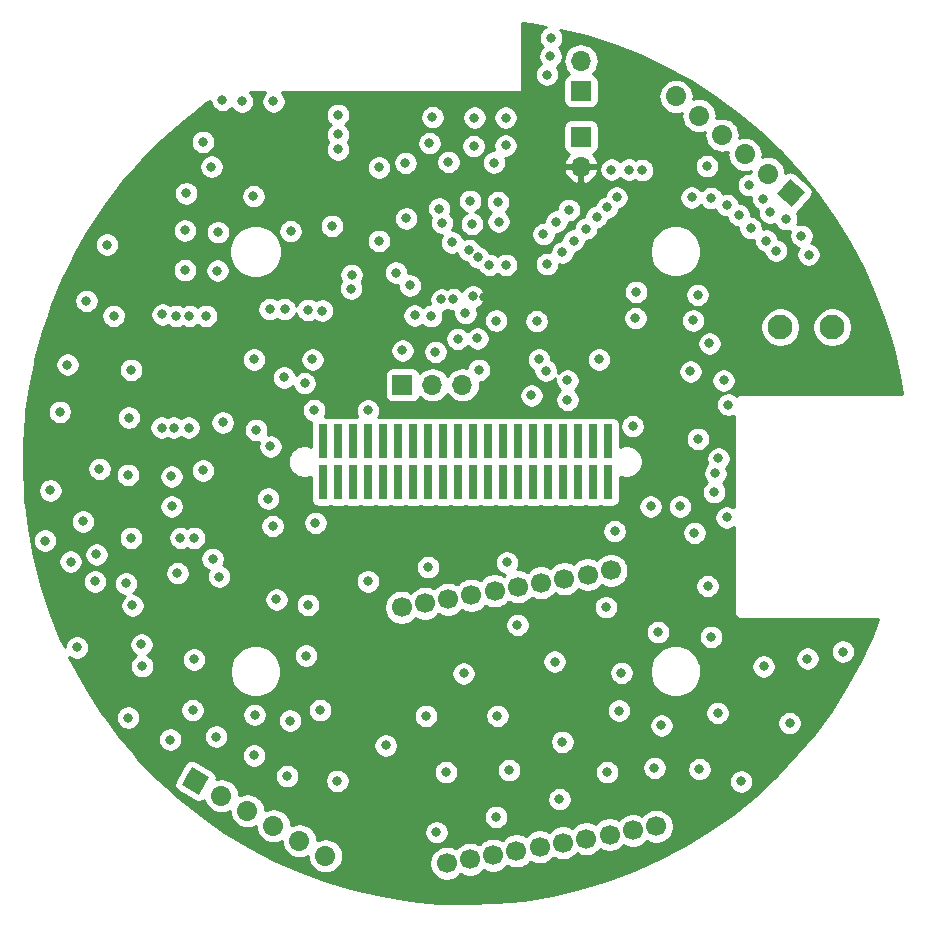
<source format=gbr>
G04 #@! TF.GenerationSoftware,KiCad,Pcbnew,(5.1.4)-1*
G04 #@! TF.CreationDate,2020-01-28T12:58:01-05:00*
G04 #@! TF.ProjectId,MASA-Radio Board,4d415341-2d52-4616-9469-6f20426f6172,rev?*
G04 #@! TF.SameCoordinates,Original*
G04 #@! TF.FileFunction,Copper,L2,Inr*
G04 #@! TF.FilePolarity,Positive*
%FSLAX46Y46*%
G04 Gerber Fmt 4.6, Leading zero omitted, Abs format (unit mm)*
G04 Created by KiCad (PCBNEW (5.1.4)-1) date 2020-01-28 12:58:01*
%MOMM*%
%LPD*%
G04 APERTURE LIST*
%ADD10C,2.100000*%
%ADD11C,1.700000*%
%ADD12C,0.100000*%
%ADD13C,1.700000*%
%ADD14O,1.700000X1.700000*%
%ADD15R,1.700000X1.700000*%
%ADD16R,0.740000X2.920000*%
%ADD17C,0.800000*%
%ADD18C,0.254000*%
G04 APERTURE END LIST*
D10*
X183460000Y-115640000D03*
X179060000Y-115640000D03*
D11*
X179959000Y-104267000D03*
D12*
G36*
X179854232Y-103069493D02*
G01*
X181156507Y-104162232D01*
X180063768Y-105464507D01*
X178761493Y-104371768D01*
X179854232Y-103069493D01*
X179854232Y-103069493D01*
G37*
D11*
X178013247Y-102634319D03*
D13*
X178013247Y-102634319D02*
X178013247Y-102634319D01*
D11*
X176067494Y-101001639D03*
D13*
X176067494Y-101001639D02*
X176067494Y-101001639D01*
D11*
X174121741Y-99368958D03*
D13*
X174121741Y-99368958D02*
X174121741Y-99368958D01*
D11*
X172175988Y-97736278D03*
D13*
X172175988Y-97736278D02*
X172175988Y-97736278D01*
D11*
X170230236Y-96103597D03*
D13*
X170230236Y-96103597D02*
X170230236Y-96103597D01*
D11*
X168538847Y-157898111D03*
X166569231Y-158245407D03*
X164599616Y-158592703D03*
X162630000Y-158940000D03*
X160660385Y-159287296D03*
X158690769Y-159634592D03*
X156721154Y-159981889D03*
X154751538Y-160329185D03*
X152781923Y-160676482D03*
X150812307Y-161023778D03*
X146992047Y-139358007D03*
X148961663Y-139010711D03*
X150931278Y-138663415D03*
X152900894Y-138316118D03*
X154870509Y-137968822D03*
X156840125Y-137621526D03*
X158809740Y-137274229D03*
X160779356Y-136926933D03*
X162748971Y-136579636D03*
X164718587Y-136232340D03*
D14*
X162179000Y-93091000D03*
D15*
X162179000Y-95631000D03*
D11*
X140538523Y-160401000D03*
D13*
X140538523Y-160401000D02*
X140538523Y-160401000D01*
D11*
X138338818Y-159131000D03*
D13*
X138338818Y-159131000D02*
X138338818Y-159131000D01*
D11*
X136139114Y-157861000D03*
D13*
X136139114Y-157861000D02*
X136139114Y-157861000D01*
D11*
X133939409Y-156591000D03*
D13*
X133939409Y-156591000D02*
X133939409Y-156591000D01*
D11*
X131739705Y-155321000D03*
D13*
X131739705Y-155321000D02*
X131739705Y-155321000D01*
D11*
X129540000Y-154051000D03*
D12*
G36*
X129851122Y-155212122D02*
G01*
X128378878Y-154362122D01*
X129228878Y-152889878D01*
X130701122Y-153739878D01*
X129851122Y-155212122D01*
X129851122Y-155212122D01*
G37*
D14*
X152146000Y-120523000D03*
X149606000Y-120523000D03*
D15*
X147066000Y-120523000D03*
D14*
X162179000Y-102044500D03*
D15*
X162179000Y-99504500D03*
D16*
X164465000Y-125314200D03*
X164465000Y-128744200D03*
X163195000Y-125314200D03*
X163195000Y-128744200D03*
X161925000Y-125314200D03*
X161925000Y-128744200D03*
X160655000Y-125314200D03*
X160655000Y-128744200D03*
X159385000Y-125314200D03*
X159385000Y-128744200D03*
X158115000Y-125314200D03*
X158115000Y-128744200D03*
X156845000Y-125314200D03*
X156845000Y-128744200D03*
X155575000Y-125314200D03*
X155575000Y-128744200D03*
X154305000Y-125314200D03*
X154305000Y-128744200D03*
X153035000Y-125314200D03*
X153035000Y-128744200D03*
X151765000Y-125314200D03*
X151765000Y-128744200D03*
X150495000Y-125314200D03*
X150495000Y-128744200D03*
X149225000Y-125314200D03*
X149225000Y-128744200D03*
X147955000Y-125314200D03*
X147955000Y-128744200D03*
X146685000Y-125314200D03*
X146685000Y-128744200D03*
X145415000Y-125314200D03*
X145415000Y-128744200D03*
X144145000Y-125314200D03*
X144145000Y-128744200D03*
X142875000Y-125314200D03*
X142875000Y-128744200D03*
X141605000Y-125314200D03*
X141605000Y-128744200D03*
X140335000Y-125314200D03*
X140335000Y-128744200D03*
D17*
X118970000Y-135490000D03*
X121412000Y-127635000D03*
X157988000Y-121412000D03*
X147066000Y-117602000D03*
X131826000Y-96393000D03*
X133477000Y-96520000D03*
X136144000Y-96520000D03*
X141605000Y-99314000D03*
X141605000Y-100584000D03*
X141605000Y-97663000D03*
X161036000Y-121793000D03*
X161036000Y-120142000D03*
X158623000Y-118364000D03*
X163703000Y-118364000D03*
X172085000Y-125095000D03*
X174260000Y-120140000D03*
X170561000Y-130810000D03*
X139700000Y-132207000D03*
X136080000Y-132470000D03*
X136398000Y-138684000D03*
X129413000Y-133477000D03*
X123660000Y-137330000D03*
X120015000Y-132080000D03*
X121150000Y-134870000D03*
X119507000Y-142748000D03*
X127508000Y-128270000D03*
X123825000Y-128143000D03*
X135700000Y-130150000D03*
X138782653Y-120376046D03*
X173462005Y-129602926D03*
X171450000Y-119380000D03*
X153416000Y-116586000D03*
X134493000Y-118364000D03*
X178181000Y-105918000D03*
X149860000Y-117729000D03*
X144145000Y-122682000D03*
X155829000Y-110363000D03*
X153035000Y-113030000D03*
X147383500Y-106426000D03*
X128016000Y-136461500D03*
X124206000Y-139192000D03*
X131000500Y-135255000D03*
X127530000Y-130810000D03*
X130175000Y-127762000D03*
X125031500Y-144335500D03*
X134683500Y-124333000D03*
X135890000Y-125730000D03*
X165036500Y-132905500D03*
X168084500Y-130810000D03*
X166560500Y-124015500D03*
X153543000Y-119253000D03*
X124968000Y-142494000D03*
X150177500Y-105600500D03*
X122618500Y-114681000D03*
X166790000Y-114860000D03*
X171680000Y-115060000D03*
X149500000Y-114700000D03*
X164750000Y-102300000D03*
X166250000Y-102300000D03*
X172850000Y-102000000D03*
X176400000Y-103600000D03*
X177600000Y-104750000D03*
X179550000Y-106500000D03*
X180850000Y-107900000D03*
X181450000Y-109500000D03*
X171550000Y-104650000D03*
X173200000Y-104700000D03*
X174530000Y-105300000D03*
X175530000Y-106130000D03*
X176550000Y-107250000D03*
X177850000Y-108300000D03*
X178700000Y-109150000D03*
X161150000Y-105700000D03*
X160100000Y-106700000D03*
X159000000Y-107750000D03*
X160600000Y-109300000D03*
X159300000Y-110300000D03*
X161550000Y-108300000D03*
X162600000Y-107300000D03*
X163500000Y-106300000D03*
X164400000Y-105500000D03*
X165200000Y-104650000D03*
X167350000Y-102350000D03*
X177650000Y-144350000D03*
X181350000Y-143700000D03*
X184350000Y-143100000D03*
X179850000Y-149150000D03*
X175750000Y-154100000D03*
X172200000Y-153050000D03*
X173750000Y-148300000D03*
X169000000Y-149350000D03*
X168400000Y-152950000D03*
X164400000Y-153300000D03*
X160350000Y-155600000D03*
X155000000Y-157100000D03*
X149950000Y-158400000D03*
X156100000Y-153150000D03*
X160600000Y-150750000D03*
X165400000Y-148100000D03*
X165600000Y-144900000D03*
X168700000Y-141450000D03*
X173200000Y-141850000D03*
X172900000Y-137550000D03*
X164300000Y-139350000D03*
X159950000Y-143950000D03*
X155100000Y-148550000D03*
X150750000Y-153300000D03*
X156800000Y-140850000D03*
X152250000Y-144950000D03*
X149050000Y-148550000D03*
X145650000Y-151050000D03*
X141550000Y-154050000D03*
X137300000Y-153650000D03*
X134500000Y-151900000D03*
X131300000Y-150300000D03*
X127400000Y-150550000D03*
X123850000Y-148700000D03*
X129300000Y-148050000D03*
X134550000Y-148450000D03*
X137550000Y-148950000D03*
X140100000Y-148050000D03*
X138900000Y-143450000D03*
X139050000Y-139150000D03*
X144150000Y-137150000D03*
X149250000Y-135950000D03*
X155900000Y-135550000D03*
X116800000Y-133700000D03*
X117250000Y-129450000D03*
X118050000Y-122800000D03*
X118700000Y-118800000D03*
X120300000Y-113400000D03*
X122050000Y-108650000D03*
X124100000Y-119250000D03*
X123900000Y-123300000D03*
X131850000Y-123700000D03*
X128750000Y-104300000D03*
X134450000Y-104550000D03*
X130900000Y-102050000D03*
X149600000Y-97850000D03*
X153150000Y-97900000D03*
X155800000Y-97900000D03*
X155800000Y-100250000D03*
X153100000Y-100300000D03*
X149350000Y-100050000D03*
X150950000Y-101650000D03*
X154800000Y-101700000D03*
X152800000Y-104950000D03*
X155150000Y-105050000D03*
X155200000Y-106700000D03*
X152950000Y-106900000D03*
X166850000Y-112650000D03*
X172050000Y-112900000D03*
X174650000Y-122200000D03*
X128650000Y-107450000D03*
X128650000Y-110800000D03*
X131400000Y-110850000D03*
X131450000Y-107600000D03*
X137600000Y-107500000D03*
X141100000Y-107050000D03*
X159650000Y-91150000D03*
X159600000Y-92700000D03*
X159300000Y-94250000D03*
X145080000Y-102110000D03*
X147700000Y-112100000D03*
X146510000Y-111020000D03*
X137033000Y-119888000D03*
X139446000Y-118364000D03*
X139594900Y-122660100D03*
X121031000Y-137160000D03*
X124079000Y-133477000D03*
X128270000Y-133477000D03*
X130175000Y-99949000D03*
X171788177Y-133053177D03*
X132170000Y-148110000D03*
X150241000Y-116332000D03*
X129710000Y-129430000D03*
X153987500Y-113093500D03*
X161798000Y-104584500D03*
X158623000Y-116459000D03*
X123520000Y-130910000D03*
X172107500Y-136422500D03*
X148100000Y-114640000D03*
X151740000Y-116620000D03*
X142760000Y-111210000D03*
X126746000Y-114554000D03*
X152700889Y-109106225D03*
X127889000Y-114681000D03*
X153479500Y-109734825D03*
X154426471Y-110363425D03*
X129032000Y-114681000D03*
X155003500Y-115085801D03*
X152400000Y-114457201D03*
X151380654Y-113271349D03*
X150368000Y-113284000D03*
X130429000Y-114681000D03*
X135826500Y-114109500D03*
X150400000Y-106790000D03*
X145080000Y-108330000D03*
X140271500Y-114236500D03*
X128968500Y-124142500D03*
X139065000Y-114173000D03*
X127698500Y-124142500D03*
X137096500Y-114109500D03*
X126682500Y-124142500D03*
X131549500Y-136756500D03*
X129413000Y-143764000D03*
X159197000Y-119314000D03*
X158432500Y-115125500D03*
X147320000Y-101727000D03*
X151257000Y-108458000D03*
X174510000Y-131740000D03*
X173570000Y-128000000D03*
X173060000Y-117010000D03*
X173810000Y-126750000D03*
X142730000Y-112370000D03*
D18*
G36*
X157938218Y-89987673D02*
G01*
X159196271Y-90217665D01*
X159159744Y-90232795D01*
X158990226Y-90346063D01*
X158846063Y-90490226D01*
X158732795Y-90659744D01*
X158654774Y-90848102D01*
X158615000Y-91048061D01*
X158615000Y-91251939D01*
X158654774Y-91451898D01*
X158732795Y-91640256D01*
X158846063Y-91809774D01*
X158936289Y-91900000D01*
X158796063Y-92040226D01*
X158682795Y-92209744D01*
X158604774Y-92398102D01*
X158565000Y-92598061D01*
X158565000Y-92801939D01*
X158604774Y-93001898D01*
X158682795Y-93190256D01*
X158787823Y-93347442D01*
X158640226Y-93446063D01*
X158496063Y-93590226D01*
X158382795Y-93759744D01*
X158304774Y-93948102D01*
X158265000Y-94148061D01*
X158265000Y-94351939D01*
X158304774Y-94551898D01*
X158382795Y-94740256D01*
X158496063Y-94909774D01*
X158640226Y-95053937D01*
X158809744Y-95167205D01*
X158998102Y-95245226D01*
X159198061Y-95285000D01*
X159401939Y-95285000D01*
X159601898Y-95245226D01*
X159790256Y-95167205D01*
X159959774Y-95053937D01*
X160103937Y-94909774D01*
X160217205Y-94740256D01*
X160295226Y-94551898D01*
X160335000Y-94351939D01*
X160335000Y-94148061D01*
X160295226Y-93948102D01*
X160217205Y-93759744D01*
X160112177Y-93602558D01*
X160259774Y-93503937D01*
X160403937Y-93359774D01*
X160517205Y-93190256D01*
X160558318Y-93091000D01*
X160686815Y-93091000D01*
X160715487Y-93382111D01*
X160800401Y-93662034D01*
X160938294Y-93920014D01*
X161123866Y-94146134D01*
X161153687Y-94170607D01*
X161084820Y-94191498D01*
X160974506Y-94250463D01*
X160877815Y-94329815D01*
X160798463Y-94426506D01*
X160739498Y-94536820D01*
X160703188Y-94656518D01*
X160690928Y-94781000D01*
X160690928Y-96481000D01*
X160703188Y-96605482D01*
X160739498Y-96725180D01*
X160798463Y-96835494D01*
X160877815Y-96932185D01*
X160974506Y-97011537D01*
X161084820Y-97070502D01*
X161204518Y-97106812D01*
X161329000Y-97119072D01*
X163029000Y-97119072D01*
X163153482Y-97106812D01*
X163273180Y-97070502D01*
X163383494Y-97011537D01*
X163480185Y-96932185D01*
X163559537Y-96835494D01*
X163618502Y-96725180D01*
X163654812Y-96605482D01*
X163667072Y-96481000D01*
X163667072Y-96103597D01*
X168738051Y-96103597D01*
X168766723Y-96394708D01*
X168851637Y-96674631D01*
X168989530Y-96932611D01*
X169175102Y-97158731D01*
X169401222Y-97344303D01*
X169659202Y-97482196D01*
X169939125Y-97567110D01*
X170157286Y-97588597D01*
X170303186Y-97588597D01*
X170521347Y-97567110D01*
X170705981Y-97511102D01*
X170683803Y-97736278D01*
X170712475Y-98027389D01*
X170797389Y-98307312D01*
X170935282Y-98565292D01*
X171120854Y-98791412D01*
X171346974Y-98976984D01*
X171604954Y-99114877D01*
X171884877Y-99199791D01*
X172103038Y-99221278D01*
X172248938Y-99221278D01*
X172467099Y-99199791D01*
X172651734Y-99143782D01*
X172629556Y-99368958D01*
X172658228Y-99660069D01*
X172743142Y-99939992D01*
X172881035Y-100197972D01*
X173066607Y-100424092D01*
X173292727Y-100609664D01*
X173550707Y-100747557D01*
X173830630Y-100832471D01*
X174048791Y-100853958D01*
X174194691Y-100853958D01*
X174412852Y-100832471D01*
X174597487Y-100776462D01*
X174575309Y-101001639D01*
X174603981Y-101292750D01*
X174688895Y-101572673D01*
X174826788Y-101830653D01*
X175012360Y-102056773D01*
X175238480Y-102242345D01*
X175496460Y-102380238D01*
X175776383Y-102465152D01*
X175994544Y-102486639D01*
X176140444Y-102486639D01*
X176358605Y-102465152D01*
X176543240Y-102409143D01*
X176527391Y-102570063D01*
X176501939Y-102565000D01*
X176298061Y-102565000D01*
X176098102Y-102604774D01*
X175909744Y-102682795D01*
X175740226Y-102796063D01*
X175596063Y-102940226D01*
X175482795Y-103109744D01*
X175404774Y-103298102D01*
X175365000Y-103498061D01*
X175365000Y-103701939D01*
X175404774Y-103901898D01*
X175482795Y-104090256D01*
X175596063Y-104259774D01*
X175740226Y-104403937D01*
X175909744Y-104517205D01*
X176098102Y-104595226D01*
X176298061Y-104635000D01*
X176501939Y-104635000D01*
X176570303Y-104621402D01*
X176565000Y-104648061D01*
X176565000Y-104851939D01*
X176604774Y-105051898D01*
X176682795Y-105240256D01*
X176796063Y-105409774D01*
X176940226Y-105553937D01*
X177109744Y-105667205D01*
X177170595Y-105692411D01*
X177146000Y-105816061D01*
X177146000Y-106019939D01*
X177185774Y-106219898D01*
X177263795Y-106408256D01*
X177377063Y-106577774D01*
X177521226Y-106721937D01*
X177690744Y-106835205D01*
X177879102Y-106913226D01*
X178079061Y-106953000D01*
X178282939Y-106953000D01*
X178482898Y-106913226D01*
X178583608Y-106871510D01*
X178632795Y-106990256D01*
X178746063Y-107159774D01*
X178890226Y-107303937D01*
X179059744Y-107417205D01*
X179248102Y-107495226D01*
X179448061Y-107535000D01*
X179651939Y-107535000D01*
X179851898Y-107495226D01*
X179906808Y-107472481D01*
X179854774Y-107598102D01*
X179815000Y-107798061D01*
X179815000Y-108001939D01*
X179854774Y-108201898D01*
X179932795Y-108390256D01*
X180046063Y-108559774D01*
X180190226Y-108703937D01*
X180359744Y-108817205D01*
X180548102Y-108895226D01*
X180602132Y-108905973D01*
X180532795Y-109009744D01*
X180454774Y-109198102D01*
X180415000Y-109398061D01*
X180415000Y-109601939D01*
X180454774Y-109801898D01*
X180532795Y-109990256D01*
X180646063Y-110159774D01*
X180790226Y-110303937D01*
X180959744Y-110417205D01*
X181148102Y-110495226D01*
X181348061Y-110535000D01*
X181551939Y-110535000D01*
X181751898Y-110495226D01*
X181940256Y-110417205D01*
X182109774Y-110303937D01*
X182253937Y-110159774D01*
X182367205Y-109990256D01*
X182445226Y-109801898D01*
X182485000Y-109601939D01*
X182485000Y-109398061D01*
X182445226Y-109198102D01*
X182367205Y-109009744D01*
X182253937Y-108840226D01*
X182109774Y-108696063D01*
X181940256Y-108582795D01*
X181751898Y-108504774D01*
X181697868Y-108494027D01*
X181767205Y-108390256D01*
X181845226Y-108201898D01*
X181885000Y-108001939D01*
X181885000Y-107798061D01*
X181845226Y-107598102D01*
X181767205Y-107409744D01*
X181653937Y-107240226D01*
X181509774Y-107096063D01*
X181340256Y-106982795D01*
X181151898Y-106904774D01*
X180951939Y-106865000D01*
X180748061Y-106865000D01*
X180548102Y-106904774D01*
X180493192Y-106927519D01*
X180545226Y-106801898D01*
X180585000Y-106601939D01*
X180585000Y-106398061D01*
X180545226Y-106198102D01*
X180467205Y-106009744D01*
X180443819Y-105974745D01*
X180463152Y-105962130D01*
X180552559Y-105874652D01*
X181645298Y-104572377D01*
X181715922Y-104469138D01*
X181765047Y-104354104D01*
X181790786Y-104231697D01*
X181792151Y-104106621D01*
X181769088Y-103983681D01*
X181722484Y-103867603D01*
X181654130Y-103762848D01*
X181566652Y-103673441D01*
X180264377Y-102580702D01*
X180161138Y-102510078D01*
X180046104Y-102460953D01*
X179923697Y-102435214D01*
X179798621Y-102433849D01*
X179675681Y-102456912D01*
X179559603Y-102503516D01*
X179496598Y-102544627D01*
X179476760Y-102343208D01*
X179391846Y-102063285D01*
X179253953Y-101805305D01*
X179068381Y-101579185D01*
X178842261Y-101393613D01*
X178584281Y-101255720D01*
X178304358Y-101170806D01*
X178086197Y-101149319D01*
X177940297Y-101149319D01*
X177722136Y-101170806D01*
X177537501Y-101226815D01*
X177559679Y-101001639D01*
X177531007Y-100710528D01*
X177446093Y-100430605D01*
X177308200Y-100172625D01*
X177122628Y-99946505D01*
X176896508Y-99760933D01*
X176638528Y-99623040D01*
X176358605Y-99538126D01*
X176140444Y-99516639D01*
X175994544Y-99516639D01*
X175776383Y-99538126D01*
X175591748Y-99594135D01*
X175613926Y-99368958D01*
X175585254Y-99077847D01*
X175500340Y-98797924D01*
X175362447Y-98539944D01*
X175176875Y-98313824D01*
X174950755Y-98128252D01*
X174692775Y-97990359D01*
X174412852Y-97905445D01*
X174194691Y-97883958D01*
X174048791Y-97883958D01*
X173830630Y-97905445D01*
X173645995Y-97961454D01*
X173668173Y-97736278D01*
X173639501Y-97445167D01*
X173554587Y-97165244D01*
X173416694Y-96907264D01*
X173231122Y-96681144D01*
X173005002Y-96495572D01*
X172747022Y-96357679D01*
X172467099Y-96272765D01*
X172248938Y-96251278D01*
X172103038Y-96251278D01*
X171884877Y-96272765D01*
X171700243Y-96328773D01*
X171722421Y-96103597D01*
X171693749Y-95812486D01*
X171608835Y-95532563D01*
X171470942Y-95274583D01*
X171285370Y-95048463D01*
X171059250Y-94862891D01*
X170801270Y-94724998D01*
X170521347Y-94640084D01*
X170303186Y-94618597D01*
X170157286Y-94618597D01*
X169939125Y-94640084D01*
X169659202Y-94724998D01*
X169401222Y-94862891D01*
X169175102Y-95048463D01*
X168989530Y-95274583D01*
X168851637Y-95532563D01*
X168766723Y-95812486D01*
X168738051Y-96103597D01*
X163667072Y-96103597D01*
X163667072Y-94781000D01*
X163654812Y-94656518D01*
X163618502Y-94536820D01*
X163559537Y-94426506D01*
X163480185Y-94329815D01*
X163383494Y-94250463D01*
X163273180Y-94191498D01*
X163204313Y-94170607D01*
X163234134Y-94146134D01*
X163419706Y-93920014D01*
X163557599Y-93662034D01*
X163642513Y-93382111D01*
X163671185Y-93091000D01*
X163642513Y-92799889D01*
X163557599Y-92519966D01*
X163419706Y-92261986D01*
X163234134Y-92035866D01*
X163008014Y-91850294D01*
X162750034Y-91712401D01*
X162470111Y-91627487D01*
X162251950Y-91606000D01*
X162106050Y-91606000D01*
X161887889Y-91627487D01*
X161607966Y-91712401D01*
X161349986Y-91850294D01*
X161123866Y-92035866D01*
X160938294Y-92261986D01*
X160800401Y-92519966D01*
X160715487Y-92799889D01*
X160686815Y-93091000D01*
X160558318Y-93091000D01*
X160595226Y-93001898D01*
X160635000Y-92801939D01*
X160635000Y-92598061D01*
X160595226Y-92398102D01*
X160517205Y-92209744D01*
X160403937Y-92040226D01*
X160313711Y-91950000D01*
X160453937Y-91809774D01*
X160567205Y-91640256D01*
X160645226Y-91451898D01*
X160685000Y-91251939D01*
X160685000Y-91048061D01*
X160645226Y-90848102D01*
X160567205Y-90659744D01*
X160453937Y-90490226D01*
X160409569Y-90445858D01*
X162659105Y-91009239D01*
X164960305Y-91746307D01*
X167209129Y-92630336D01*
X169396213Y-93657641D01*
X171512443Y-94823943D01*
X173549010Y-96124386D01*
X175497384Y-97553524D01*
X177349500Y-99105437D01*
X179097588Y-100773621D01*
X180734391Y-102551147D01*
X182253070Y-104430589D01*
X183647308Y-106404128D01*
X184911274Y-108463517D01*
X186039711Y-110600183D01*
X187027909Y-112805209D01*
X187871753Y-115069414D01*
X188567725Y-117383362D01*
X189113035Y-119737880D01*
X189365774Y-121260000D01*
X175800419Y-121260000D01*
X175768000Y-121256807D01*
X175735581Y-121260000D01*
X175638617Y-121269550D01*
X175514207Y-121307290D01*
X175399550Y-121368575D01*
X175335143Y-121421432D01*
X175309774Y-121396063D01*
X175140256Y-121282795D01*
X174951898Y-121204774D01*
X174751939Y-121165000D01*
X174548061Y-121165000D01*
X174348102Y-121204774D01*
X174159744Y-121282795D01*
X173990226Y-121396063D01*
X173846063Y-121540226D01*
X173732795Y-121709744D01*
X173654774Y-121898102D01*
X173615000Y-122098061D01*
X173615000Y-122301939D01*
X173654774Y-122501898D01*
X173732795Y-122690256D01*
X173846063Y-122859774D01*
X173990226Y-123003937D01*
X174159744Y-123117205D01*
X174348102Y-123195226D01*
X174548061Y-123235000D01*
X174751939Y-123235000D01*
X174951898Y-123195226D01*
X175108000Y-123130566D01*
X175108001Y-130894787D01*
X175000256Y-130822795D01*
X174811898Y-130744774D01*
X174611939Y-130705000D01*
X174408061Y-130705000D01*
X174208102Y-130744774D01*
X174019744Y-130822795D01*
X173850226Y-130936063D01*
X173706063Y-131080226D01*
X173592795Y-131249744D01*
X173514774Y-131438102D01*
X173475000Y-131638061D01*
X173475000Y-131841939D01*
X173514774Y-132041898D01*
X173592795Y-132230256D01*
X173706063Y-132399774D01*
X173850226Y-132543937D01*
X174019744Y-132657205D01*
X174208102Y-132735226D01*
X174408061Y-132775000D01*
X174611939Y-132775000D01*
X174811898Y-132735226D01*
X175000256Y-132657205D01*
X175108001Y-132585213D01*
X175108001Y-139667064D01*
X175104808Y-139698980D01*
X175108001Y-139731918D01*
X175108001Y-139732419D01*
X175111083Y-139763713D01*
X175117352Y-139828381D01*
X175117501Y-139828875D01*
X175117551Y-139829383D01*
X175136246Y-139891010D01*
X175154901Y-139952849D01*
X175155142Y-139953301D01*
X175155291Y-139953793D01*
X175185711Y-140010706D01*
X175216009Y-140067600D01*
X175216334Y-140067997D01*
X175216576Y-140068450D01*
X175257477Y-140118288D01*
X175298331Y-140168225D01*
X175298728Y-140168552D01*
X175299053Y-140168948D01*
X175348847Y-140209813D01*
X175398702Y-140250857D01*
X175399155Y-140251100D01*
X175399551Y-140251425D01*
X175456531Y-140281881D01*
X175513265Y-140312318D01*
X175513753Y-140312467D01*
X175514208Y-140312710D01*
X175576027Y-140331463D01*
X175637616Y-140350250D01*
X175638127Y-140350301D01*
X175638618Y-140350450D01*
X175702980Y-140356789D01*
X175734566Y-140359949D01*
X175735071Y-140359950D01*
X175768000Y-140363193D01*
X175799916Y-140360050D01*
X187331773Y-140377802D01*
X186795464Y-141749108D01*
X185771977Y-143937983D01*
X184609362Y-146056262D01*
X183312488Y-148095076D01*
X181886740Y-150045961D01*
X180338072Y-151900769D01*
X178672933Y-153651775D01*
X176898269Y-155291676D01*
X175021478Y-156813636D01*
X173050384Y-158211309D01*
X170993203Y-159478869D01*
X168858515Y-160611031D01*
X166655207Y-161603080D01*
X164392472Y-162450878D01*
X162079754Y-163150885D01*
X159726680Y-163700189D01*
X157343064Y-164096499D01*
X154938830Y-164338164D01*
X152524015Y-164424173D01*
X150108693Y-164354171D01*
X147702923Y-164128447D01*
X145316713Y-163747941D01*
X142960057Y-163214246D01*
X140642752Y-162529583D01*
X138374439Y-161696797D01*
X136164611Y-160719375D01*
X134022465Y-159601386D01*
X131956937Y-158347493D01*
X129976608Y-156962905D01*
X128089774Y-155453419D01*
X126938747Y-154403854D01*
X127742172Y-154403854D01*
X127762548Y-154527267D01*
X127806609Y-154644334D01*
X127872662Y-154750556D01*
X127958168Y-154841850D01*
X128059842Y-154914709D01*
X129532086Y-155764709D01*
X129646021Y-155816332D01*
X129767837Y-155844735D01*
X129892854Y-155848828D01*
X130016267Y-155828452D01*
X130133334Y-155784391D01*
X130239556Y-155718338D01*
X130293180Y-155668114D01*
X130361106Y-155892034D01*
X130498999Y-156150014D01*
X130684571Y-156376134D01*
X130910691Y-156561706D01*
X131168671Y-156699599D01*
X131448594Y-156784513D01*
X131666755Y-156806000D01*
X131812655Y-156806000D01*
X132030816Y-156784513D01*
X132310739Y-156699599D01*
X132450559Y-156624864D01*
X132475896Y-156882111D01*
X132560810Y-157162034D01*
X132698703Y-157420014D01*
X132884275Y-157646134D01*
X133110395Y-157831706D01*
X133368375Y-157969599D01*
X133648298Y-158054513D01*
X133866459Y-158076000D01*
X134012359Y-158076000D01*
X134230520Y-158054513D01*
X134510443Y-157969599D01*
X134650264Y-157894863D01*
X134675601Y-158152111D01*
X134760515Y-158432034D01*
X134898408Y-158690014D01*
X135083980Y-158916134D01*
X135310100Y-159101706D01*
X135568080Y-159239599D01*
X135848003Y-159324513D01*
X136066164Y-159346000D01*
X136212064Y-159346000D01*
X136430225Y-159324513D01*
X136710148Y-159239599D01*
X136849968Y-159164864D01*
X136875305Y-159422111D01*
X136960219Y-159702034D01*
X137098112Y-159960014D01*
X137283684Y-160186134D01*
X137509804Y-160371706D01*
X137767784Y-160509599D01*
X138047707Y-160594513D01*
X138265868Y-160616000D01*
X138411768Y-160616000D01*
X138629929Y-160594513D01*
X138909852Y-160509599D01*
X139049673Y-160434863D01*
X139075010Y-160692111D01*
X139159924Y-160972034D01*
X139297817Y-161230014D01*
X139483389Y-161456134D01*
X139709509Y-161641706D01*
X139967489Y-161779599D01*
X140247412Y-161864513D01*
X140465573Y-161886000D01*
X140611473Y-161886000D01*
X140829634Y-161864513D01*
X141109557Y-161779599D01*
X141367537Y-161641706D01*
X141593657Y-161456134D01*
X141779229Y-161230014D01*
X141917122Y-160972034D01*
X141945793Y-160877518D01*
X149327307Y-160877518D01*
X149327307Y-161170038D01*
X149384375Y-161456936D01*
X149496317Y-161727189D01*
X149658832Y-161970410D01*
X149865675Y-162177253D01*
X150108896Y-162339768D01*
X150379149Y-162451710D01*
X150666047Y-162508778D01*
X150958567Y-162508778D01*
X151245465Y-162451710D01*
X151515718Y-162339768D01*
X151758939Y-162177253D01*
X151965782Y-161970410D01*
X151990386Y-161933588D01*
X152078512Y-161992472D01*
X152348765Y-162104414D01*
X152635663Y-162161482D01*
X152928183Y-162161482D01*
X153215081Y-162104414D01*
X153485334Y-161992472D01*
X153728555Y-161829957D01*
X153935398Y-161623114D01*
X153960002Y-161586292D01*
X154048127Y-161645175D01*
X154318380Y-161757117D01*
X154605278Y-161814185D01*
X154897798Y-161814185D01*
X155184696Y-161757117D01*
X155454949Y-161645175D01*
X155698170Y-161482660D01*
X155905013Y-161275817D01*
X155929617Y-161238995D01*
X156017743Y-161297879D01*
X156287996Y-161409821D01*
X156574894Y-161466889D01*
X156867414Y-161466889D01*
X157154312Y-161409821D01*
X157424565Y-161297879D01*
X157667786Y-161135364D01*
X157874629Y-160928521D01*
X157899233Y-160891699D01*
X157987358Y-160950582D01*
X158257611Y-161062524D01*
X158544509Y-161119592D01*
X158837029Y-161119592D01*
X159123927Y-161062524D01*
X159394180Y-160950582D01*
X159637401Y-160788067D01*
X159844244Y-160581224D01*
X159868848Y-160544402D01*
X159956974Y-160603286D01*
X160227227Y-160715228D01*
X160514125Y-160772296D01*
X160806645Y-160772296D01*
X161093543Y-160715228D01*
X161363796Y-160603286D01*
X161607017Y-160440771D01*
X161813860Y-160233928D01*
X161838463Y-160197106D01*
X161926589Y-160255990D01*
X162196842Y-160367932D01*
X162483740Y-160425000D01*
X162776260Y-160425000D01*
X163063158Y-160367932D01*
X163333411Y-160255990D01*
X163576632Y-160093475D01*
X163783475Y-159886632D01*
X163808079Y-159849809D01*
X163896205Y-159908693D01*
X164166458Y-160020635D01*
X164453356Y-160077703D01*
X164745876Y-160077703D01*
X165032774Y-160020635D01*
X165303027Y-159908693D01*
X165546248Y-159746178D01*
X165753091Y-159539335D01*
X165777694Y-159502513D01*
X165865820Y-159561397D01*
X166136073Y-159673339D01*
X166422971Y-159730407D01*
X166715491Y-159730407D01*
X167002389Y-159673339D01*
X167272642Y-159561397D01*
X167515863Y-159398882D01*
X167722706Y-159192039D01*
X167747310Y-159155217D01*
X167835436Y-159214101D01*
X168105689Y-159326043D01*
X168392587Y-159383111D01*
X168685107Y-159383111D01*
X168972005Y-159326043D01*
X169242258Y-159214101D01*
X169485479Y-159051586D01*
X169692322Y-158844743D01*
X169854837Y-158601522D01*
X169966779Y-158331269D01*
X170023847Y-158044371D01*
X170023847Y-157751851D01*
X169966779Y-157464953D01*
X169854837Y-157194700D01*
X169692322Y-156951479D01*
X169485479Y-156744636D01*
X169242258Y-156582121D01*
X168972005Y-156470179D01*
X168685107Y-156413111D01*
X168392587Y-156413111D01*
X168105689Y-156470179D01*
X167835436Y-156582121D01*
X167592215Y-156744636D01*
X167385372Y-156951479D01*
X167360768Y-156988301D01*
X167272642Y-156929417D01*
X167002389Y-156817475D01*
X166715491Y-156760407D01*
X166422971Y-156760407D01*
X166136073Y-156817475D01*
X165865820Y-156929417D01*
X165622599Y-157091932D01*
X165415756Y-157298775D01*
X165391153Y-157335597D01*
X165303027Y-157276713D01*
X165032774Y-157164771D01*
X164745876Y-157107703D01*
X164453356Y-157107703D01*
X164166458Y-157164771D01*
X163896205Y-157276713D01*
X163652984Y-157439228D01*
X163446141Y-157646071D01*
X163421537Y-157682894D01*
X163333411Y-157624010D01*
X163063158Y-157512068D01*
X162776260Y-157455000D01*
X162483740Y-157455000D01*
X162196842Y-157512068D01*
X161926589Y-157624010D01*
X161683368Y-157786525D01*
X161476525Y-157993368D01*
X161451922Y-158030190D01*
X161363796Y-157971306D01*
X161093543Y-157859364D01*
X160806645Y-157802296D01*
X160514125Y-157802296D01*
X160227227Y-157859364D01*
X159956974Y-157971306D01*
X159713753Y-158133821D01*
X159506910Y-158340664D01*
X159482306Y-158377486D01*
X159394180Y-158318602D01*
X159123927Y-158206660D01*
X158837029Y-158149592D01*
X158544509Y-158149592D01*
X158257611Y-158206660D01*
X157987358Y-158318602D01*
X157744137Y-158481117D01*
X157537294Y-158687960D01*
X157512690Y-158724782D01*
X157424565Y-158665899D01*
X157154312Y-158553957D01*
X156867414Y-158496889D01*
X156574894Y-158496889D01*
X156287996Y-158553957D01*
X156017743Y-158665899D01*
X155774522Y-158828414D01*
X155567679Y-159035257D01*
X155543075Y-159072079D01*
X155454949Y-159013195D01*
X155184696Y-158901253D01*
X154897798Y-158844185D01*
X154605278Y-158844185D01*
X154318380Y-158901253D01*
X154048127Y-159013195D01*
X153804906Y-159175710D01*
X153598063Y-159382553D01*
X153573459Y-159419375D01*
X153485334Y-159360492D01*
X153215081Y-159248550D01*
X152928183Y-159191482D01*
X152635663Y-159191482D01*
X152348765Y-159248550D01*
X152078512Y-159360492D01*
X151835291Y-159523007D01*
X151628448Y-159729850D01*
X151603844Y-159766672D01*
X151515718Y-159707788D01*
X151245465Y-159595846D01*
X150958567Y-159538778D01*
X150666047Y-159538778D01*
X150379149Y-159595846D01*
X150108896Y-159707788D01*
X149865675Y-159870303D01*
X149658832Y-160077146D01*
X149496317Y-160320367D01*
X149384375Y-160590620D01*
X149327307Y-160877518D01*
X141945793Y-160877518D01*
X142002036Y-160692111D01*
X142030708Y-160401000D01*
X142002036Y-160109889D01*
X141917122Y-159829966D01*
X141779229Y-159571986D01*
X141593657Y-159345866D01*
X141367537Y-159160294D01*
X141109557Y-159022401D01*
X140829634Y-158937487D01*
X140611473Y-158916000D01*
X140465573Y-158916000D01*
X140247412Y-158937487D01*
X139967489Y-159022401D01*
X139827668Y-159097137D01*
X139802331Y-158839889D01*
X139717417Y-158559966D01*
X139579524Y-158301986D01*
X139576303Y-158298061D01*
X148915000Y-158298061D01*
X148915000Y-158501939D01*
X148954774Y-158701898D01*
X149032795Y-158890256D01*
X149146063Y-159059774D01*
X149290226Y-159203937D01*
X149459744Y-159317205D01*
X149648102Y-159395226D01*
X149848061Y-159435000D01*
X150051939Y-159435000D01*
X150251898Y-159395226D01*
X150440256Y-159317205D01*
X150609774Y-159203937D01*
X150753937Y-159059774D01*
X150867205Y-158890256D01*
X150945226Y-158701898D01*
X150985000Y-158501939D01*
X150985000Y-158298061D01*
X150945226Y-158098102D01*
X150867205Y-157909744D01*
X150753937Y-157740226D01*
X150609774Y-157596063D01*
X150440256Y-157482795D01*
X150251898Y-157404774D01*
X150051939Y-157365000D01*
X149848061Y-157365000D01*
X149648102Y-157404774D01*
X149459744Y-157482795D01*
X149290226Y-157596063D01*
X149146063Y-157740226D01*
X149032795Y-157909744D01*
X148954774Y-158098102D01*
X148915000Y-158298061D01*
X139576303Y-158298061D01*
X139393952Y-158075866D01*
X139167832Y-157890294D01*
X138909852Y-157752401D01*
X138629929Y-157667487D01*
X138411768Y-157646000D01*
X138265868Y-157646000D01*
X138047707Y-157667487D01*
X137767784Y-157752401D01*
X137627964Y-157827136D01*
X137602627Y-157569889D01*
X137517713Y-157289966D01*
X137379820Y-157031986D01*
X137351979Y-156998061D01*
X153965000Y-156998061D01*
X153965000Y-157201939D01*
X154004774Y-157401898D01*
X154082795Y-157590256D01*
X154196063Y-157759774D01*
X154340226Y-157903937D01*
X154509744Y-158017205D01*
X154698102Y-158095226D01*
X154898061Y-158135000D01*
X155101939Y-158135000D01*
X155301898Y-158095226D01*
X155490256Y-158017205D01*
X155659774Y-157903937D01*
X155803937Y-157759774D01*
X155917205Y-157590256D01*
X155995226Y-157401898D01*
X156035000Y-157201939D01*
X156035000Y-156998061D01*
X155995226Y-156798102D01*
X155917205Y-156609744D01*
X155803937Y-156440226D01*
X155659774Y-156296063D01*
X155490256Y-156182795D01*
X155301898Y-156104774D01*
X155101939Y-156065000D01*
X154898061Y-156065000D01*
X154698102Y-156104774D01*
X154509744Y-156182795D01*
X154340226Y-156296063D01*
X154196063Y-156440226D01*
X154082795Y-156609744D01*
X154004774Y-156798102D01*
X153965000Y-156998061D01*
X137351979Y-156998061D01*
X137194248Y-156805866D01*
X136968128Y-156620294D01*
X136710148Y-156482401D01*
X136430225Y-156397487D01*
X136212064Y-156376000D01*
X136066164Y-156376000D01*
X135848003Y-156397487D01*
X135568080Y-156482401D01*
X135428259Y-156557137D01*
X135402922Y-156299889D01*
X135318008Y-156019966D01*
X135180115Y-155761986D01*
X134994543Y-155535866D01*
X134948478Y-155498061D01*
X159315000Y-155498061D01*
X159315000Y-155701939D01*
X159354774Y-155901898D01*
X159432795Y-156090256D01*
X159546063Y-156259774D01*
X159690226Y-156403937D01*
X159859744Y-156517205D01*
X160048102Y-156595226D01*
X160248061Y-156635000D01*
X160451939Y-156635000D01*
X160651898Y-156595226D01*
X160840256Y-156517205D01*
X161009774Y-156403937D01*
X161153937Y-156259774D01*
X161267205Y-156090256D01*
X161345226Y-155901898D01*
X161385000Y-155701939D01*
X161385000Y-155498061D01*
X161345226Y-155298102D01*
X161267205Y-155109744D01*
X161153937Y-154940226D01*
X161009774Y-154796063D01*
X160840256Y-154682795D01*
X160651898Y-154604774D01*
X160451939Y-154565000D01*
X160248061Y-154565000D01*
X160048102Y-154604774D01*
X159859744Y-154682795D01*
X159690226Y-154796063D01*
X159546063Y-154940226D01*
X159432795Y-155109744D01*
X159354774Y-155298102D01*
X159315000Y-155498061D01*
X134948478Y-155498061D01*
X134768423Y-155350294D01*
X134510443Y-155212401D01*
X134230520Y-155127487D01*
X134012359Y-155106000D01*
X133866459Y-155106000D01*
X133648298Y-155127487D01*
X133368375Y-155212401D01*
X133228555Y-155287136D01*
X133203218Y-155029889D01*
X133118304Y-154749966D01*
X132980411Y-154491986D01*
X132794839Y-154265866D01*
X132568719Y-154080294D01*
X132310739Y-153942401D01*
X132030816Y-153857487D01*
X131812655Y-153836000D01*
X131666755Y-153836000D01*
X131448594Y-153857487D01*
X131316381Y-153897594D01*
X131333735Y-153823163D01*
X131337828Y-153698146D01*
X131317452Y-153574733D01*
X131307414Y-153548061D01*
X136265000Y-153548061D01*
X136265000Y-153751939D01*
X136304774Y-153951898D01*
X136382795Y-154140256D01*
X136496063Y-154309774D01*
X136640226Y-154453937D01*
X136809744Y-154567205D01*
X136998102Y-154645226D01*
X137198061Y-154685000D01*
X137401939Y-154685000D01*
X137601898Y-154645226D01*
X137790256Y-154567205D01*
X137959774Y-154453937D01*
X138103937Y-154309774D01*
X138217205Y-154140256D01*
X138295226Y-153951898D01*
X138295989Y-153948061D01*
X140515000Y-153948061D01*
X140515000Y-154151939D01*
X140554774Y-154351898D01*
X140632795Y-154540256D01*
X140746063Y-154709774D01*
X140890226Y-154853937D01*
X141059744Y-154967205D01*
X141248102Y-155045226D01*
X141448061Y-155085000D01*
X141651939Y-155085000D01*
X141851898Y-155045226D01*
X142040256Y-154967205D01*
X142209774Y-154853937D01*
X142353937Y-154709774D01*
X142467205Y-154540256D01*
X142545226Y-154351898D01*
X142585000Y-154151939D01*
X142585000Y-153948061D01*
X142545226Y-153748102D01*
X142467205Y-153559744D01*
X142353937Y-153390226D01*
X142209774Y-153246063D01*
X142137934Y-153198061D01*
X149715000Y-153198061D01*
X149715000Y-153401939D01*
X149754774Y-153601898D01*
X149832795Y-153790256D01*
X149946063Y-153959774D01*
X150090226Y-154103937D01*
X150259744Y-154217205D01*
X150448102Y-154295226D01*
X150648061Y-154335000D01*
X150851939Y-154335000D01*
X151051898Y-154295226D01*
X151240256Y-154217205D01*
X151409774Y-154103937D01*
X151553937Y-153959774D01*
X151667205Y-153790256D01*
X151745226Y-153601898D01*
X151785000Y-153401939D01*
X151785000Y-153198061D01*
X151755164Y-153048061D01*
X155065000Y-153048061D01*
X155065000Y-153251939D01*
X155104774Y-153451898D01*
X155182795Y-153640256D01*
X155296063Y-153809774D01*
X155440226Y-153953937D01*
X155609744Y-154067205D01*
X155798102Y-154145226D01*
X155998061Y-154185000D01*
X156201939Y-154185000D01*
X156401898Y-154145226D01*
X156590256Y-154067205D01*
X156759774Y-153953937D01*
X156903937Y-153809774D01*
X157017205Y-153640256D01*
X157095226Y-153451898D01*
X157135000Y-153251939D01*
X157135000Y-153198061D01*
X163365000Y-153198061D01*
X163365000Y-153401939D01*
X163404774Y-153601898D01*
X163482795Y-153790256D01*
X163596063Y-153959774D01*
X163740226Y-154103937D01*
X163909744Y-154217205D01*
X164098102Y-154295226D01*
X164298061Y-154335000D01*
X164501939Y-154335000D01*
X164701898Y-154295226D01*
X164890256Y-154217205D01*
X165059774Y-154103937D01*
X165203937Y-153959774D01*
X165317205Y-153790256D01*
X165395226Y-153601898D01*
X165435000Y-153401939D01*
X165435000Y-153198061D01*
X165395226Y-152998102D01*
X165333077Y-152848061D01*
X167365000Y-152848061D01*
X167365000Y-153051939D01*
X167404774Y-153251898D01*
X167482795Y-153440256D01*
X167596063Y-153609774D01*
X167740226Y-153753937D01*
X167909744Y-153867205D01*
X168098102Y-153945226D01*
X168298061Y-153985000D01*
X168501939Y-153985000D01*
X168701898Y-153945226D01*
X168890256Y-153867205D01*
X169059774Y-153753937D01*
X169203937Y-153609774D01*
X169317205Y-153440256D01*
X169395226Y-153251898D01*
X169435000Y-153051939D01*
X169435000Y-152948061D01*
X171165000Y-152948061D01*
X171165000Y-153151939D01*
X171204774Y-153351898D01*
X171282795Y-153540256D01*
X171396063Y-153709774D01*
X171540226Y-153853937D01*
X171709744Y-153967205D01*
X171898102Y-154045226D01*
X172098061Y-154085000D01*
X172301939Y-154085000D01*
X172501898Y-154045226D01*
X172615763Y-153998061D01*
X174715000Y-153998061D01*
X174715000Y-154201939D01*
X174754774Y-154401898D01*
X174832795Y-154590256D01*
X174946063Y-154759774D01*
X175090226Y-154903937D01*
X175259744Y-155017205D01*
X175448102Y-155095226D01*
X175648061Y-155135000D01*
X175851939Y-155135000D01*
X176051898Y-155095226D01*
X176240256Y-155017205D01*
X176409774Y-154903937D01*
X176553937Y-154759774D01*
X176667205Y-154590256D01*
X176745226Y-154401898D01*
X176785000Y-154201939D01*
X176785000Y-153998061D01*
X176745226Y-153798102D01*
X176667205Y-153609744D01*
X176553937Y-153440226D01*
X176409774Y-153296063D01*
X176240256Y-153182795D01*
X176051898Y-153104774D01*
X175851939Y-153065000D01*
X175648061Y-153065000D01*
X175448102Y-153104774D01*
X175259744Y-153182795D01*
X175090226Y-153296063D01*
X174946063Y-153440226D01*
X174832795Y-153609744D01*
X174754774Y-153798102D01*
X174715000Y-153998061D01*
X172615763Y-153998061D01*
X172690256Y-153967205D01*
X172859774Y-153853937D01*
X173003937Y-153709774D01*
X173117205Y-153540256D01*
X173195226Y-153351898D01*
X173235000Y-153151939D01*
X173235000Y-152948061D01*
X173195226Y-152748102D01*
X173117205Y-152559744D01*
X173003937Y-152390226D01*
X172859774Y-152246063D01*
X172690256Y-152132795D01*
X172501898Y-152054774D01*
X172301939Y-152015000D01*
X172098061Y-152015000D01*
X171898102Y-152054774D01*
X171709744Y-152132795D01*
X171540226Y-152246063D01*
X171396063Y-152390226D01*
X171282795Y-152559744D01*
X171204774Y-152748102D01*
X171165000Y-152948061D01*
X169435000Y-152948061D01*
X169435000Y-152848061D01*
X169395226Y-152648102D01*
X169317205Y-152459744D01*
X169203937Y-152290226D01*
X169059774Y-152146063D01*
X168890256Y-152032795D01*
X168701898Y-151954774D01*
X168501939Y-151915000D01*
X168298061Y-151915000D01*
X168098102Y-151954774D01*
X167909744Y-152032795D01*
X167740226Y-152146063D01*
X167596063Y-152290226D01*
X167482795Y-152459744D01*
X167404774Y-152648102D01*
X167365000Y-152848061D01*
X165333077Y-152848061D01*
X165317205Y-152809744D01*
X165203937Y-152640226D01*
X165059774Y-152496063D01*
X164890256Y-152382795D01*
X164701898Y-152304774D01*
X164501939Y-152265000D01*
X164298061Y-152265000D01*
X164098102Y-152304774D01*
X163909744Y-152382795D01*
X163740226Y-152496063D01*
X163596063Y-152640226D01*
X163482795Y-152809744D01*
X163404774Y-152998102D01*
X163365000Y-153198061D01*
X157135000Y-153198061D01*
X157135000Y-153048061D01*
X157095226Y-152848102D01*
X157017205Y-152659744D01*
X156903937Y-152490226D01*
X156759774Y-152346063D01*
X156590256Y-152232795D01*
X156401898Y-152154774D01*
X156201939Y-152115000D01*
X155998061Y-152115000D01*
X155798102Y-152154774D01*
X155609744Y-152232795D01*
X155440226Y-152346063D01*
X155296063Y-152490226D01*
X155182795Y-152659744D01*
X155104774Y-152848102D01*
X155065000Y-153048061D01*
X151755164Y-153048061D01*
X151745226Y-152998102D01*
X151667205Y-152809744D01*
X151553937Y-152640226D01*
X151409774Y-152496063D01*
X151240256Y-152382795D01*
X151051898Y-152304774D01*
X150851939Y-152265000D01*
X150648061Y-152265000D01*
X150448102Y-152304774D01*
X150259744Y-152382795D01*
X150090226Y-152496063D01*
X149946063Y-152640226D01*
X149832795Y-152809744D01*
X149754774Y-152998102D01*
X149715000Y-153198061D01*
X142137934Y-153198061D01*
X142040256Y-153132795D01*
X141851898Y-153054774D01*
X141651939Y-153015000D01*
X141448061Y-153015000D01*
X141248102Y-153054774D01*
X141059744Y-153132795D01*
X140890226Y-153246063D01*
X140746063Y-153390226D01*
X140632795Y-153559744D01*
X140554774Y-153748102D01*
X140515000Y-153948061D01*
X138295989Y-153948061D01*
X138335000Y-153751939D01*
X138335000Y-153548061D01*
X138295226Y-153348102D01*
X138217205Y-153159744D01*
X138103937Y-152990226D01*
X137959774Y-152846063D01*
X137790256Y-152732795D01*
X137601898Y-152654774D01*
X137401939Y-152615000D01*
X137198061Y-152615000D01*
X136998102Y-152654774D01*
X136809744Y-152732795D01*
X136640226Y-152846063D01*
X136496063Y-152990226D01*
X136382795Y-153159744D01*
X136304774Y-153348102D01*
X136265000Y-153548061D01*
X131307414Y-153548061D01*
X131273391Y-153457666D01*
X131207338Y-153351444D01*
X131121832Y-153260150D01*
X131020158Y-153187291D01*
X129547914Y-152337291D01*
X129433979Y-152285668D01*
X129312163Y-152257265D01*
X129187146Y-152253172D01*
X129063733Y-152273548D01*
X128946666Y-152317609D01*
X128840444Y-152383662D01*
X128749150Y-152469168D01*
X128676291Y-152570842D01*
X127826291Y-154043086D01*
X127774668Y-154157021D01*
X127746265Y-154278837D01*
X127742172Y-154403854D01*
X126938747Y-154403854D01*
X126304287Y-153825322D01*
X124627584Y-152085395D01*
X124384426Y-151798061D01*
X133465000Y-151798061D01*
X133465000Y-152001939D01*
X133504774Y-152201898D01*
X133582795Y-152390256D01*
X133696063Y-152559774D01*
X133840226Y-152703937D01*
X134009744Y-152817205D01*
X134198102Y-152895226D01*
X134398061Y-152935000D01*
X134601939Y-152935000D01*
X134801898Y-152895226D01*
X134990256Y-152817205D01*
X135159774Y-152703937D01*
X135303937Y-152559774D01*
X135417205Y-152390256D01*
X135495226Y-152201898D01*
X135535000Y-152001939D01*
X135535000Y-151798061D01*
X135495226Y-151598102D01*
X135417205Y-151409744D01*
X135303937Y-151240226D01*
X135159774Y-151096063D01*
X134990256Y-150982795D01*
X134906402Y-150948061D01*
X144615000Y-150948061D01*
X144615000Y-151151939D01*
X144654774Y-151351898D01*
X144732795Y-151540256D01*
X144846063Y-151709774D01*
X144990226Y-151853937D01*
X145159744Y-151967205D01*
X145348102Y-152045226D01*
X145548061Y-152085000D01*
X145751939Y-152085000D01*
X145951898Y-152045226D01*
X146140256Y-151967205D01*
X146309774Y-151853937D01*
X146453937Y-151709774D01*
X146567205Y-151540256D01*
X146645226Y-151351898D01*
X146685000Y-151151939D01*
X146685000Y-150948061D01*
X146645226Y-150748102D01*
X146603788Y-150648061D01*
X159565000Y-150648061D01*
X159565000Y-150851939D01*
X159604774Y-151051898D01*
X159682795Y-151240256D01*
X159796063Y-151409774D01*
X159940226Y-151553937D01*
X160109744Y-151667205D01*
X160298102Y-151745226D01*
X160498061Y-151785000D01*
X160701939Y-151785000D01*
X160901898Y-151745226D01*
X161090256Y-151667205D01*
X161259774Y-151553937D01*
X161403937Y-151409774D01*
X161517205Y-151240256D01*
X161595226Y-151051898D01*
X161635000Y-150851939D01*
X161635000Y-150648061D01*
X161595226Y-150448102D01*
X161517205Y-150259744D01*
X161403937Y-150090226D01*
X161259774Y-149946063D01*
X161090256Y-149832795D01*
X160901898Y-149754774D01*
X160701939Y-149715000D01*
X160498061Y-149715000D01*
X160298102Y-149754774D01*
X160109744Y-149832795D01*
X159940226Y-149946063D01*
X159796063Y-150090226D01*
X159682795Y-150259744D01*
X159604774Y-150448102D01*
X159565000Y-150648061D01*
X146603788Y-150648061D01*
X146567205Y-150559744D01*
X146453937Y-150390226D01*
X146309774Y-150246063D01*
X146140256Y-150132795D01*
X145951898Y-150054774D01*
X145751939Y-150015000D01*
X145548061Y-150015000D01*
X145348102Y-150054774D01*
X145159744Y-150132795D01*
X144990226Y-150246063D01*
X144846063Y-150390226D01*
X144732795Y-150559744D01*
X144654774Y-150748102D01*
X144615000Y-150948061D01*
X134906402Y-150948061D01*
X134801898Y-150904774D01*
X134601939Y-150865000D01*
X134398061Y-150865000D01*
X134198102Y-150904774D01*
X134009744Y-150982795D01*
X133840226Y-151096063D01*
X133696063Y-151240226D01*
X133582795Y-151409744D01*
X133504774Y-151598102D01*
X133465000Y-151798061D01*
X124384426Y-151798061D01*
X123241976Y-150448061D01*
X126365000Y-150448061D01*
X126365000Y-150651939D01*
X126404774Y-150851898D01*
X126482795Y-151040256D01*
X126596063Y-151209774D01*
X126740226Y-151353937D01*
X126909744Y-151467205D01*
X127098102Y-151545226D01*
X127298061Y-151585000D01*
X127501939Y-151585000D01*
X127701898Y-151545226D01*
X127890256Y-151467205D01*
X128059774Y-151353937D01*
X128203937Y-151209774D01*
X128317205Y-151040256D01*
X128395226Y-150851898D01*
X128435000Y-150651939D01*
X128435000Y-150448061D01*
X128395226Y-150248102D01*
X128374499Y-150198061D01*
X130265000Y-150198061D01*
X130265000Y-150401939D01*
X130304774Y-150601898D01*
X130382795Y-150790256D01*
X130496063Y-150959774D01*
X130640226Y-151103937D01*
X130809744Y-151217205D01*
X130998102Y-151295226D01*
X131198061Y-151335000D01*
X131401939Y-151335000D01*
X131601898Y-151295226D01*
X131790256Y-151217205D01*
X131959774Y-151103937D01*
X132103937Y-150959774D01*
X132217205Y-150790256D01*
X132295226Y-150601898D01*
X132335000Y-150401939D01*
X132335000Y-150198061D01*
X132295226Y-149998102D01*
X132217205Y-149809744D01*
X132103937Y-149640226D01*
X131959774Y-149496063D01*
X131790256Y-149382795D01*
X131601898Y-149304774D01*
X131401939Y-149265000D01*
X131198061Y-149265000D01*
X130998102Y-149304774D01*
X130809744Y-149382795D01*
X130640226Y-149496063D01*
X130496063Y-149640226D01*
X130382795Y-149809744D01*
X130304774Y-149998102D01*
X130265000Y-150198061D01*
X128374499Y-150198061D01*
X128317205Y-150059744D01*
X128203937Y-149890226D01*
X128059774Y-149746063D01*
X127890256Y-149632795D01*
X127701898Y-149554774D01*
X127501939Y-149515000D01*
X127298061Y-149515000D01*
X127098102Y-149554774D01*
X126909744Y-149632795D01*
X126740226Y-149746063D01*
X126596063Y-149890226D01*
X126482795Y-150059744D01*
X126404774Y-150248102D01*
X126365000Y-150448061D01*
X123241976Y-150448061D01*
X123066645Y-150240878D01*
X121849254Y-148598061D01*
X122815000Y-148598061D01*
X122815000Y-148801939D01*
X122854774Y-149001898D01*
X122932795Y-149190256D01*
X123046063Y-149359774D01*
X123190226Y-149503937D01*
X123359744Y-149617205D01*
X123548102Y-149695226D01*
X123748061Y-149735000D01*
X123951939Y-149735000D01*
X124151898Y-149695226D01*
X124340256Y-149617205D01*
X124509774Y-149503937D01*
X124653937Y-149359774D01*
X124767205Y-149190256D01*
X124845226Y-149001898D01*
X124885000Y-148801939D01*
X124885000Y-148598061D01*
X124845226Y-148398102D01*
X124767205Y-148209744D01*
X124653937Y-148040226D01*
X124561772Y-147948061D01*
X128265000Y-147948061D01*
X128265000Y-148151939D01*
X128304774Y-148351898D01*
X128382795Y-148540256D01*
X128496063Y-148709774D01*
X128640226Y-148853937D01*
X128809744Y-148967205D01*
X128998102Y-149045226D01*
X129198061Y-149085000D01*
X129401939Y-149085000D01*
X129601898Y-149045226D01*
X129790256Y-148967205D01*
X129959774Y-148853937D01*
X130103937Y-148709774D01*
X130217205Y-148540256D01*
X130295226Y-148351898D01*
X130295989Y-148348061D01*
X133515000Y-148348061D01*
X133515000Y-148551939D01*
X133554774Y-148751898D01*
X133632795Y-148940256D01*
X133746063Y-149109774D01*
X133890226Y-149253937D01*
X134059744Y-149367205D01*
X134248102Y-149445226D01*
X134448061Y-149485000D01*
X134651939Y-149485000D01*
X134851898Y-149445226D01*
X135040256Y-149367205D01*
X135209774Y-149253937D01*
X135353937Y-149109774D01*
X135467205Y-148940256D01*
X135505393Y-148848061D01*
X136515000Y-148848061D01*
X136515000Y-149051939D01*
X136554774Y-149251898D01*
X136632795Y-149440256D01*
X136746063Y-149609774D01*
X136890226Y-149753937D01*
X137059744Y-149867205D01*
X137248102Y-149945226D01*
X137448061Y-149985000D01*
X137651939Y-149985000D01*
X137851898Y-149945226D01*
X138040256Y-149867205D01*
X138209774Y-149753937D01*
X138353937Y-149609774D01*
X138467205Y-149440256D01*
X138545226Y-149251898D01*
X138585000Y-149051939D01*
X138585000Y-148848061D01*
X138545226Y-148648102D01*
X138467205Y-148459744D01*
X138353937Y-148290226D01*
X138209774Y-148146063D01*
X138040256Y-148032795D01*
X137851898Y-147954774D01*
X137818150Y-147948061D01*
X139065000Y-147948061D01*
X139065000Y-148151939D01*
X139104774Y-148351898D01*
X139182795Y-148540256D01*
X139296063Y-148709774D01*
X139440226Y-148853937D01*
X139609744Y-148967205D01*
X139798102Y-149045226D01*
X139998061Y-149085000D01*
X140201939Y-149085000D01*
X140401898Y-149045226D01*
X140590256Y-148967205D01*
X140759774Y-148853937D01*
X140903937Y-148709774D01*
X141017205Y-148540256D01*
X141055393Y-148448061D01*
X148015000Y-148448061D01*
X148015000Y-148651939D01*
X148054774Y-148851898D01*
X148132795Y-149040256D01*
X148246063Y-149209774D01*
X148390226Y-149353937D01*
X148559744Y-149467205D01*
X148748102Y-149545226D01*
X148948061Y-149585000D01*
X149151939Y-149585000D01*
X149351898Y-149545226D01*
X149540256Y-149467205D01*
X149709774Y-149353937D01*
X149853937Y-149209774D01*
X149967205Y-149040256D01*
X150045226Y-148851898D01*
X150085000Y-148651939D01*
X150085000Y-148448061D01*
X154065000Y-148448061D01*
X154065000Y-148651939D01*
X154104774Y-148851898D01*
X154182795Y-149040256D01*
X154296063Y-149209774D01*
X154440226Y-149353937D01*
X154609744Y-149467205D01*
X154798102Y-149545226D01*
X154998061Y-149585000D01*
X155201939Y-149585000D01*
X155401898Y-149545226D01*
X155590256Y-149467205D01*
X155759774Y-149353937D01*
X155865650Y-149248061D01*
X167965000Y-149248061D01*
X167965000Y-149451939D01*
X168004774Y-149651898D01*
X168082795Y-149840256D01*
X168196063Y-150009774D01*
X168340226Y-150153937D01*
X168509744Y-150267205D01*
X168698102Y-150345226D01*
X168898061Y-150385000D01*
X169101939Y-150385000D01*
X169301898Y-150345226D01*
X169490256Y-150267205D01*
X169659774Y-150153937D01*
X169803937Y-150009774D01*
X169917205Y-149840256D01*
X169995226Y-149651898D01*
X170035000Y-149451939D01*
X170035000Y-149248061D01*
X169995226Y-149048102D01*
X169917205Y-148859744D01*
X169803937Y-148690226D01*
X169659774Y-148546063D01*
X169490256Y-148432795D01*
X169301898Y-148354774D01*
X169101939Y-148315000D01*
X168898061Y-148315000D01*
X168698102Y-148354774D01*
X168509744Y-148432795D01*
X168340226Y-148546063D01*
X168196063Y-148690226D01*
X168082795Y-148859744D01*
X168004774Y-149048102D01*
X167965000Y-149248061D01*
X155865650Y-149248061D01*
X155903937Y-149209774D01*
X156017205Y-149040256D01*
X156095226Y-148851898D01*
X156135000Y-148651939D01*
X156135000Y-148448061D01*
X156095226Y-148248102D01*
X156017205Y-148059744D01*
X155975990Y-147998061D01*
X164365000Y-147998061D01*
X164365000Y-148201939D01*
X164404774Y-148401898D01*
X164482795Y-148590256D01*
X164596063Y-148759774D01*
X164740226Y-148903937D01*
X164909744Y-149017205D01*
X165098102Y-149095226D01*
X165298061Y-149135000D01*
X165501939Y-149135000D01*
X165701898Y-149095226D01*
X165890256Y-149017205D01*
X166059774Y-148903937D01*
X166203937Y-148759774D01*
X166317205Y-148590256D01*
X166395226Y-148401898D01*
X166435000Y-148201939D01*
X166435000Y-148198061D01*
X172715000Y-148198061D01*
X172715000Y-148401939D01*
X172754774Y-148601898D01*
X172832795Y-148790256D01*
X172946063Y-148959774D01*
X173090226Y-149103937D01*
X173259744Y-149217205D01*
X173448102Y-149295226D01*
X173648061Y-149335000D01*
X173851939Y-149335000D01*
X174051898Y-149295226D01*
X174240256Y-149217205D01*
X174409774Y-149103937D01*
X174465650Y-149048061D01*
X178815000Y-149048061D01*
X178815000Y-149251939D01*
X178854774Y-149451898D01*
X178932795Y-149640256D01*
X179046063Y-149809774D01*
X179190226Y-149953937D01*
X179359744Y-150067205D01*
X179548102Y-150145226D01*
X179748061Y-150185000D01*
X179951939Y-150185000D01*
X180151898Y-150145226D01*
X180340256Y-150067205D01*
X180509774Y-149953937D01*
X180653937Y-149809774D01*
X180767205Y-149640256D01*
X180845226Y-149451898D01*
X180885000Y-149251939D01*
X180885000Y-149048061D01*
X180845226Y-148848102D01*
X180767205Y-148659744D01*
X180653937Y-148490226D01*
X180509774Y-148346063D01*
X180340256Y-148232795D01*
X180151898Y-148154774D01*
X179951939Y-148115000D01*
X179748061Y-148115000D01*
X179548102Y-148154774D01*
X179359744Y-148232795D01*
X179190226Y-148346063D01*
X179046063Y-148490226D01*
X178932795Y-148659744D01*
X178854774Y-148848102D01*
X178815000Y-149048061D01*
X174465650Y-149048061D01*
X174553937Y-148959774D01*
X174667205Y-148790256D01*
X174745226Y-148601898D01*
X174785000Y-148401939D01*
X174785000Y-148198061D01*
X174745226Y-147998102D01*
X174667205Y-147809744D01*
X174553937Y-147640226D01*
X174409774Y-147496063D01*
X174240256Y-147382795D01*
X174051898Y-147304774D01*
X173851939Y-147265000D01*
X173648061Y-147265000D01*
X173448102Y-147304774D01*
X173259744Y-147382795D01*
X173090226Y-147496063D01*
X172946063Y-147640226D01*
X172832795Y-147809744D01*
X172754774Y-147998102D01*
X172715000Y-148198061D01*
X166435000Y-148198061D01*
X166435000Y-147998061D01*
X166395226Y-147798102D01*
X166317205Y-147609744D01*
X166203937Y-147440226D01*
X166059774Y-147296063D01*
X165890256Y-147182795D01*
X165701898Y-147104774D01*
X165501939Y-147065000D01*
X165298061Y-147065000D01*
X165098102Y-147104774D01*
X164909744Y-147182795D01*
X164740226Y-147296063D01*
X164596063Y-147440226D01*
X164482795Y-147609744D01*
X164404774Y-147798102D01*
X164365000Y-147998061D01*
X155975990Y-147998061D01*
X155903937Y-147890226D01*
X155759774Y-147746063D01*
X155590256Y-147632795D01*
X155401898Y-147554774D01*
X155201939Y-147515000D01*
X154998061Y-147515000D01*
X154798102Y-147554774D01*
X154609744Y-147632795D01*
X154440226Y-147746063D01*
X154296063Y-147890226D01*
X154182795Y-148059744D01*
X154104774Y-148248102D01*
X154065000Y-148448061D01*
X150085000Y-148448061D01*
X150045226Y-148248102D01*
X149967205Y-148059744D01*
X149853937Y-147890226D01*
X149709774Y-147746063D01*
X149540256Y-147632795D01*
X149351898Y-147554774D01*
X149151939Y-147515000D01*
X148948061Y-147515000D01*
X148748102Y-147554774D01*
X148559744Y-147632795D01*
X148390226Y-147746063D01*
X148246063Y-147890226D01*
X148132795Y-148059744D01*
X148054774Y-148248102D01*
X148015000Y-148448061D01*
X141055393Y-148448061D01*
X141095226Y-148351898D01*
X141135000Y-148151939D01*
X141135000Y-147948061D01*
X141095226Y-147748102D01*
X141017205Y-147559744D01*
X140903937Y-147390226D01*
X140759774Y-147246063D01*
X140590256Y-147132795D01*
X140401898Y-147054774D01*
X140201939Y-147015000D01*
X139998061Y-147015000D01*
X139798102Y-147054774D01*
X139609744Y-147132795D01*
X139440226Y-147246063D01*
X139296063Y-147390226D01*
X139182795Y-147559744D01*
X139104774Y-147748102D01*
X139065000Y-147948061D01*
X137818150Y-147948061D01*
X137651939Y-147915000D01*
X137448061Y-147915000D01*
X137248102Y-147954774D01*
X137059744Y-148032795D01*
X136890226Y-148146063D01*
X136746063Y-148290226D01*
X136632795Y-148459744D01*
X136554774Y-148648102D01*
X136515000Y-148848061D01*
X135505393Y-148848061D01*
X135545226Y-148751898D01*
X135585000Y-148551939D01*
X135585000Y-148348061D01*
X135545226Y-148148102D01*
X135467205Y-147959744D01*
X135353937Y-147790226D01*
X135209774Y-147646063D01*
X135040256Y-147532795D01*
X134851898Y-147454774D01*
X134651939Y-147415000D01*
X134448061Y-147415000D01*
X134248102Y-147454774D01*
X134059744Y-147532795D01*
X133890226Y-147646063D01*
X133746063Y-147790226D01*
X133632795Y-147959744D01*
X133554774Y-148148102D01*
X133515000Y-148348061D01*
X130295989Y-148348061D01*
X130335000Y-148151939D01*
X130335000Y-147948061D01*
X130295226Y-147748102D01*
X130217205Y-147559744D01*
X130103937Y-147390226D01*
X129959774Y-147246063D01*
X129790256Y-147132795D01*
X129601898Y-147054774D01*
X129401939Y-147015000D01*
X129198061Y-147015000D01*
X128998102Y-147054774D01*
X128809744Y-147132795D01*
X128640226Y-147246063D01*
X128496063Y-147390226D01*
X128382795Y-147559744D01*
X128304774Y-147748102D01*
X128265000Y-147948061D01*
X124561772Y-147948061D01*
X124509774Y-147896063D01*
X124340256Y-147782795D01*
X124151898Y-147704774D01*
X123951939Y-147665000D01*
X123748061Y-147665000D01*
X123548102Y-147704774D01*
X123359744Y-147782795D01*
X123190226Y-147896063D01*
X123046063Y-148040226D01*
X122932795Y-148209744D01*
X122854774Y-148398102D01*
X122815000Y-148598061D01*
X121849254Y-148598061D01*
X121628008Y-148299500D01*
X120317637Y-146269305D01*
X119141016Y-144158792D01*
X118854727Y-143556949D01*
X119016744Y-143665205D01*
X119205102Y-143743226D01*
X119405061Y-143783000D01*
X119608939Y-143783000D01*
X119808898Y-143743226D01*
X119997256Y-143665205D01*
X120166774Y-143551937D01*
X120310937Y-143407774D01*
X120424205Y-143238256D01*
X120502226Y-143049898D01*
X120542000Y-142849939D01*
X120542000Y-142646061D01*
X120502226Y-142446102D01*
X120479842Y-142392061D01*
X123933000Y-142392061D01*
X123933000Y-142595939D01*
X123972774Y-142795898D01*
X124050795Y-142984256D01*
X124164063Y-143153774D01*
X124308226Y-143297937D01*
X124477744Y-143411205D01*
X124523494Y-143430155D01*
X124371726Y-143531563D01*
X124227563Y-143675726D01*
X124114295Y-143845244D01*
X124036274Y-144033602D01*
X123996500Y-144233561D01*
X123996500Y-144437439D01*
X124036274Y-144637398D01*
X124114295Y-144825756D01*
X124227563Y-144995274D01*
X124371726Y-145139437D01*
X124541244Y-145252705D01*
X124729602Y-145330726D01*
X124929561Y-145370500D01*
X125133439Y-145370500D01*
X125333398Y-145330726D01*
X125521756Y-145252705D01*
X125691274Y-145139437D01*
X125835437Y-144995274D01*
X125948705Y-144825756D01*
X126026726Y-144637398D01*
X126066500Y-144437439D01*
X126066500Y-144233561D01*
X126026726Y-144033602D01*
X125948705Y-143845244D01*
X125835437Y-143675726D01*
X125821772Y-143662061D01*
X128378000Y-143662061D01*
X128378000Y-143865939D01*
X128417774Y-144065898D01*
X128495795Y-144254256D01*
X128609063Y-144423774D01*
X128753226Y-144567937D01*
X128922744Y-144681205D01*
X129111102Y-144759226D01*
X129311061Y-144799000D01*
X129514939Y-144799000D01*
X129714898Y-144759226D01*
X129903256Y-144681205D01*
X130072774Y-144567937D01*
X130076741Y-144563970D01*
X132426613Y-144563970D01*
X132426613Y-144996030D01*
X132510904Y-145419787D01*
X132676246Y-145818958D01*
X132916285Y-146178203D01*
X133221797Y-146483715D01*
X133581042Y-146723754D01*
X133980213Y-146889096D01*
X134403970Y-146973387D01*
X134836030Y-146973387D01*
X135259787Y-146889096D01*
X135658958Y-146723754D01*
X136018203Y-146483715D01*
X136323715Y-146178203D01*
X136563754Y-145818958D01*
X136729096Y-145419787D01*
X136813387Y-144996030D01*
X136813387Y-144848061D01*
X151215000Y-144848061D01*
X151215000Y-145051939D01*
X151254774Y-145251898D01*
X151332795Y-145440256D01*
X151446063Y-145609774D01*
X151590226Y-145753937D01*
X151759744Y-145867205D01*
X151948102Y-145945226D01*
X152148061Y-145985000D01*
X152351939Y-145985000D01*
X152551898Y-145945226D01*
X152740256Y-145867205D01*
X152909774Y-145753937D01*
X153053937Y-145609774D01*
X153167205Y-145440256D01*
X153245226Y-145251898D01*
X153285000Y-145051939D01*
X153285000Y-144848061D01*
X153245226Y-144648102D01*
X153167205Y-144459744D01*
X153053937Y-144290226D01*
X152909774Y-144146063D01*
X152740256Y-144032795D01*
X152551898Y-143954774D01*
X152351939Y-143915000D01*
X152148061Y-143915000D01*
X151948102Y-143954774D01*
X151759744Y-144032795D01*
X151590226Y-144146063D01*
X151446063Y-144290226D01*
X151332795Y-144459744D01*
X151254774Y-144648102D01*
X151215000Y-144848061D01*
X136813387Y-144848061D01*
X136813387Y-144563970D01*
X136729096Y-144140213D01*
X136563754Y-143741042D01*
X136323715Y-143381797D01*
X136289979Y-143348061D01*
X137865000Y-143348061D01*
X137865000Y-143551939D01*
X137904774Y-143751898D01*
X137982795Y-143940256D01*
X138096063Y-144109774D01*
X138240226Y-144253937D01*
X138409744Y-144367205D01*
X138598102Y-144445226D01*
X138798061Y-144485000D01*
X139001939Y-144485000D01*
X139201898Y-144445226D01*
X139390256Y-144367205D01*
X139559774Y-144253937D01*
X139703937Y-144109774D01*
X139817205Y-143940256D01*
X139855393Y-143848061D01*
X158915000Y-143848061D01*
X158915000Y-144051939D01*
X158954774Y-144251898D01*
X159032795Y-144440256D01*
X159146063Y-144609774D01*
X159290226Y-144753937D01*
X159459744Y-144867205D01*
X159648102Y-144945226D01*
X159848061Y-144985000D01*
X160051939Y-144985000D01*
X160251898Y-144945226D01*
X160440256Y-144867205D01*
X160543737Y-144798061D01*
X164565000Y-144798061D01*
X164565000Y-145001939D01*
X164604774Y-145201898D01*
X164682795Y-145390256D01*
X164796063Y-145559774D01*
X164940226Y-145703937D01*
X165109744Y-145817205D01*
X165298102Y-145895226D01*
X165498061Y-145935000D01*
X165701939Y-145935000D01*
X165901898Y-145895226D01*
X166090256Y-145817205D01*
X166259774Y-145703937D01*
X166403937Y-145559774D01*
X166517205Y-145390256D01*
X166595226Y-145201898D01*
X166635000Y-145001939D01*
X166635000Y-144798061D01*
X166595226Y-144598102D01*
X166581088Y-144563970D01*
X167986613Y-144563970D01*
X167986613Y-144996030D01*
X168070904Y-145419787D01*
X168236246Y-145818958D01*
X168476285Y-146178203D01*
X168781797Y-146483715D01*
X169141042Y-146723754D01*
X169540213Y-146889096D01*
X169963970Y-146973387D01*
X170396030Y-146973387D01*
X170819787Y-146889096D01*
X171218958Y-146723754D01*
X171578203Y-146483715D01*
X171883715Y-146178203D01*
X172123754Y-145818958D01*
X172289096Y-145419787D01*
X172373387Y-144996030D01*
X172373387Y-144563970D01*
X172310549Y-144248061D01*
X176615000Y-144248061D01*
X176615000Y-144451939D01*
X176654774Y-144651898D01*
X176732795Y-144840256D01*
X176846063Y-145009774D01*
X176990226Y-145153937D01*
X177159744Y-145267205D01*
X177348102Y-145345226D01*
X177548061Y-145385000D01*
X177751939Y-145385000D01*
X177951898Y-145345226D01*
X178140256Y-145267205D01*
X178309774Y-145153937D01*
X178453937Y-145009774D01*
X178567205Y-144840256D01*
X178645226Y-144651898D01*
X178685000Y-144451939D01*
X178685000Y-144248061D01*
X178645226Y-144048102D01*
X178567205Y-143859744D01*
X178453937Y-143690226D01*
X178361772Y-143598061D01*
X180315000Y-143598061D01*
X180315000Y-143801939D01*
X180354774Y-144001898D01*
X180432795Y-144190256D01*
X180546063Y-144359774D01*
X180690226Y-144503937D01*
X180859744Y-144617205D01*
X181048102Y-144695226D01*
X181248061Y-144735000D01*
X181451939Y-144735000D01*
X181651898Y-144695226D01*
X181840256Y-144617205D01*
X182009774Y-144503937D01*
X182153937Y-144359774D01*
X182267205Y-144190256D01*
X182345226Y-144001898D01*
X182385000Y-143801939D01*
X182385000Y-143598061D01*
X182345226Y-143398102D01*
X182267205Y-143209744D01*
X182153937Y-143040226D01*
X182111772Y-142998061D01*
X183315000Y-142998061D01*
X183315000Y-143201939D01*
X183354774Y-143401898D01*
X183432795Y-143590256D01*
X183546063Y-143759774D01*
X183690226Y-143903937D01*
X183859744Y-144017205D01*
X184048102Y-144095226D01*
X184248061Y-144135000D01*
X184451939Y-144135000D01*
X184651898Y-144095226D01*
X184840256Y-144017205D01*
X185009774Y-143903937D01*
X185153937Y-143759774D01*
X185267205Y-143590256D01*
X185345226Y-143401898D01*
X185385000Y-143201939D01*
X185385000Y-142998061D01*
X185345226Y-142798102D01*
X185267205Y-142609744D01*
X185153937Y-142440226D01*
X185009774Y-142296063D01*
X184840256Y-142182795D01*
X184651898Y-142104774D01*
X184451939Y-142065000D01*
X184248061Y-142065000D01*
X184048102Y-142104774D01*
X183859744Y-142182795D01*
X183690226Y-142296063D01*
X183546063Y-142440226D01*
X183432795Y-142609744D01*
X183354774Y-142798102D01*
X183315000Y-142998061D01*
X182111772Y-142998061D01*
X182009774Y-142896063D01*
X181840256Y-142782795D01*
X181651898Y-142704774D01*
X181451939Y-142665000D01*
X181248061Y-142665000D01*
X181048102Y-142704774D01*
X180859744Y-142782795D01*
X180690226Y-142896063D01*
X180546063Y-143040226D01*
X180432795Y-143209744D01*
X180354774Y-143398102D01*
X180315000Y-143598061D01*
X178361772Y-143598061D01*
X178309774Y-143546063D01*
X178140256Y-143432795D01*
X177951898Y-143354774D01*
X177751939Y-143315000D01*
X177548061Y-143315000D01*
X177348102Y-143354774D01*
X177159744Y-143432795D01*
X176990226Y-143546063D01*
X176846063Y-143690226D01*
X176732795Y-143859744D01*
X176654774Y-144048102D01*
X176615000Y-144248061D01*
X172310549Y-144248061D01*
X172289096Y-144140213D01*
X172123754Y-143741042D01*
X171883715Y-143381797D01*
X171578203Y-143076285D01*
X171218958Y-142836246D01*
X170819787Y-142670904D01*
X170396030Y-142586613D01*
X169963970Y-142586613D01*
X169540213Y-142670904D01*
X169141042Y-142836246D01*
X168781797Y-143076285D01*
X168476285Y-143381797D01*
X168236246Y-143741042D01*
X168070904Y-144140213D01*
X167986613Y-144563970D01*
X166581088Y-144563970D01*
X166517205Y-144409744D01*
X166403937Y-144240226D01*
X166259774Y-144096063D01*
X166090256Y-143982795D01*
X165901898Y-143904774D01*
X165701939Y-143865000D01*
X165498061Y-143865000D01*
X165298102Y-143904774D01*
X165109744Y-143982795D01*
X164940226Y-144096063D01*
X164796063Y-144240226D01*
X164682795Y-144409744D01*
X164604774Y-144598102D01*
X164565000Y-144798061D01*
X160543737Y-144798061D01*
X160609774Y-144753937D01*
X160753937Y-144609774D01*
X160867205Y-144440256D01*
X160945226Y-144251898D01*
X160985000Y-144051939D01*
X160985000Y-143848061D01*
X160945226Y-143648102D01*
X160867205Y-143459744D01*
X160753937Y-143290226D01*
X160609774Y-143146063D01*
X160440256Y-143032795D01*
X160251898Y-142954774D01*
X160051939Y-142915000D01*
X159848061Y-142915000D01*
X159648102Y-142954774D01*
X159459744Y-143032795D01*
X159290226Y-143146063D01*
X159146063Y-143290226D01*
X159032795Y-143459744D01*
X158954774Y-143648102D01*
X158915000Y-143848061D01*
X139855393Y-143848061D01*
X139895226Y-143751898D01*
X139935000Y-143551939D01*
X139935000Y-143348061D01*
X139895226Y-143148102D01*
X139817205Y-142959744D01*
X139703937Y-142790226D01*
X139559774Y-142646063D01*
X139390256Y-142532795D01*
X139201898Y-142454774D01*
X139001939Y-142415000D01*
X138798061Y-142415000D01*
X138598102Y-142454774D01*
X138409744Y-142532795D01*
X138240226Y-142646063D01*
X138096063Y-142790226D01*
X137982795Y-142959744D01*
X137904774Y-143148102D01*
X137865000Y-143348061D01*
X136289979Y-143348061D01*
X136018203Y-143076285D01*
X135658958Y-142836246D01*
X135259787Y-142670904D01*
X134836030Y-142586613D01*
X134403970Y-142586613D01*
X133980213Y-142670904D01*
X133581042Y-142836246D01*
X133221797Y-143076285D01*
X132916285Y-143381797D01*
X132676246Y-143741042D01*
X132510904Y-144140213D01*
X132426613Y-144563970D01*
X130076741Y-144563970D01*
X130216937Y-144423774D01*
X130330205Y-144254256D01*
X130408226Y-144065898D01*
X130448000Y-143865939D01*
X130448000Y-143662061D01*
X130408226Y-143462102D01*
X130330205Y-143273744D01*
X130216937Y-143104226D01*
X130072774Y-142960063D01*
X129903256Y-142846795D01*
X129714898Y-142768774D01*
X129514939Y-142729000D01*
X129311061Y-142729000D01*
X129111102Y-142768774D01*
X128922744Y-142846795D01*
X128753226Y-142960063D01*
X128609063Y-143104226D01*
X128495795Y-143273744D01*
X128417774Y-143462102D01*
X128378000Y-143662061D01*
X125821772Y-143662061D01*
X125691274Y-143531563D01*
X125521756Y-143418295D01*
X125476006Y-143399345D01*
X125627774Y-143297937D01*
X125771937Y-143153774D01*
X125885205Y-142984256D01*
X125963226Y-142795898D01*
X126003000Y-142595939D01*
X126003000Y-142392061D01*
X125963226Y-142192102D01*
X125885205Y-142003744D01*
X125771937Y-141834226D01*
X125627774Y-141690063D01*
X125458256Y-141576795D01*
X125269898Y-141498774D01*
X125069939Y-141459000D01*
X124866061Y-141459000D01*
X124666102Y-141498774D01*
X124477744Y-141576795D01*
X124308226Y-141690063D01*
X124164063Y-141834226D01*
X124050795Y-142003744D01*
X123972774Y-142192102D01*
X123933000Y-142392061D01*
X120479842Y-142392061D01*
X120424205Y-142257744D01*
X120310937Y-142088226D01*
X120166774Y-141944063D01*
X119997256Y-141830795D01*
X119808898Y-141752774D01*
X119608939Y-141713000D01*
X119405061Y-141713000D01*
X119205102Y-141752774D01*
X119016744Y-141830795D01*
X118847226Y-141944063D01*
X118703063Y-142088226D01*
X118589795Y-142257744D01*
X118511774Y-142446102D01*
X118472000Y-142646061D01*
X118472000Y-142752373D01*
X118103044Y-141976747D01*
X117208047Y-139732265D01*
X116459761Y-137434720D01*
X116363473Y-137058061D01*
X119996000Y-137058061D01*
X119996000Y-137261939D01*
X120035774Y-137461898D01*
X120113795Y-137650256D01*
X120227063Y-137819774D01*
X120371226Y-137963937D01*
X120540744Y-138077205D01*
X120729102Y-138155226D01*
X120929061Y-138195000D01*
X121132939Y-138195000D01*
X121332898Y-138155226D01*
X121521256Y-138077205D01*
X121690774Y-137963937D01*
X121834937Y-137819774D01*
X121948205Y-137650256D01*
X122026226Y-137461898D01*
X122066000Y-137261939D01*
X122066000Y-137228061D01*
X122625000Y-137228061D01*
X122625000Y-137431939D01*
X122664774Y-137631898D01*
X122742795Y-137820256D01*
X122856063Y-137989774D01*
X123000226Y-138133937D01*
X123169744Y-138247205D01*
X123358102Y-138325226D01*
X123558061Y-138365000D01*
X123580742Y-138365000D01*
X123546226Y-138388063D01*
X123402063Y-138532226D01*
X123288795Y-138701744D01*
X123210774Y-138890102D01*
X123171000Y-139090061D01*
X123171000Y-139293939D01*
X123210774Y-139493898D01*
X123288795Y-139682256D01*
X123402063Y-139851774D01*
X123546226Y-139995937D01*
X123715744Y-140109205D01*
X123904102Y-140187226D01*
X124104061Y-140227000D01*
X124307939Y-140227000D01*
X124507898Y-140187226D01*
X124696256Y-140109205D01*
X124865774Y-139995937D01*
X125009937Y-139851774D01*
X125123205Y-139682256D01*
X125201226Y-139493898D01*
X125241000Y-139293939D01*
X125241000Y-139090061D01*
X125201226Y-138890102D01*
X125123205Y-138701744D01*
X125043236Y-138582061D01*
X135363000Y-138582061D01*
X135363000Y-138785939D01*
X135402774Y-138985898D01*
X135480795Y-139174256D01*
X135594063Y-139343774D01*
X135738226Y-139487937D01*
X135907744Y-139601205D01*
X136096102Y-139679226D01*
X136296061Y-139719000D01*
X136499939Y-139719000D01*
X136699898Y-139679226D01*
X136888256Y-139601205D01*
X137057774Y-139487937D01*
X137201937Y-139343774D01*
X137315205Y-139174256D01*
X137367477Y-139048061D01*
X138015000Y-139048061D01*
X138015000Y-139251939D01*
X138054774Y-139451898D01*
X138132795Y-139640256D01*
X138246063Y-139809774D01*
X138390226Y-139953937D01*
X138559744Y-140067205D01*
X138748102Y-140145226D01*
X138948061Y-140185000D01*
X139151939Y-140185000D01*
X139351898Y-140145226D01*
X139540256Y-140067205D01*
X139709774Y-139953937D01*
X139853937Y-139809774D01*
X139967205Y-139640256D01*
X140045226Y-139451898D01*
X140085000Y-139251939D01*
X140085000Y-139211747D01*
X145507047Y-139211747D01*
X145507047Y-139504267D01*
X145564115Y-139791165D01*
X145676057Y-140061418D01*
X145838572Y-140304639D01*
X146045415Y-140511482D01*
X146288636Y-140673997D01*
X146558889Y-140785939D01*
X146845787Y-140843007D01*
X147138307Y-140843007D01*
X147425205Y-140785939D01*
X147516650Y-140748061D01*
X155765000Y-140748061D01*
X155765000Y-140951939D01*
X155804774Y-141151898D01*
X155882795Y-141340256D01*
X155996063Y-141509774D01*
X156140226Y-141653937D01*
X156309744Y-141767205D01*
X156498102Y-141845226D01*
X156698061Y-141885000D01*
X156901939Y-141885000D01*
X157101898Y-141845226D01*
X157290256Y-141767205D01*
X157459774Y-141653937D01*
X157603937Y-141509774D01*
X157711989Y-141348061D01*
X167665000Y-141348061D01*
X167665000Y-141551939D01*
X167704774Y-141751898D01*
X167782795Y-141940256D01*
X167896063Y-142109774D01*
X168040226Y-142253937D01*
X168209744Y-142367205D01*
X168398102Y-142445226D01*
X168598061Y-142485000D01*
X168801939Y-142485000D01*
X169001898Y-142445226D01*
X169190256Y-142367205D01*
X169359774Y-142253937D01*
X169503937Y-142109774D01*
X169617205Y-141940256D01*
X169695226Y-141751898D01*
X169695989Y-141748061D01*
X172165000Y-141748061D01*
X172165000Y-141951939D01*
X172204774Y-142151898D01*
X172282795Y-142340256D01*
X172396063Y-142509774D01*
X172540226Y-142653937D01*
X172709744Y-142767205D01*
X172898102Y-142845226D01*
X173098061Y-142885000D01*
X173301939Y-142885000D01*
X173501898Y-142845226D01*
X173690256Y-142767205D01*
X173859774Y-142653937D01*
X174003937Y-142509774D01*
X174117205Y-142340256D01*
X174195226Y-142151898D01*
X174235000Y-141951939D01*
X174235000Y-141748061D01*
X174195226Y-141548102D01*
X174117205Y-141359744D01*
X174003937Y-141190226D01*
X173859774Y-141046063D01*
X173690256Y-140932795D01*
X173501898Y-140854774D01*
X173301939Y-140815000D01*
X173098061Y-140815000D01*
X172898102Y-140854774D01*
X172709744Y-140932795D01*
X172540226Y-141046063D01*
X172396063Y-141190226D01*
X172282795Y-141359744D01*
X172204774Y-141548102D01*
X172165000Y-141748061D01*
X169695989Y-141748061D01*
X169735000Y-141551939D01*
X169735000Y-141348061D01*
X169695226Y-141148102D01*
X169617205Y-140959744D01*
X169503937Y-140790226D01*
X169359774Y-140646063D01*
X169190256Y-140532795D01*
X169001898Y-140454774D01*
X168801939Y-140415000D01*
X168598061Y-140415000D01*
X168398102Y-140454774D01*
X168209744Y-140532795D01*
X168040226Y-140646063D01*
X167896063Y-140790226D01*
X167782795Y-140959744D01*
X167704774Y-141148102D01*
X167665000Y-141348061D01*
X157711989Y-141348061D01*
X157717205Y-141340256D01*
X157795226Y-141151898D01*
X157835000Y-140951939D01*
X157835000Y-140748061D01*
X157795226Y-140548102D01*
X157717205Y-140359744D01*
X157603937Y-140190226D01*
X157459774Y-140046063D01*
X157290256Y-139932795D01*
X157101898Y-139854774D01*
X156901939Y-139815000D01*
X156698061Y-139815000D01*
X156498102Y-139854774D01*
X156309744Y-139932795D01*
X156140226Y-140046063D01*
X155996063Y-140190226D01*
X155882795Y-140359744D01*
X155804774Y-140548102D01*
X155765000Y-140748061D01*
X147516650Y-140748061D01*
X147695458Y-140673997D01*
X147938679Y-140511482D01*
X148145522Y-140304639D01*
X148170126Y-140267817D01*
X148258252Y-140326701D01*
X148528505Y-140438643D01*
X148815403Y-140495711D01*
X149107923Y-140495711D01*
X149394821Y-140438643D01*
X149665074Y-140326701D01*
X149908295Y-140164186D01*
X150115138Y-139957343D01*
X150139741Y-139920521D01*
X150227867Y-139979405D01*
X150498120Y-140091347D01*
X150785018Y-140148415D01*
X151077538Y-140148415D01*
X151364436Y-140091347D01*
X151634689Y-139979405D01*
X151877910Y-139816890D01*
X152084753Y-139610047D01*
X152109357Y-139573224D01*
X152197483Y-139632108D01*
X152467736Y-139744050D01*
X152754634Y-139801118D01*
X153047154Y-139801118D01*
X153334052Y-139744050D01*
X153604305Y-139632108D01*
X153847526Y-139469593D01*
X154054369Y-139262750D01*
X154078972Y-139225928D01*
X154167098Y-139284812D01*
X154437351Y-139396754D01*
X154724249Y-139453822D01*
X155016769Y-139453822D01*
X155303667Y-139396754D01*
X155573920Y-139284812D01*
X155628921Y-139248061D01*
X163265000Y-139248061D01*
X163265000Y-139451939D01*
X163304774Y-139651898D01*
X163382795Y-139840256D01*
X163496063Y-140009774D01*
X163640226Y-140153937D01*
X163809744Y-140267205D01*
X163998102Y-140345226D01*
X164198061Y-140385000D01*
X164401939Y-140385000D01*
X164601898Y-140345226D01*
X164790256Y-140267205D01*
X164959774Y-140153937D01*
X165103937Y-140009774D01*
X165217205Y-139840256D01*
X165295226Y-139651898D01*
X165335000Y-139451939D01*
X165335000Y-139248061D01*
X165295226Y-139048102D01*
X165217205Y-138859744D01*
X165103937Y-138690226D01*
X164959774Y-138546063D01*
X164790256Y-138432795D01*
X164601898Y-138354774D01*
X164401939Y-138315000D01*
X164198061Y-138315000D01*
X163998102Y-138354774D01*
X163809744Y-138432795D01*
X163640226Y-138546063D01*
X163496063Y-138690226D01*
X163382795Y-138859744D01*
X163304774Y-139048102D01*
X163265000Y-139248061D01*
X155628921Y-139248061D01*
X155817141Y-139122297D01*
X156023984Y-138915454D01*
X156048588Y-138878632D01*
X156136714Y-138937516D01*
X156406967Y-139049458D01*
X156693865Y-139106526D01*
X156986385Y-139106526D01*
X157273283Y-139049458D01*
X157543536Y-138937516D01*
X157786757Y-138775001D01*
X157993600Y-138568158D01*
X158018204Y-138531336D01*
X158106329Y-138590219D01*
X158376582Y-138702161D01*
X158663480Y-138759229D01*
X158956000Y-138759229D01*
X159242898Y-138702161D01*
X159513151Y-138590219D01*
X159756372Y-138427704D01*
X159963215Y-138220861D01*
X159987819Y-138184039D01*
X160075945Y-138242923D01*
X160346198Y-138354865D01*
X160633096Y-138411933D01*
X160925616Y-138411933D01*
X161212514Y-138354865D01*
X161482767Y-138242923D01*
X161725988Y-138080408D01*
X161932831Y-137873565D01*
X161957435Y-137836743D01*
X162045560Y-137895626D01*
X162315813Y-138007568D01*
X162602711Y-138064636D01*
X162895231Y-138064636D01*
X163182129Y-138007568D01*
X163452382Y-137895626D01*
X163695603Y-137733111D01*
X163902446Y-137526268D01*
X163927050Y-137489446D01*
X164015176Y-137548330D01*
X164285429Y-137660272D01*
X164572327Y-137717340D01*
X164864847Y-137717340D01*
X165151745Y-137660272D01*
X165421998Y-137548330D01*
X165572061Y-137448061D01*
X171865000Y-137448061D01*
X171865000Y-137651939D01*
X171904774Y-137851898D01*
X171982795Y-138040256D01*
X172096063Y-138209774D01*
X172240226Y-138353937D01*
X172409744Y-138467205D01*
X172598102Y-138545226D01*
X172798061Y-138585000D01*
X173001939Y-138585000D01*
X173201898Y-138545226D01*
X173390256Y-138467205D01*
X173559774Y-138353937D01*
X173703937Y-138209774D01*
X173817205Y-138040256D01*
X173895226Y-137851898D01*
X173935000Y-137651939D01*
X173935000Y-137448061D01*
X173895226Y-137248102D01*
X173817205Y-137059744D01*
X173703937Y-136890226D01*
X173559774Y-136746063D01*
X173390256Y-136632795D01*
X173201898Y-136554774D01*
X173001939Y-136515000D01*
X172798061Y-136515000D01*
X172598102Y-136554774D01*
X172409744Y-136632795D01*
X172240226Y-136746063D01*
X172096063Y-136890226D01*
X171982795Y-137059744D01*
X171904774Y-137248102D01*
X171865000Y-137448061D01*
X165572061Y-137448061D01*
X165665219Y-137385815D01*
X165872062Y-137178972D01*
X166034577Y-136935751D01*
X166146519Y-136665498D01*
X166203587Y-136378600D01*
X166203587Y-136086080D01*
X166146519Y-135799182D01*
X166034577Y-135528929D01*
X165872062Y-135285708D01*
X165665219Y-135078865D01*
X165421998Y-134916350D01*
X165151745Y-134804408D01*
X164864847Y-134747340D01*
X164572327Y-134747340D01*
X164285429Y-134804408D01*
X164015176Y-134916350D01*
X163771955Y-135078865D01*
X163565112Y-135285708D01*
X163540508Y-135322530D01*
X163452382Y-135263646D01*
X163182129Y-135151704D01*
X162895231Y-135094636D01*
X162602711Y-135094636D01*
X162315813Y-135151704D01*
X162045560Y-135263646D01*
X161802339Y-135426161D01*
X161595496Y-135633004D01*
X161570892Y-135669826D01*
X161482767Y-135610943D01*
X161212514Y-135499001D01*
X160925616Y-135441933D01*
X160633096Y-135441933D01*
X160346198Y-135499001D01*
X160075945Y-135610943D01*
X159832724Y-135773458D01*
X159625881Y-135980301D01*
X159601277Y-136017123D01*
X159513151Y-135958239D01*
X159242898Y-135846297D01*
X158956000Y-135789229D01*
X158663480Y-135789229D01*
X158376582Y-135846297D01*
X158106329Y-135958239D01*
X157863108Y-136120754D01*
X157656265Y-136327597D01*
X157631661Y-136364419D01*
X157543536Y-136305536D01*
X157273283Y-136193594D01*
X156986385Y-136136526D01*
X156752880Y-136136526D01*
X156817205Y-136040256D01*
X156895226Y-135851898D01*
X156935000Y-135651939D01*
X156935000Y-135448061D01*
X156895226Y-135248102D01*
X156817205Y-135059744D01*
X156703937Y-134890226D01*
X156559774Y-134746063D01*
X156390256Y-134632795D01*
X156201898Y-134554774D01*
X156001939Y-134515000D01*
X155798061Y-134515000D01*
X155598102Y-134554774D01*
X155409744Y-134632795D01*
X155240226Y-134746063D01*
X155096063Y-134890226D01*
X154982795Y-135059744D01*
X154904774Y-135248102D01*
X154865000Y-135448061D01*
X154865000Y-135651939D01*
X154904774Y-135851898D01*
X154982795Y-136040256D01*
X155096063Y-136209774D01*
X155240226Y-136353937D01*
X155409744Y-136467205D01*
X155598102Y-136545226D01*
X155780114Y-136581430D01*
X155686650Y-136674894D01*
X155662046Y-136711716D01*
X155573920Y-136652832D01*
X155303667Y-136540890D01*
X155016769Y-136483822D01*
X154724249Y-136483822D01*
X154437351Y-136540890D01*
X154167098Y-136652832D01*
X153923877Y-136815347D01*
X153717034Y-137022190D01*
X153692431Y-137059012D01*
X153604305Y-137000128D01*
X153334052Y-136888186D01*
X153047154Y-136831118D01*
X152754634Y-136831118D01*
X152467736Y-136888186D01*
X152197483Y-137000128D01*
X151954262Y-137162643D01*
X151747419Y-137369486D01*
X151722815Y-137406309D01*
X151634689Y-137347425D01*
X151364436Y-137235483D01*
X151077538Y-137178415D01*
X150785018Y-137178415D01*
X150498120Y-137235483D01*
X150227867Y-137347425D01*
X149984646Y-137509940D01*
X149777803Y-137716783D01*
X149753200Y-137753605D01*
X149665074Y-137694721D01*
X149394821Y-137582779D01*
X149107923Y-137525711D01*
X148815403Y-137525711D01*
X148528505Y-137582779D01*
X148258252Y-137694721D01*
X148015031Y-137857236D01*
X147808188Y-138064079D01*
X147783584Y-138100901D01*
X147695458Y-138042017D01*
X147425205Y-137930075D01*
X147138307Y-137873007D01*
X146845787Y-137873007D01*
X146558889Y-137930075D01*
X146288636Y-138042017D01*
X146045415Y-138204532D01*
X145838572Y-138411375D01*
X145676057Y-138654596D01*
X145564115Y-138924849D01*
X145507047Y-139211747D01*
X140085000Y-139211747D01*
X140085000Y-139048061D01*
X140045226Y-138848102D01*
X139967205Y-138659744D01*
X139853937Y-138490226D01*
X139709774Y-138346063D01*
X139540256Y-138232795D01*
X139351898Y-138154774D01*
X139151939Y-138115000D01*
X138948061Y-138115000D01*
X138748102Y-138154774D01*
X138559744Y-138232795D01*
X138390226Y-138346063D01*
X138246063Y-138490226D01*
X138132795Y-138659744D01*
X138054774Y-138848102D01*
X138015000Y-139048061D01*
X137367477Y-139048061D01*
X137393226Y-138985898D01*
X137433000Y-138785939D01*
X137433000Y-138582061D01*
X137393226Y-138382102D01*
X137315205Y-138193744D01*
X137201937Y-138024226D01*
X137057774Y-137880063D01*
X136888256Y-137766795D01*
X136699898Y-137688774D01*
X136499939Y-137649000D01*
X136296061Y-137649000D01*
X136096102Y-137688774D01*
X135907744Y-137766795D01*
X135738226Y-137880063D01*
X135594063Y-138024226D01*
X135480795Y-138193744D01*
X135402774Y-138382102D01*
X135363000Y-138582061D01*
X125043236Y-138582061D01*
X125009937Y-138532226D01*
X124865774Y-138388063D01*
X124696256Y-138274795D01*
X124507898Y-138196774D01*
X124307939Y-138157000D01*
X124285258Y-138157000D01*
X124319774Y-138133937D01*
X124463937Y-137989774D01*
X124577205Y-137820256D01*
X124655226Y-137631898D01*
X124695000Y-137431939D01*
X124695000Y-137228061D01*
X124655226Y-137028102D01*
X124577205Y-136839744D01*
X124463937Y-136670226D01*
X124319774Y-136526063D01*
X124150256Y-136412795D01*
X124021739Y-136359561D01*
X126981000Y-136359561D01*
X126981000Y-136563439D01*
X127020774Y-136763398D01*
X127098795Y-136951756D01*
X127212063Y-137121274D01*
X127356226Y-137265437D01*
X127525744Y-137378705D01*
X127714102Y-137456726D01*
X127914061Y-137496500D01*
X128117939Y-137496500D01*
X128317898Y-137456726D01*
X128506256Y-137378705D01*
X128675774Y-137265437D01*
X128819937Y-137121274D01*
X128933205Y-136951756D01*
X129011226Y-136763398D01*
X129051000Y-136563439D01*
X129051000Y-136359561D01*
X129011226Y-136159602D01*
X128933205Y-135971244D01*
X128819937Y-135801726D01*
X128675774Y-135657563D01*
X128506256Y-135544295D01*
X128317898Y-135466274D01*
X128117939Y-135426500D01*
X127914061Y-135426500D01*
X127714102Y-135466274D01*
X127525744Y-135544295D01*
X127356226Y-135657563D01*
X127212063Y-135801726D01*
X127098795Y-135971244D01*
X127020774Y-136159602D01*
X126981000Y-136359561D01*
X124021739Y-136359561D01*
X123961898Y-136334774D01*
X123761939Y-136295000D01*
X123558061Y-136295000D01*
X123358102Y-136334774D01*
X123169744Y-136412795D01*
X123000226Y-136526063D01*
X122856063Y-136670226D01*
X122742795Y-136839744D01*
X122664774Y-137028102D01*
X122625000Y-137228061D01*
X122066000Y-137228061D01*
X122066000Y-137058061D01*
X122026226Y-136858102D01*
X121948205Y-136669744D01*
X121834937Y-136500226D01*
X121690774Y-136356063D01*
X121521256Y-136242795D01*
X121332898Y-136164774D01*
X121132939Y-136125000D01*
X120929061Y-136125000D01*
X120729102Y-136164774D01*
X120540744Y-136242795D01*
X120371226Y-136356063D01*
X120227063Y-136500226D01*
X120113795Y-136669744D01*
X120035774Y-136858102D01*
X119996000Y-137058061D01*
X116363473Y-137058061D01*
X115936558Y-135388061D01*
X117935000Y-135388061D01*
X117935000Y-135591939D01*
X117974774Y-135791898D01*
X118052795Y-135980256D01*
X118166063Y-136149774D01*
X118310226Y-136293937D01*
X118479744Y-136407205D01*
X118668102Y-136485226D01*
X118868061Y-136525000D01*
X119071939Y-136525000D01*
X119271898Y-136485226D01*
X119460256Y-136407205D01*
X119629774Y-136293937D01*
X119773937Y-136149774D01*
X119887205Y-135980256D01*
X119965226Y-135791898D01*
X120005000Y-135591939D01*
X120005000Y-135388061D01*
X119965226Y-135188102D01*
X119887205Y-134999744D01*
X119773937Y-134830226D01*
X119711772Y-134768061D01*
X120115000Y-134768061D01*
X120115000Y-134971939D01*
X120154774Y-135171898D01*
X120232795Y-135360256D01*
X120346063Y-135529774D01*
X120490226Y-135673937D01*
X120659744Y-135787205D01*
X120848102Y-135865226D01*
X121048061Y-135905000D01*
X121251939Y-135905000D01*
X121451898Y-135865226D01*
X121640256Y-135787205D01*
X121809774Y-135673937D01*
X121953937Y-135529774D01*
X122067205Y-135360256D01*
X122145226Y-135171898D01*
X122148972Y-135153061D01*
X129965500Y-135153061D01*
X129965500Y-135356939D01*
X130005274Y-135556898D01*
X130083295Y-135745256D01*
X130196563Y-135914774D01*
X130340726Y-136058937D01*
X130510244Y-136172205D01*
X130655051Y-136232187D01*
X130632295Y-136266244D01*
X130554274Y-136454602D01*
X130514500Y-136654561D01*
X130514500Y-136858439D01*
X130554274Y-137058398D01*
X130632295Y-137246756D01*
X130745563Y-137416274D01*
X130889726Y-137560437D01*
X131059244Y-137673705D01*
X131247602Y-137751726D01*
X131447561Y-137791500D01*
X131651439Y-137791500D01*
X131851398Y-137751726D01*
X132039756Y-137673705D01*
X132209274Y-137560437D01*
X132353437Y-137416274D01*
X132466705Y-137246756D01*
X132544726Y-137058398D01*
X132546782Y-137048061D01*
X143115000Y-137048061D01*
X143115000Y-137251939D01*
X143154774Y-137451898D01*
X143232795Y-137640256D01*
X143346063Y-137809774D01*
X143490226Y-137953937D01*
X143659744Y-138067205D01*
X143848102Y-138145226D01*
X144048061Y-138185000D01*
X144251939Y-138185000D01*
X144451898Y-138145226D01*
X144640256Y-138067205D01*
X144809774Y-137953937D01*
X144953937Y-137809774D01*
X145067205Y-137640256D01*
X145145226Y-137451898D01*
X145185000Y-137251939D01*
X145185000Y-137048061D01*
X145145226Y-136848102D01*
X145067205Y-136659744D01*
X144953937Y-136490226D01*
X144809774Y-136346063D01*
X144640256Y-136232795D01*
X144451898Y-136154774D01*
X144251939Y-136115000D01*
X144048061Y-136115000D01*
X143848102Y-136154774D01*
X143659744Y-136232795D01*
X143490226Y-136346063D01*
X143346063Y-136490226D01*
X143232795Y-136659744D01*
X143154774Y-136848102D01*
X143115000Y-137048061D01*
X132546782Y-137048061D01*
X132584500Y-136858439D01*
X132584500Y-136654561D01*
X132544726Y-136454602D01*
X132466705Y-136266244D01*
X132353437Y-136096726D01*
X132209274Y-135952563D01*
X132052876Y-135848061D01*
X148215000Y-135848061D01*
X148215000Y-136051939D01*
X148254774Y-136251898D01*
X148332795Y-136440256D01*
X148446063Y-136609774D01*
X148590226Y-136753937D01*
X148759744Y-136867205D01*
X148948102Y-136945226D01*
X149148061Y-136985000D01*
X149351939Y-136985000D01*
X149551898Y-136945226D01*
X149740256Y-136867205D01*
X149909774Y-136753937D01*
X150053937Y-136609774D01*
X150167205Y-136440256D01*
X150245226Y-136251898D01*
X150285000Y-136051939D01*
X150285000Y-135848061D01*
X150245226Y-135648102D01*
X150167205Y-135459744D01*
X150053937Y-135290226D01*
X149909774Y-135146063D01*
X149740256Y-135032795D01*
X149551898Y-134954774D01*
X149351939Y-134915000D01*
X149148061Y-134915000D01*
X148948102Y-134954774D01*
X148759744Y-135032795D01*
X148590226Y-135146063D01*
X148446063Y-135290226D01*
X148332795Y-135459744D01*
X148254774Y-135648102D01*
X148215000Y-135848061D01*
X132052876Y-135848061D01*
X132039756Y-135839295D01*
X131894949Y-135779313D01*
X131917705Y-135745256D01*
X131995726Y-135556898D01*
X132035500Y-135356939D01*
X132035500Y-135153061D01*
X131995726Y-134953102D01*
X131917705Y-134764744D01*
X131804437Y-134595226D01*
X131660274Y-134451063D01*
X131490756Y-134337795D01*
X131302398Y-134259774D01*
X131102439Y-134220000D01*
X130898561Y-134220000D01*
X130698602Y-134259774D01*
X130510244Y-134337795D01*
X130340726Y-134451063D01*
X130196563Y-134595226D01*
X130083295Y-134764744D01*
X130005274Y-134953102D01*
X129965500Y-135153061D01*
X122148972Y-135153061D01*
X122185000Y-134971939D01*
X122185000Y-134768061D01*
X122145226Y-134568102D01*
X122067205Y-134379744D01*
X121953937Y-134210226D01*
X121809774Y-134066063D01*
X121640256Y-133952795D01*
X121451898Y-133874774D01*
X121251939Y-133835000D01*
X121048061Y-133835000D01*
X120848102Y-133874774D01*
X120659744Y-133952795D01*
X120490226Y-134066063D01*
X120346063Y-134210226D01*
X120232795Y-134379744D01*
X120154774Y-134568102D01*
X120115000Y-134768061D01*
X119711772Y-134768061D01*
X119629774Y-134686063D01*
X119460256Y-134572795D01*
X119271898Y-134494774D01*
X119071939Y-134455000D01*
X118868061Y-134455000D01*
X118668102Y-134494774D01*
X118479744Y-134572795D01*
X118310226Y-134686063D01*
X118166063Y-134830226D01*
X118052795Y-134999744D01*
X117974774Y-135188102D01*
X117935000Y-135388061D01*
X115936558Y-135388061D01*
X115861297Y-135093660D01*
X115580327Y-133598061D01*
X115765000Y-133598061D01*
X115765000Y-133801939D01*
X115804774Y-134001898D01*
X115882795Y-134190256D01*
X115996063Y-134359774D01*
X116140226Y-134503937D01*
X116309744Y-134617205D01*
X116498102Y-134695226D01*
X116698061Y-134735000D01*
X116901939Y-134735000D01*
X117101898Y-134695226D01*
X117290256Y-134617205D01*
X117459774Y-134503937D01*
X117603937Y-134359774D01*
X117717205Y-134190256D01*
X117795226Y-134001898D01*
X117835000Y-133801939D01*
X117835000Y-133598061D01*
X117795226Y-133398102D01*
X117785683Y-133375061D01*
X123044000Y-133375061D01*
X123044000Y-133578939D01*
X123083774Y-133778898D01*
X123161795Y-133967256D01*
X123275063Y-134136774D01*
X123419226Y-134280937D01*
X123588744Y-134394205D01*
X123777102Y-134472226D01*
X123977061Y-134512000D01*
X124180939Y-134512000D01*
X124380898Y-134472226D01*
X124569256Y-134394205D01*
X124738774Y-134280937D01*
X124882937Y-134136774D01*
X124996205Y-133967256D01*
X125074226Y-133778898D01*
X125114000Y-133578939D01*
X125114000Y-133375061D01*
X127235000Y-133375061D01*
X127235000Y-133578939D01*
X127274774Y-133778898D01*
X127352795Y-133967256D01*
X127466063Y-134136774D01*
X127610226Y-134280937D01*
X127779744Y-134394205D01*
X127968102Y-134472226D01*
X128168061Y-134512000D01*
X128371939Y-134512000D01*
X128571898Y-134472226D01*
X128760256Y-134394205D01*
X128841500Y-134339920D01*
X128922744Y-134394205D01*
X129111102Y-134472226D01*
X129311061Y-134512000D01*
X129514939Y-134512000D01*
X129714898Y-134472226D01*
X129903256Y-134394205D01*
X130072774Y-134280937D01*
X130216937Y-134136774D01*
X130330205Y-133967256D01*
X130408226Y-133778898D01*
X130448000Y-133578939D01*
X130448000Y-133375061D01*
X130408226Y-133175102D01*
X130330205Y-132986744D01*
X130216937Y-132817226D01*
X130072774Y-132673063D01*
X129903256Y-132559795D01*
X129714898Y-132481774D01*
X129514939Y-132442000D01*
X129311061Y-132442000D01*
X129111102Y-132481774D01*
X128922744Y-132559795D01*
X128841500Y-132614080D01*
X128760256Y-132559795D01*
X128571898Y-132481774D01*
X128371939Y-132442000D01*
X128168061Y-132442000D01*
X127968102Y-132481774D01*
X127779744Y-132559795D01*
X127610226Y-132673063D01*
X127466063Y-132817226D01*
X127352795Y-132986744D01*
X127274774Y-133175102D01*
X127235000Y-133375061D01*
X125114000Y-133375061D01*
X125074226Y-133175102D01*
X124996205Y-132986744D01*
X124882937Y-132817226D01*
X124738774Y-132673063D01*
X124569256Y-132559795D01*
X124380898Y-132481774D01*
X124180939Y-132442000D01*
X123977061Y-132442000D01*
X123777102Y-132481774D01*
X123588744Y-132559795D01*
X123419226Y-132673063D01*
X123275063Y-132817226D01*
X123161795Y-132986744D01*
X123083774Y-133175102D01*
X123044000Y-133375061D01*
X117785683Y-133375061D01*
X117717205Y-133209744D01*
X117603937Y-133040226D01*
X117459774Y-132896063D01*
X117290256Y-132782795D01*
X117101898Y-132704774D01*
X116901939Y-132665000D01*
X116698061Y-132665000D01*
X116498102Y-132704774D01*
X116309744Y-132782795D01*
X116140226Y-132896063D01*
X115996063Y-133040226D01*
X115882795Y-133209744D01*
X115804774Y-133398102D01*
X115765000Y-133598061D01*
X115580327Y-133598061D01*
X115415156Y-132718864D01*
X115324986Y-131978061D01*
X118980000Y-131978061D01*
X118980000Y-132181939D01*
X119019774Y-132381898D01*
X119097795Y-132570256D01*
X119211063Y-132739774D01*
X119355226Y-132883937D01*
X119524744Y-132997205D01*
X119713102Y-133075226D01*
X119913061Y-133115000D01*
X120116939Y-133115000D01*
X120316898Y-133075226D01*
X120505256Y-132997205D01*
X120674774Y-132883937D01*
X120818937Y-132739774D01*
X120932205Y-132570256D01*
X121010226Y-132381898D01*
X121012978Y-132368061D01*
X135045000Y-132368061D01*
X135045000Y-132571939D01*
X135084774Y-132771898D01*
X135162795Y-132960256D01*
X135276063Y-133129774D01*
X135420226Y-133273937D01*
X135589744Y-133387205D01*
X135778102Y-133465226D01*
X135978061Y-133505000D01*
X136181939Y-133505000D01*
X136381898Y-133465226D01*
X136570256Y-133387205D01*
X136739774Y-133273937D01*
X136883937Y-133129774D01*
X136997205Y-132960256D01*
X137075226Y-132771898D01*
X137115000Y-132571939D01*
X137115000Y-132368061D01*
X137075226Y-132168102D01*
X137049114Y-132105061D01*
X138665000Y-132105061D01*
X138665000Y-132308939D01*
X138704774Y-132508898D01*
X138782795Y-132697256D01*
X138896063Y-132866774D01*
X139040226Y-133010937D01*
X139209744Y-133124205D01*
X139398102Y-133202226D01*
X139598061Y-133242000D01*
X139801939Y-133242000D01*
X140001898Y-133202226D01*
X140190256Y-133124205D01*
X140359774Y-133010937D01*
X140503937Y-132866774D01*
X140546174Y-132803561D01*
X164001500Y-132803561D01*
X164001500Y-133007439D01*
X164041274Y-133207398D01*
X164119295Y-133395756D01*
X164232563Y-133565274D01*
X164376726Y-133709437D01*
X164546244Y-133822705D01*
X164734602Y-133900726D01*
X164934561Y-133940500D01*
X165138439Y-133940500D01*
X165338398Y-133900726D01*
X165526756Y-133822705D01*
X165696274Y-133709437D01*
X165840437Y-133565274D01*
X165953705Y-133395756D01*
X166031726Y-133207398D01*
X166071500Y-133007439D01*
X166071500Y-132951238D01*
X170753177Y-132951238D01*
X170753177Y-133155116D01*
X170792951Y-133355075D01*
X170870972Y-133543433D01*
X170984240Y-133712951D01*
X171128403Y-133857114D01*
X171297921Y-133970382D01*
X171486279Y-134048403D01*
X171686238Y-134088177D01*
X171890116Y-134088177D01*
X172090075Y-134048403D01*
X172278433Y-133970382D01*
X172447951Y-133857114D01*
X172592114Y-133712951D01*
X172705382Y-133543433D01*
X172783403Y-133355075D01*
X172823177Y-133155116D01*
X172823177Y-132951238D01*
X172783403Y-132751279D01*
X172705382Y-132562921D01*
X172592114Y-132393403D01*
X172447951Y-132249240D01*
X172278433Y-132135972D01*
X172090075Y-132057951D01*
X171890116Y-132018177D01*
X171686238Y-132018177D01*
X171486279Y-132057951D01*
X171297921Y-132135972D01*
X171128403Y-132249240D01*
X170984240Y-132393403D01*
X170870972Y-132562921D01*
X170792951Y-132751279D01*
X170753177Y-132951238D01*
X166071500Y-132951238D01*
X166071500Y-132803561D01*
X166031726Y-132603602D01*
X165953705Y-132415244D01*
X165840437Y-132245726D01*
X165696274Y-132101563D01*
X165526756Y-131988295D01*
X165338398Y-131910274D01*
X165138439Y-131870500D01*
X164934561Y-131870500D01*
X164734602Y-131910274D01*
X164546244Y-131988295D01*
X164376726Y-132101563D01*
X164232563Y-132245726D01*
X164119295Y-132415244D01*
X164041274Y-132603602D01*
X164001500Y-132803561D01*
X140546174Y-132803561D01*
X140617205Y-132697256D01*
X140695226Y-132508898D01*
X140735000Y-132308939D01*
X140735000Y-132105061D01*
X140695226Y-131905102D01*
X140617205Y-131716744D01*
X140503937Y-131547226D01*
X140359774Y-131403063D01*
X140190256Y-131289795D01*
X140001898Y-131211774D01*
X139801939Y-131172000D01*
X139598061Y-131172000D01*
X139398102Y-131211774D01*
X139209744Y-131289795D01*
X139040226Y-131403063D01*
X138896063Y-131547226D01*
X138782795Y-131716744D01*
X138704774Y-131905102D01*
X138665000Y-132105061D01*
X137049114Y-132105061D01*
X136997205Y-131979744D01*
X136883937Y-131810226D01*
X136739774Y-131666063D01*
X136570256Y-131552795D01*
X136381898Y-131474774D01*
X136181939Y-131435000D01*
X135978061Y-131435000D01*
X135778102Y-131474774D01*
X135589744Y-131552795D01*
X135420226Y-131666063D01*
X135276063Y-131810226D01*
X135162795Y-131979744D01*
X135084774Y-132168102D01*
X135045000Y-132368061D01*
X121012978Y-132368061D01*
X121050000Y-132181939D01*
X121050000Y-131978061D01*
X121010226Y-131778102D01*
X120932205Y-131589744D01*
X120818937Y-131420226D01*
X120674774Y-131276063D01*
X120505256Y-131162795D01*
X120316898Y-131084774D01*
X120116939Y-131045000D01*
X119913061Y-131045000D01*
X119713102Y-131084774D01*
X119524744Y-131162795D01*
X119355226Y-131276063D01*
X119211063Y-131420226D01*
X119097795Y-131589744D01*
X119019774Y-131778102D01*
X118980000Y-131978061D01*
X115324986Y-131978061D01*
X115170403Y-130708061D01*
X126495000Y-130708061D01*
X126495000Y-130911939D01*
X126534774Y-131111898D01*
X126612795Y-131300256D01*
X126726063Y-131469774D01*
X126870226Y-131613937D01*
X127039744Y-131727205D01*
X127228102Y-131805226D01*
X127428061Y-131845000D01*
X127631939Y-131845000D01*
X127831898Y-131805226D01*
X128020256Y-131727205D01*
X128189774Y-131613937D01*
X128333937Y-131469774D01*
X128447205Y-131300256D01*
X128525226Y-131111898D01*
X128565000Y-130911939D01*
X128565000Y-130708061D01*
X128525226Y-130508102D01*
X128447205Y-130319744D01*
X128333937Y-130150226D01*
X128231772Y-130048061D01*
X134665000Y-130048061D01*
X134665000Y-130251939D01*
X134704774Y-130451898D01*
X134782795Y-130640256D01*
X134896063Y-130809774D01*
X135040226Y-130953937D01*
X135209744Y-131067205D01*
X135398102Y-131145226D01*
X135598061Y-131185000D01*
X135801939Y-131185000D01*
X136001898Y-131145226D01*
X136190256Y-131067205D01*
X136359774Y-130953937D01*
X136503937Y-130809774D01*
X136617205Y-130640256D01*
X136695226Y-130451898D01*
X136735000Y-130251939D01*
X136735000Y-130048061D01*
X136695226Y-129848102D01*
X136617205Y-129659744D01*
X136503937Y-129490226D01*
X136359774Y-129346063D01*
X136190256Y-129232795D01*
X136001898Y-129154774D01*
X135801939Y-129115000D01*
X135598061Y-129115000D01*
X135398102Y-129154774D01*
X135209744Y-129232795D01*
X135040226Y-129346063D01*
X134896063Y-129490226D01*
X134782795Y-129659744D01*
X134704774Y-129848102D01*
X134665000Y-130048061D01*
X128231772Y-130048061D01*
X128189774Y-130006063D01*
X128020256Y-129892795D01*
X127831898Y-129814774D01*
X127631939Y-129775000D01*
X127428061Y-129775000D01*
X127228102Y-129814774D01*
X127039744Y-129892795D01*
X126870226Y-130006063D01*
X126726063Y-130150226D01*
X126612795Y-130319744D01*
X126534774Y-130508102D01*
X126495000Y-130708061D01*
X115170403Y-130708061D01*
X115123194Y-130320215D01*
X115068164Y-129348061D01*
X116215000Y-129348061D01*
X116215000Y-129551939D01*
X116254774Y-129751898D01*
X116332795Y-129940256D01*
X116446063Y-130109774D01*
X116590226Y-130253937D01*
X116759744Y-130367205D01*
X116948102Y-130445226D01*
X117148061Y-130485000D01*
X117351939Y-130485000D01*
X117551898Y-130445226D01*
X117740256Y-130367205D01*
X117909774Y-130253937D01*
X118053937Y-130109774D01*
X118167205Y-129940256D01*
X118245226Y-129751898D01*
X118285000Y-129551939D01*
X118285000Y-129348061D01*
X118245226Y-129148102D01*
X118167205Y-128959744D01*
X118053937Y-128790226D01*
X117909774Y-128646063D01*
X117740256Y-128532795D01*
X117551898Y-128454774D01*
X117351939Y-128415000D01*
X117148061Y-128415000D01*
X116948102Y-128454774D01*
X116759744Y-128532795D01*
X116590226Y-128646063D01*
X116446063Y-128790226D01*
X116332795Y-128959744D01*
X116254774Y-129148102D01*
X116215000Y-129348061D01*
X115068164Y-129348061D01*
X114986632Y-127907750D01*
X114989641Y-127533061D01*
X120377000Y-127533061D01*
X120377000Y-127736939D01*
X120416774Y-127936898D01*
X120494795Y-128125256D01*
X120608063Y-128294774D01*
X120752226Y-128438937D01*
X120921744Y-128552205D01*
X121110102Y-128630226D01*
X121310061Y-128670000D01*
X121513939Y-128670000D01*
X121713898Y-128630226D01*
X121902256Y-128552205D01*
X122071774Y-128438937D01*
X122215937Y-128294774D01*
X122329205Y-128125256D01*
X122364079Y-128041061D01*
X122790000Y-128041061D01*
X122790000Y-128244939D01*
X122829774Y-128444898D01*
X122907795Y-128633256D01*
X123021063Y-128802774D01*
X123165226Y-128946937D01*
X123334744Y-129060205D01*
X123523102Y-129138226D01*
X123723061Y-129178000D01*
X123926939Y-129178000D01*
X124126898Y-129138226D01*
X124315256Y-129060205D01*
X124484774Y-128946937D01*
X124628937Y-128802774D01*
X124742205Y-128633256D01*
X124820226Y-128444898D01*
X124860000Y-128244939D01*
X124860000Y-128168061D01*
X126473000Y-128168061D01*
X126473000Y-128371939D01*
X126512774Y-128571898D01*
X126590795Y-128760256D01*
X126704063Y-128929774D01*
X126848226Y-129073937D01*
X127017744Y-129187205D01*
X127206102Y-129265226D01*
X127406061Y-129305000D01*
X127609939Y-129305000D01*
X127809898Y-129265226D01*
X127998256Y-129187205D01*
X128167774Y-129073937D01*
X128311937Y-128929774D01*
X128425205Y-128760256D01*
X128503226Y-128571898D01*
X128543000Y-128371939D01*
X128543000Y-128168061D01*
X128503226Y-127968102D01*
X128425205Y-127779744D01*
X128345236Y-127660061D01*
X129140000Y-127660061D01*
X129140000Y-127863939D01*
X129179774Y-128063898D01*
X129257795Y-128252256D01*
X129371063Y-128421774D01*
X129515226Y-128565937D01*
X129684744Y-128679205D01*
X129873102Y-128757226D01*
X130073061Y-128797000D01*
X130276939Y-128797000D01*
X130476898Y-128757226D01*
X130665256Y-128679205D01*
X130834774Y-128565937D01*
X130978937Y-128421774D01*
X131092205Y-128252256D01*
X131170226Y-128063898D01*
X131210000Y-127863939D01*
X131210000Y-127660061D01*
X131170226Y-127460102D01*
X131092205Y-127271744D01*
X130978937Y-127102226D01*
X130834774Y-126958063D01*
X130737085Y-126892789D01*
X137360000Y-126892789D01*
X137360000Y-127165611D01*
X137413225Y-127433189D01*
X137517629Y-127685243D01*
X137669201Y-127912086D01*
X137862114Y-128104999D01*
X138088957Y-128256571D01*
X138341011Y-128360975D01*
X138608589Y-128414200D01*
X138881411Y-128414200D01*
X139148989Y-128360975D01*
X139326928Y-128287270D01*
X139326928Y-130204200D01*
X139339188Y-130328682D01*
X139375498Y-130448380D01*
X139434463Y-130558694D01*
X139513815Y-130655385D01*
X139610506Y-130734737D01*
X139720820Y-130793702D01*
X139840518Y-130830012D01*
X139965000Y-130842272D01*
X140705000Y-130842272D01*
X140829482Y-130830012D01*
X140949180Y-130793702D01*
X140970000Y-130782573D01*
X140990820Y-130793702D01*
X141110518Y-130830012D01*
X141235000Y-130842272D01*
X141975000Y-130842272D01*
X142099482Y-130830012D01*
X142219180Y-130793702D01*
X142240000Y-130782573D01*
X142260820Y-130793702D01*
X142380518Y-130830012D01*
X142505000Y-130842272D01*
X143245000Y-130842272D01*
X143369482Y-130830012D01*
X143489180Y-130793702D01*
X143510000Y-130782573D01*
X143530820Y-130793702D01*
X143650518Y-130830012D01*
X143775000Y-130842272D01*
X144515000Y-130842272D01*
X144639482Y-130830012D01*
X144759180Y-130793702D01*
X144780000Y-130782573D01*
X144800820Y-130793702D01*
X144920518Y-130830012D01*
X145045000Y-130842272D01*
X145785000Y-130842272D01*
X145909482Y-130830012D01*
X146029180Y-130793702D01*
X146050000Y-130782573D01*
X146070820Y-130793702D01*
X146190518Y-130830012D01*
X146315000Y-130842272D01*
X147055000Y-130842272D01*
X147179482Y-130830012D01*
X147299180Y-130793702D01*
X147320000Y-130782573D01*
X147340820Y-130793702D01*
X147460518Y-130830012D01*
X147585000Y-130842272D01*
X148325000Y-130842272D01*
X148449482Y-130830012D01*
X148569180Y-130793702D01*
X148590000Y-130782573D01*
X148610820Y-130793702D01*
X148730518Y-130830012D01*
X148855000Y-130842272D01*
X149595000Y-130842272D01*
X149719482Y-130830012D01*
X149839180Y-130793702D01*
X149860000Y-130782573D01*
X149880820Y-130793702D01*
X150000518Y-130830012D01*
X150125000Y-130842272D01*
X150865000Y-130842272D01*
X150989482Y-130830012D01*
X151109180Y-130793702D01*
X151130000Y-130782573D01*
X151150820Y-130793702D01*
X151270518Y-130830012D01*
X151395000Y-130842272D01*
X152135000Y-130842272D01*
X152259482Y-130830012D01*
X152379180Y-130793702D01*
X152400000Y-130782573D01*
X152420820Y-130793702D01*
X152540518Y-130830012D01*
X152665000Y-130842272D01*
X153405000Y-130842272D01*
X153529482Y-130830012D01*
X153649180Y-130793702D01*
X153670000Y-130782573D01*
X153690820Y-130793702D01*
X153810518Y-130830012D01*
X153935000Y-130842272D01*
X154675000Y-130842272D01*
X154799482Y-130830012D01*
X154919180Y-130793702D01*
X154940000Y-130782573D01*
X154960820Y-130793702D01*
X155080518Y-130830012D01*
X155205000Y-130842272D01*
X155945000Y-130842272D01*
X156069482Y-130830012D01*
X156189180Y-130793702D01*
X156210000Y-130782573D01*
X156230820Y-130793702D01*
X156350518Y-130830012D01*
X156475000Y-130842272D01*
X157215000Y-130842272D01*
X157339482Y-130830012D01*
X157459180Y-130793702D01*
X157480000Y-130782573D01*
X157500820Y-130793702D01*
X157620518Y-130830012D01*
X157745000Y-130842272D01*
X158485000Y-130842272D01*
X158609482Y-130830012D01*
X158729180Y-130793702D01*
X158750000Y-130782573D01*
X158770820Y-130793702D01*
X158890518Y-130830012D01*
X159015000Y-130842272D01*
X159755000Y-130842272D01*
X159879482Y-130830012D01*
X159999180Y-130793702D01*
X160020000Y-130782573D01*
X160040820Y-130793702D01*
X160160518Y-130830012D01*
X160285000Y-130842272D01*
X161025000Y-130842272D01*
X161149482Y-130830012D01*
X161269180Y-130793702D01*
X161290000Y-130782573D01*
X161310820Y-130793702D01*
X161430518Y-130830012D01*
X161555000Y-130842272D01*
X162295000Y-130842272D01*
X162419482Y-130830012D01*
X162539180Y-130793702D01*
X162560000Y-130782573D01*
X162580820Y-130793702D01*
X162700518Y-130830012D01*
X162825000Y-130842272D01*
X163565000Y-130842272D01*
X163689482Y-130830012D01*
X163809180Y-130793702D01*
X163830000Y-130782573D01*
X163850820Y-130793702D01*
X163970518Y-130830012D01*
X164095000Y-130842272D01*
X164835000Y-130842272D01*
X164959482Y-130830012D01*
X165079180Y-130793702D01*
X165189494Y-130734737D01*
X165221998Y-130708061D01*
X167049500Y-130708061D01*
X167049500Y-130911939D01*
X167089274Y-131111898D01*
X167167295Y-131300256D01*
X167280563Y-131469774D01*
X167424726Y-131613937D01*
X167594244Y-131727205D01*
X167782602Y-131805226D01*
X167982561Y-131845000D01*
X168186439Y-131845000D01*
X168386398Y-131805226D01*
X168574756Y-131727205D01*
X168744274Y-131613937D01*
X168888437Y-131469774D01*
X169001705Y-131300256D01*
X169079726Y-131111898D01*
X169119500Y-130911939D01*
X169119500Y-130708061D01*
X169526000Y-130708061D01*
X169526000Y-130911939D01*
X169565774Y-131111898D01*
X169643795Y-131300256D01*
X169757063Y-131469774D01*
X169901226Y-131613937D01*
X170070744Y-131727205D01*
X170259102Y-131805226D01*
X170459061Y-131845000D01*
X170662939Y-131845000D01*
X170862898Y-131805226D01*
X171051256Y-131727205D01*
X171220774Y-131613937D01*
X171364937Y-131469774D01*
X171478205Y-131300256D01*
X171556226Y-131111898D01*
X171596000Y-130911939D01*
X171596000Y-130708061D01*
X171556226Y-130508102D01*
X171478205Y-130319744D01*
X171364937Y-130150226D01*
X171220774Y-130006063D01*
X171051256Y-129892795D01*
X170862898Y-129814774D01*
X170662939Y-129775000D01*
X170459061Y-129775000D01*
X170259102Y-129814774D01*
X170070744Y-129892795D01*
X169901226Y-130006063D01*
X169757063Y-130150226D01*
X169643795Y-130319744D01*
X169565774Y-130508102D01*
X169526000Y-130708061D01*
X169119500Y-130708061D01*
X169079726Y-130508102D01*
X169001705Y-130319744D01*
X168888437Y-130150226D01*
X168744274Y-130006063D01*
X168574756Y-129892795D01*
X168386398Y-129814774D01*
X168186439Y-129775000D01*
X167982561Y-129775000D01*
X167782602Y-129814774D01*
X167594244Y-129892795D01*
X167424726Y-130006063D01*
X167280563Y-130150226D01*
X167167295Y-130319744D01*
X167089274Y-130508102D01*
X167049500Y-130708061D01*
X165221998Y-130708061D01*
X165286185Y-130655385D01*
X165365537Y-130558694D01*
X165424502Y-130448380D01*
X165460812Y-130328682D01*
X165473072Y-130204200D01*
X165473072Y-129500987D01*
X172427005Y-129500987D01*
X172427005Y-129704865D01*
X172466779Y-129904824D01*
X172544800Y-130093182D01*
X172658068Y-130262700D01*
X172802231Y-130406863D01*
X172971749Y-130520131D01*
X173160107Y-130598152D01*
X173360066Y-130637926D01*
X173563944Y-130637926D01*
X173763903Y-130598152D01*
X173952261Y-130520131D01*
X174121779Y-130406863D01*
X174265942Y-130262700D01*
X174379210Y-130093182D01*
X174457231Y-129904824D01*
X174497005Y-129704865D01*
X174497005Y-129500987D01*
X174457231Y-129301028D01*
X174379210Y-129112670D01*
X174265942Y-128943152D01*
X174168002Y-128845212D01*
X174229774Y-128803937D01*
X174373937Y-128659774D01*
X174487205Y-128490256D01*
X174565226Y-128301898D01*
X174605000Y-128101939D01*
X174605000Y-127898061D01*
X174565226Y-127698102D01*
X174495043Y-127528668D01*
X174613937Y-127409774D01*
X174727205Y-127240256D01*
X174805226Y-127051898D01*
X174845000Y-126851939D01*
X174845000Y-126648061D01*
X174805226Y-126448102D01*
X174727205Y-126259744D01*
X174613937Y-126090226D01*
X174469774Y-125946063D01*
X174300256Y-125832795D01*
X174111898Y-125754774D01*
X173911939Y-125715000D01*
X173708061Y-125715000D01*
X173508102Y-125754774D01*
X173319744Y-125832795D01*
X173150226Y-125946063D01*
X173006063Y-126090226D01*
X172892795Y-126259744D01*
X172814774Y-126448102D01*
X172775000Y-126648061D01*
X172775000Y-126851939D01*
X172814774Y-127051898D01*
X172884957Y-127221332D01*
X172766063Y-127340226D01*
X172652795Y-127509744D01*
X172574774Y-127698102D01*
X172535000Y-127898061D01*
X172535000Y-128101939D01*
X172574774Y-128301898D01*
X172652795Y-128490256D01*
X172766063Y-128659774D01*
X172864003Y-128757714D01*
X172802231Y-128798989D01*
X172658068Y-128943152D01*
X172544800Y-129112670D01*
X172466779Y-129301028D01*
X172427005Y-129500987D01*
X165473072Y-129500987D01*
X165473072Y-128287270D01*
X165651011Y-128360975D01*
X165918589Y-128414200D01*
X166191411Y-128414200D01*
X166458989Y-128360975D01*
X166711043Y-128256571D01*
X166937886Y-128104999D01*
X167130799Y-127912086D01*
X167282371Y-127685243D01*
X167386775Y-127433189D01*
X167440000Y-127165611D01*
X167440000Y-126892789D01*
X167386775Y-126625211D01*
X167282371Y-126373157D01*
X167130799Y-126146314D01*
X166937886Y-125953401D01*
X166711043Y-125801829D01*
X166458989Y-125697425D01*
X166191411Y-125644200D01*
X165918589Y-125644200D01*
X165651011Y-125697425D01*
X165473072Y-125771130D01*
X165473072Y-123913561D01*
X165525500Y-123913561D01*
X165525500Y-124117439D01*
X165565274Y-124317398D01*
X165643295Y-124505756D01*
X165756563Y-124675274D01*
X165900726Y-124819437D01*
X166070244Y-124932705D01*
X166258602Y-125010726D01*
X166458561Y-125050500D01*
X166662439Y-125050500D01*
X166862398Y-125010726D01*
X166905044Y-124993061D01*
X171050000Y-124993061D01*
X171050000Y-125196939D01*
X171089774Y-125396898D01*
X171167795Y-125585256D01*
X171281063Y-125754774D01*
X171425226Y-125898937D01*
X171594744Y-126012205D01*
X171783102Y-126090226D01*
X171983061Y-126130000D01*
X172186939Y-126130000D01*
X172386898Y-126090226D01*
X172575256Y-126012205D01*
X172744774Y-125898937D01*
X172888937Y-125754774D01*
X173002205Y-125585256D01*
X173080226Y-125396898D01*
X173120000Y-125196939D01*
X173120000Y-124993061D01*
X173080226Y-124793102D01*
X173002205Y-124604744D01*
X172888937Y-124435226D01*
X172744774Y-124291063D01*
X172575256Y-124177795D01*
X172386898Y-124099774D01*
X172186939Y-124060000D01*
X171983061Y-124060000D01*
X171783102Y-124099774D01*
X171594744Y-124177795D01*
X171425226Y-124291063D01*
X171281063Y-124435226D01*
X171167795Y-124604744D01*
X171089774Y-124793102D01*
X171050000Y-124993061D01*
X166905044Y-124993061D01*
X167050756Y-124932705D01*
X167220274Y-124819437D01*
X167364437Y-124675274D01*
X167477705Y-124505756D01*
X167555726Y-124317398D01*
X167595500Y-124117439D01*
X167595500Y-123913561D01*
X167555726Y-123713602D01*
X167477705Y-123525244D01*
X167364437Y-123355726D01*
X167220274Y-123211563D01*
X167050756Y-123098295D01*
X166862398Y-123020274D01*
X166662439Y-122980500D01*
X166458561Y-122980500D01*
X166258602Y-123020274D01*
X166070244Y-123098295D01*
X165900726Y-123211563D01*
X165756563Y-123355726D01*
X165643295Y-123525244D01*
X165565274Y-123713602D01*
X165525500Y-123913561D01*
X165473072Y-123913561D01*
X165473072Y-123854200D01*
X165460812Y-123729718D01*
X165424502Y-123610020D01*
X165365537Y-123499706D01*
X165286185Y-123403015D01*
X165189494Y-123323663D01*
X165079180Y-123264698D01*
X164959482Y-123228388D01*
X164835000Y-123216128D01*
X164095000Y-123216128D01*
X163970518Y-123228388D01*
X163850820Y-123264698D01*
X163830000Y-123275827D01*
X163809180Y-123264698D01*
X163689482Y-123228388D01*
X163565000Y-123216128D01*
X162825000Y-123216128D01*
X162700518Y-123228388D01*
X162580820Y-123264698D01*
X162560000Y-123275827D01*
X162539180Y-123264698D01*
X162419482Y-123228388D01*
X162295000Y-123216128D01*
X161555000Y-123216128D01*
X161430518Y-123228388D01*
X161310820Y-123264698D01*
X161290000Y-123275827D01*
X161269180Y-123264698D01*
X161149482Y-123228388D01*
X161025000Y-123216128D01*
X160285000Y-123216128D01*
X160160518Y-123228388D01*
X160040820Y-123264698D01*
X160020000Y-123275827D01*
X159999180Y-123264698D01*
X159879482Y-123228388D01*
X159755000Y-123216128D01*
X159015000Y-123216128D01*
X158890518Y-123228388D01*
X158770820Y-123264698D01*
X158750000Y-123275827D01*
X158729180Y-123264698D01*
X158609482Y-123228388D01*
X158485000Y-123216128D01*
X157745000Y-123216128D01*
X157620518Y-123228388D01*
X157500820Y-123264698D01*
X157480000Y-123275827D01*
X157459180Y-123264698D01*
X157339482Y-123228388D01*
X157215000Y-123216128D01*
X156475000Y-123216128D01*
X156350518Y-123228388D01*
X156230820Y-123264698D01*
X156210000Y-123275827D01*
X156189180Y-123264698D01*
X156069482Y-123228388D01*
X155945000Y-123216128D01*
X155205000Y-123216128D01*
X155080518Y-123228388D01*
X154960820Y-123264698D01*
X154940000Y-123275827D01*
X154919180Y-123264698D01*
X154799482Y-123228388D01*
X154675000Y-123216128D01*
X153935000Y-123216128D01*
X153810518Y-123228388D01*
X153690820Y-123264698D01*
X153670000Y-123275827D01*
X153649180Y-123264698D01*
X153529482Y-123228388D01*
X153405000Y-123216128D01*
X152665000Y-123216128D01*
X152540518Y-123228388D01*
X152420820Y-123264698D01*
X152400000Y-123275827D01*
X152379180Y-123264698D01*
X152259482Y-123228388D01*
X152135000Y-123216128D01*
X151395000Y-123216128D01*
X151270518Y-123228388D01*
X151150820Y-123264698D01*
X151130000Y-123275827D01*
X151109180Y-123264698D01*
X150989482Y-123228388D01*
X150865000Y-123216128D01*
X150125000Y-123216128D01*
X150000518Y-123228388D01*
X149880820Y-123264698D01*
X149860000Y-123275827D01*
X149839180Y-123264698D01*
X149719482Y-123228388D01*
X149595000Y-123216128D01*
X148855000Y-123216128D01*
X148730518Y-123228388D01*
X148610820Y-123264698D01*
X148590000Y-123275827D01*
X148569180Y-123264698D01*
X148449482Y-123228388D01*
X148325000Y-123216128D01*
X147585000Y-123216128D01*
X147460518Y-123228388D01*
X147340820Y-123264698D01*
X147320000Y-123275827D01*
X147299180Y-123264698D01*
X147179482Y-123228388D01*
X147055000Y-123216128D01*
X146315000Y-123216128D01*
X146190518Y-123228388D01*
X146070820Y-123264698D01*
X146050000Y-123275827D01*
X146029180Y-123264698D01*
X145909482Y-123228388D01*
X145785000Y-123216128D01*
X145045000Y-123216128D01*
X145032038Y-123217405D01*
X145062205Y-123172256D01*
X145140226Y-122983898D01*
X145180000Y-122783939D01*
X145180000Y-122580061D01*
X145140226Y-122380102D01*
X145062205Y-122191744D01*
X144948937Y-122022226D01*
X144804774Y-121878063D01*
X144635256Y-121764795D01*
X144446898Y-121686774D01*
X144246939Y-121647000D01*
X144043061Y-121647000D01*
X143843102Y-121686774D01*
X143654744Y-121764795D01*
X143485226Y-121878063D01*
X143341063Y-122022226D01*
X143227795Y-122191744D01*
X143149774Y-122380102D01*
X143110000Y-122580061D01*
X143110000Y-122783939D01*
X143149774Y-122983898D01*
X143227795Y-123172256D01*
X143257962Y-123217405D01*
X143245000Y-123216128D01*
X142505000Y-123216128D01*
X142380518Y-123228388D01*
X142260820Y-123264698D01*
X142240000Y-123275827D01*
X142219180Y-123264698D01*
X142099482Y-123228388D01*
X141975000Y-123216128D01*
X141235000Y-123216128D01*
X141110518Y-123228388D01*
X140990820Y-123264698D01*
X140970000Y-123275827D01*
X140949180Y-123264698D01*
X140829482Y-123228388D01*
X140705000Y-123216128D01*
X140468158Y-123216128D01*
X140512105Y-123150356D01*
X140590126Y-122961998D01*
X140629900Y-122762039D01*
X140629900Y-122558161D01*
X140590126Y-122358202D01*
X140512105Y-122169844D01*
X140398837Y-122000326D01*
X140254674Y-121856163D01*
X140085156Y-121742895D01*
X139896798Y-121664874D01*
X139696839Y-121625100D01*
X139492961Y-121625100D01*
X139293002Y-121664874D01*
X139104644Y-121742895D01*
X138935126Y-121856163D01*
X138790963Y-122000326D01*
X138677695Y-122169844D01*
X138599674Y-122358202D01*
X138559900Y-122558161D01*
X138559900Y-122762039D01*
X138599674Y-122961998D01*
X138677695Y-123150356D01*
X138790963Y-123319874D01*
X138935126Y-123464037D01*
X139104644Y-123577305D01*
X139293002Y-123655326D01*
X139357842Y-123668223D01*
X139339188Y-123729718D01*
X139326928Y-123854200D01*
X139326928Y-125771130D01*
X139148989Y-125697425D01*
X138881411Y-125644200D01*
X138608589Y-125644200D01*
X138341011Y-125697425D01*
X138088957Y-125801829D01*
X137862114Y-125953401D01*
X137669201Y-126146314D01*
X137517629Y-126373157D01*
X137413225Y-126625211D01*
X137360000Y-126892789D01*
X130737085Y-126892789D01*
X130665256Y-126844795D01*
X130476898Y-126766774D01*
X130276939Y-126727000D01*
X130073061Y-126727000D01*
X129873102Y-126766774D01*
X129684744Y-126844795D01*
X129515226Y-126958063D01*
X129371063Y-127102226D01*
X129257795Y-127271744D01*
X129179774Y-127460102D01*
X129140000Y-127660061D01*
X128345236Y-127660061D01*
X128311937Y-127610226D01*
X128167774Y-127466063D01*
X127998256Y-127352795D01*
X127809898Y-127274774D01*
X127609939Y-127235000D01*
X127406061Y-127235000D01*
X127206102Y-127274774D01*
X127017744Y-127352795D01*
X126848226Y-127466063D01*
X126704063Y-127610226D01*
X126590795Y-127779744D01*
X126512774Y-127968102D01*
X126473000Y-128168061D01*
X124860000Y-128168061D01*
X124860000Y-128041061D01*
X124820226Y-127841102D01*
X124742205Y-127652744D01*
X124628937Y-127483226D01*
X124484774Y-127339063D01*
X124315256Y-127225795D01*
X124126898Y-127147774D01*
X123926939Y-127108000D01*
X123723061Y-127108000D01*
X123523102Y-127147774D01*
X123334744Y-127225795D01*
X123165226Y-127339063D01*
X123021063Y-127483226D01*
X122907795Y-127652744D01*
X122829774Y-127841102D01*
X122790000Y-128041061D01*
X122364079Y-128041061D01*
X122407226Y-127936898D01*
X122447000Y-127736939D01*
X122447000Y-127533061D01*
X122407226Y-127333102D01*
X122329205Y-127144744D01*
X122215937Y-126975226D01*
X122071774Y-126831063D01*
X121902256Y-126717795D01*
X121713898Y-126639774D01*
X121513939Y-126600000D01*
X121310061Y-126600000D01*
X121110102Y-126639774D01*
X120921744Y-126717795D01*
X120752226Y-126831063D01*
X120608063Y-126975226D01*
X120494795Y-127144744D01*
X120416774Y-127333102D01*
X120377000Y-127533061D01*
X114989641Y-127533061D01*
X115006037Y-125491476D01*
X115181328Y-123081503D01*
X115234263Y-122698061D01*
X117015000Y-122698061D01*
X117015000Y-122901939D01*
X117054774Y-123101898D01*
X117132795Y-123290256D01*
X117246063Y-123459774D01*
X117390226Y-123603937D01*
X117559744Y-123717205D01*
X117748102Y-123795226D01*
X117948061Y-123835000D01*
X118151939Y-123835000D01*
X118351898Y-123795226D01*
X118540256Y-123717205D01*
X118709774Y-123603937D01*
X118853937Y-123459774D01*
X118967205Y-123290256D01*
X119005393Y-123198061D01*
X122865000Y-123198061D01*
X122865000Y-123401939D01*
X122904774Y-123601898D01*
X122982795Y-123790256D01*
X123096063Y-123959774D01*
X123240226Y-124103937D01*
X123409744Y-124217205D01*
X123598102Y-124295226D01*
X123798061Y-124335000D01*
X124001939Y-124335000D01*
X124201898Y-124295226D01*
X124390256Y-124217205D01*
X124559774Y-124103937D01*
X124623150Y-124040561D01*
X125647500Y-124040561D01*
X125647500Y-124244439D01*
X125687274Y-124444398D01*
X125765295Y-124632756D01*
X125878563Y-124802274D01*
X126022726Y-124946437D01*
X126192244Y-125059705D01*
X126380602Y-125137726D01*
X126580561Y-125177500D01*
X126784439Y-125177500D01*
X126984398Y-125137726D01*
X127172756Y-125059705D01*
X127190500Y-125047849D01*
X127208244Y-125059705D01*
X127396602Y-125137726D01*
X127596561Y-125177500D01*
X127800439Y-125177500D01*
X128000398Y-125137726D01*
X128188756Y-125059705D01*
X128333500Y-124962990D01*
X128478244Y-125059705D01*
X128666602Y-125137726D01*
X128866561Y-125177500D01*
X129070439Y-125177500D01*
X129270398Y-125137726D01*
X129458756Y-125059705D01*
X129628274Y-124946437D01*
X129772437Y-124802274D01*
X129885705Y-124632756D01*
X129963726Y-124444398D01*
X130003500Y-124244439D01*
X130003500Y-124040561D01*
X129963726Y-123840602D01*
X129885705Y-123652244D01*
X129849502Y-123598061D01*
X130815000Y-123598061D01*
X130815000Y-123801939D01*
X130854774Y-124001898D01*
X130932795Y-124190256D01*
X131046063Y-124359774D01*
X131190226Y-124503937D01*
X131359744Y-124617205D01*
X131548102Y-124695226D01*
X131748061Y-124735000D01*
X131951939Y-124735000D01*
X132151898Y-124695226D01*
X132340256Y-124617205D01*
X132509774Y-124503937D01*
X132653937Y-124359774D01*
X132739940Y-124231061D01*
X133648500Y-124231061D01*
X133648500Y-124434939D01*
X133688274Y-124634898D01*
X133766295Y-124823256D01*
X133879563Y-124992774D01*
X134023726Y-125136937D01*
X134193244Y-125250205D01*
X134381602Y-125328226D01*
X134581561Y-125368000D01*
X134785439Y-125368000D01*
X134931722Y-125338903D01*
X134894774Y-125428102D01*
X134855000Y-125628061D01*
X134855000Y-125831939D01*
X134894774Y-126031898D01*
X134972795Y-126220256D01*
X135086063Y-126389774D01*
X135230226Y-126533937D01*
X135399744Y-126647205D01*
X135588102Y-126725226D01*
X135788061Y-126765000D01*
X135991939Y-126765000D01*
X136191898Y-126725226D01*
X136380256Y-126647205D01*
X136549774Y-126533937D01*
X136693937Y-126389774D01*
X136807205Y-126220256D01*
X136885226Y-126031898D01*
X136925000Y-125831939D01*
X136925000Y-125628061D01*
X136885226Y-125428102D01*
X136807205Y-125239744D01*
X136693937Y-125070226D01*
X136549774Y-124926063D01*
X136380256Y-124812795D01*
X136191898Y-124734774D01*
X135991939Y-124695000D01*
X135788061Y-124695000D01*
X135641778Y-124724097D01*
X135678726Y-124634898D01*
X135718500Y-124434939D01*
X135718500Y-124231061D01*
X135678726Y-124031102D01*
X135600705Y-123842744D01*
X135487437Y-123673226D01*
X135343274Y-123529063D01*
X135173756Y-123415795D01*
X134985398Y-123337774D01*
X134785439Y-123298000D01*
X134581561Y-123298000D01*
X134381602Y-123337774D01*
X134193244Y-123415795D01*
X134023726Y-123529063D01*
X133879563Y-123673226D01*
X133766295Y-123842744D01*
X133688274Y-124031102D01*
X133648500Y-124231061D01*
X132739940Y-124231061D01*
X132767205Y-124190256D01*
X132845226Y-124001898D01*
X132885000Y-123801939D01*
X132885000Y-123598061D01*
X132845226Y-123398102D01*
X132767205Y-123209744D01*
X132653937Y-123040226D01*
X132509774Y-122896063D01*
X132340256Y-122782795D01*
X132151898Y-122704774D01*
X131951939Y-122665000D01*
X131748061Y-122665000D01*
X131548102Y-122704774D01*
X131359744Y-122782795D01*
X131190226Y-122896063D01*
X131046063Y-123040226D01*
X130932795Y-123209744D01*
X130854774Y-123398102D01*
X130815000Y-123598061D01*
X129849502Y-123598061D01*
X129772437Y-123482726D01*
X129628274Y-123338563D01*
X129458756Y-123225295D01*
X129270398Y-123147274D01*
X129070439Y-123107500D01*
X128866561Y-123107500D01*
X128666602Y-123147274D01*
X128478244Y-123225295D01*
X128333500Y-123322010D01*
X128188756Y-123225295D01*
X128000398Y-123147274D01*
X127800439Y-123107500D01*
X127596561Y-123107500D01*
X127396602Y-123147274D01*
X127208244Y-123225295D01*
X127190500Y-123237151D01*
X127172756Y-123225295D01*
X126984398Y-123147274D01*
X126784439Y-123107500D01*
X126580561Y-123107500D01*
X126380602Y-123147274D01*
X126192244Y-123225295D01*
X126022726Y-123338563D01*
X125878563Y-123482726D01*
X125765295Y-123652244D01*
X125687274Y-123840602D01*
X125647500Y-124040561D01*
X124623150Y-124040561D01*
X124703937Y-123959774D01*
X124817205Y-123790256D01*
X124895226Y-123601898D01*
X124935000Y-123401939D01*
X124935000Y-123198061D01*
X124895226Y-122998102D01*
X124817205Y-122809744D01*
X124703937Y-122640226D01*
X124559774Y-122496063D01*
X124390256Y-122382795D01*
X124201898Y-122304774D01*
X124001939Y-122265000D01*
X123798061Y-122265000D01*
X123598102Y-122304774D01*
X123409744Y-122382795D01*
X123240226Y-122496063D01*
X123096063Y-122640226D01*
X122982795Y-122809744D01*
X122904774Y-122998102D01*
X122865000Y-123198061D01*
X119005393Y-123198061D01*
X119045226Y-123101898D01*
X119085000Y-122901939D01*
X119085000Y-122698061D01*
X119045226Y-122498102D01*
X118967205Y-122309744D01*
X118853937Y-122140226D01*
X118709774Y-121996063D01*
X118540256Y-121882795D01*
X118351898Y-121804774D01*
X118151939Y-121765000D01*
X117948061Y-121765000D01*
X117748102Y-121804774D01*
X117559744Y-121882795D01*
X117390226Y-121996063D01*
X117246063Y-122140226D01*
X117132795Y-122309744D01*
X117054774Y-122498102D01*
X117015000Y-122698061D01*
X115234263Y-122698061D01*
X115511774Y-120687873D01*
X115918781Y-118698061D01*
X117665000Y-118698061D01*
X117665000Y-118901939D01*
X117704774Y-119101898D01*
X117782795Y-119290256D01*
X117896063Y-119459774D01*
X118040226Y-119603937D01*
X118209744Y-119717205D01*
X118398102Y-119795226D01*
X118598061Y-119835000D01*
X118801939Y-119835000D01*
X119001898Y-119795226D01*
X119190256Y-119717205D01*
X119359774Y-119603937D01*
X119503937Y-119459774D01*
X119617205Y-119290256D01*
X119676104Y-119148061D01*
X123065000Y-119148061D01*
X123065000Y-119351939D01*
X123104774Y-119551898D01*
X123182795Y-119740256D01*
X123296063Y-119909774D01*
X123440226Y-120053937D01*
X123609744Y-120167205D01*
X123798102Y-120245226D01*
X123998061Y-120285000D01*
X124201939Y-120285000D01*
X124401898Y-120245226D01*
X124590256Y-120167205D01*
X124759774Y-120053937D01*
X124903937Y-119909774D01*
X124986599Y-119786061D01*
X135998000Y-119786061D01*
X135998000Y-119989939D01*
X136037774Y-120189898D01*
X136115795Y-120378256D01*
X136229063Y-120547774D01*
X136373226Y-120691937D01*
X136542744Y-120805205D01*
X136731102Y-120883226D01*
X136931061Y-120923000D01*
X137134939Y-120923000D01*
X137334898Y-120883226D01*
X137523256Y-120805205D01*
X137692774Y-120691937D01*
X137774045Y-120610666D01*
X137787427Y-120677944D01*
X137865448Y-120866302D01*
X137978716Y-121035820D01*
X138122879Y-121179983D01*
X138292397Y-121293251D01*
X138480755Y-121371272D01*
X138680714Y-121411046D01*
X138884592Y-121411046D01*
X139084551Y-121371272D01*
X139272909Y-121293251D01*
X139442427Y-121179983D01*
X139586590Y-121035820D01*
X139699858Y-120866302D01*
X139777879Y-120677944D01*
X139817653Y-120477985D01*
X139817653Y-120274107D01*
X139777879Y-120074148D01*
X139699858Y-119885790D01*
X139586590Y-119716272D01*
X139543318Y-119673000D01*
X145577928Y-119673000D01*
X145577928Y-121373000D01*
X145590188Y-121497482D01*
X145626498Y-121617180D01*
X145685463Y-121727494D01*
X145764815Y-121824185D01*
X145861506Y-121903537D01*
X145971820Y-121962502D01*
X146091518Y-121998812D01*
X146216000Y-122011072D01*
X147916000Y-122011072D01*
X148040482Y-121998812D01*
X148160180Y-121962502D01*
X148270494Y-121903537D01*
X148367185Y-121824185D01*
X148446537Y-121727494D01*
X148505502Y-121617180D01*
X148526393Y-121548313D01*
X148550866Y-121578134D01*
X148776986Y-121763706D01*
X149034966Y-121901599D01*
X149314889Y-121986513D01*
X149533050Y-122008000D01*
X149678950Y-122008000D01*
X149897111Y-121986513D01*
X150177034Y-121901599D01*
X150435014Y-121763706D01*
X150661134Y-121578134D01*
X150846706Y-121352014D01*
X150876000Y-121297209D01*
X150905294Y-121352014D01*
X151090866Y-121578134D01*
X151316986Y-121763706D01*
X151574966Y-121901599D01*
X151854889Y-121986513D01*
X152073050Y-122008000D01*
X152218950Y-122008000D01*
X152437111Y-121986513D01*
X152717034Y-121901599D01*
X152975014Y-121763706D01*
X153201134Y-121578134D01*
X153386706Y-121352014D01*
X153409130Y-121310061D01*
X156953000Y-121310061D01*
X156953000Y-121513939D01*
X156992774Y-121713898D01*
X157070795Y-121902256D01*
X157184063Y-122071774D01*
X157328226Y-122215937D01*
X157497744Y-122329205D01*
X157686102Y-122407226D01*
X157886061Y-122447000D01*
X158089939Y-122447000D01*
X158289898Y-122407226D01*
X158478256Y-122329205D01*
X158647774Y-122215937D01*
X158791937Y-122071774D01*
X158905205Y-121902256D01*
X158983226Y-121713898D01*
X159023000Y-121513939D01*
X159023000Y-121310061D01*
X158983226Y-121110102D01*
X158905205Y-120921744D01*
X158791937Y-120752226D01*
X158647774Y-120608063D01*
X158478256Y-120494795D01*
X158289898Y-120416774D01*
X158089939Y-120377000D01*
X157886061Y-120377000D01*
X157686102Y-120416774D01*
X157497744Y-120494795D01*
X157328226Y-120608063D01*
X157184063Y-120752226D01*
X157070795Y-120921744D01*
X156992774Y-121110102D01*
X156953000Y-121310061D01*
X153409130Y-121310061D01*
X153524599Y-121094034D01*
X153609513Y-120814111D01*
X153638185Y-120523000D01*
X153615039Y-120288000D01*
X153644939Y-120288000D01*
X153844898Y-120248226D01*
X154033256Y-120170205D01*
X154202774Y-120056937D01*
X154346937Y-119912774D01*
X154460205Y-119743256D01*
X154538226Y-119554898D01*
X154578000Y-119354939D01*
X154578000Y-119151061D01*
X154538226Y-118951102D01*
X154460205Y-118762744D01*
X154346937Y-118593226D01*
X154202774Y-118449063D01*
X154033256Y-118335795D01*
X153855248Y-118262061D01*
X157588000Y-118262061D01*
X157588000Y-118465939D01*
X157627774Y-118665898D01*
X157705795Y-118854256D01*
X157819063Y-119023774D01*
X157963226Y-119167937D01*
X158132744Y-119281205D01*
X158162000Y-119293323D01*
X158162000Y-119415939D01*
X158201774Y-119615898D01*
X158279795Y-119804256D01*
X158393063Y-119973774D01*
X158537226Y-120117937D01*
X158706744Y-120231205D01*
X158895102Y-120309226D01*
X159095061Y-120349000D01*
X159298939Y-120349000D01*
X159498898Y-120309226D01*
X159687256Y-120231205D01*
X159856774Y-120117937D01*
X160000937Y-119973774D01*
X160019801Y-119945542D01*
X160001000Y-120040061D01*
X160001000Y-120243939D01*
X160040774Y-120443898D01*
X160118795Y-120632256D01*
X160232063Y-120801774D01*
X160376226Y-120945937D01*
X160408497Y-120967500D01*
X160376226Y-120989063D01*
X160232063Y-121133226D01*
X160118795Y-121302744D01*
X160040774Y-121491102D01*
X160001000Y-121691061D01*
X160001000Y-121894939D01*
X160040774Y-122094898D01*
X160118795Y-122283256D01*
X160232063Y-122452774D01*
X160376226Y-122596937D01*
X160545744Y-122710205D01*
X160734102Y-122788226D01*
X160934061Y-122828000D01*
X161137939Y-122828000D01*
X161337898Y-122788226D01*
X161526256Y-122710205D01*
X161695774Y-122596937D01*
X161839937Y-122452774D01*
X161953205Y-122283256D01*
X162031226Y-122094898D01*
X162071000Y-121894939D01*
X162071000Y-121691061D01*
X162031226Y-121491102D01*
X161953205Y-121302744D01*
X161839937Y-121133226D01*
X161695774Y-120989063D01*
X161663503Y-120967500D01*
X161695774Y-120945937D01*
X161839937Y-120801774D01*
X161953205Y-120632256D01*
X162031226Y-120443898D01*
X162071000Y-120243939D01*
X162071000Y-120040061D01*
X162031226Y-119840102D01*
X161953205Y-119651744D01*
X161839937Y-119482226D01*
X161695774Y-119338063D01*
X161526256Y-119224795D01*
X161337898Y-119146774D01*
X161137939Y-119107000D01*
X160934061Y-119107000D01*
X160734102Y-119146774D01*
X160545744Y-119224795D01*
X160376226Y-119338063D01*
X160232063Y-119482226D01*
X160213199Y-119510458D01*
X160232000Y-119415939D01*
X160232000Y-119212061D01*
X160192226Y-119012102D01*
X160114205Y-118823744D01*
X160000937Y-118654226D01*
X159856774Y-118510063D01*
X159687256Y-118396795D01*
X159658000Y-118384677D01*
X159658000Y-118262061D01*
X162668000Y-118262061D01*
X162668000Y-118465939D01*
X162707774Y-118665898D01*
X162785795Y-118854256D01*
X162899063Y-119023774D01*
X163043226Y-119167937D01*
X163212744Y-119281205D01*
X163401102Y-119359226D01*
X163601061Y-119399000D01*
X163804939Y-119399000D01*
X164004898Y-119359226D01*
X164193256Y-119281205D01*
X164197961Y-119278061D01*
X170415000Y-119278061D01*
X170415000Y-119481939D01*
X170454774Y-119681898D01*
X170532795Y-119870256D01*
X170646063Y-120039774D01*
X170790226Y-120183937D01*
X170959744Y-120297205D01*
X171148102Y-120375226D01*
X171348061Y-120415000D01*
X171551939Y-120415000D01*
X171751898Y-120375226D01*
X171940256Y-120297205D01*
X172109774Y-120183937D01*
X172253937Y-120039774D01*
X172255081Y-120038061D01*
X173225000Y-120038061D01*
X173225000Y-120241939D01*
X173264774Y-120441898D01*
X173342795Y-120630256D01*
X173456063Y-120799774D01*
X173600226Y-120943937D01*
X173769744Y-121057205D01*
X173958102Y-121135226D01*
X174158061Y-121175000D01*
X174361939Y-121175000D01*
X174561898Y-121135226D01*
X174750256Y-121057205D01*
X174919774Y-120943937D01*
X175063937Y-120799774D01*
X175177205Y-120630256D01*
X175255226Y-120441898D01*
X175295000Y-120241939D01*
X175295000Y-120038061D01*
X175255226Y-119838102D01*
X175177205Y-119649744D01*
X175063937Y-119480226D01*
X174919774Y-119336063D01*
X174750256Y-119222795D01*
X174561898Y-119144774D01*
X174361939Y-119105000D01*
X174158061Y-119105000D01*
X173958102Y-119144774D01*
X173769744Y-119222795D01*
X173600226Y-119336063D01*
X173456063Y-119480226D01*
X173342795Y-119649744D01*
X173264774Y-119838102D01*
X173225000Y-120038061D01*
X172255081Y-120038061D01*
X172367205Y-119870256D01*
X172445226Y-119681898D01*
X172485000Y-119481939D01*
X172485000Y-119278061D01*
X172445226Y-119078102D01*
X172367205Y-118889744D01*
X172253937Y-118720226D01*
X172109774Y-118576063D01*
X171940256Y-118462795D01*
X171751898Y-118384774D01*
X171551939Y-118345000D01*
X171348061Y-118345000D01*
X171148102Y-118384774D01*
X170959744Y-118462795D01*
X170790226Y-118576063D01*
X170646063Y-118720226D01*
X170532795Y-118889744D01*
X170454774Y-119078102D01*
X170415000Y-119278061D01*
X164197961Y-119278061D01*
X164362774Y-119167937D01*
X164506937Y-119023774D01*
X164620205Y-118854256D01*
X164698226Y-118665898D01*
X164738000Y-118465939D01*
X164738000Y-118262061D01*
X164698226Y-118062102D01*
X164620205Y-117873744D01*
X164506937Y-117704226D01*
X164362774Y-117560063D01*
X164193256Y-117446795D01*
X164004898Y-117368774D01*
X163804939Y-117329000D01*
X163601061Y-117329000D01*
X163401102Y-117368774D01*
X163212744Y-117446795D01*
X163043226Y-117560063D01*
X162899063Y-117704226D01*
X162785795Y-117873744D01*
X162707774Y-118062102D01*
X162668000Y-118262061D01*
X159658000Y-118262061D01*
X159618226Y-118062102D01*
X159540205Y-117873744D01*
X159426937Y-117704226D01*
X159282774Y-117560063D01*
X159113256Y-117446795D01*
X158924898Y-117368774D01*
X158724939Y-117329000D01*
X158521061Y-117329000D01*
X158321102Y-117368774D01*
X158132744Y-117446795D01*
X157963226Y-117560063D01*
X157819063Y-117704226D01*
X157705795Y-117873744D01*
X157627774Y-118062102D01*
X157588000Y-118262061D01*
X153855248Y-118262061D01*
X153844898Y-118257774D01*
X153644939Y-118218000D01*
X153441061Y-118218000D01*
X153241102Y-118257774D01*
X153052744Y-118335795D01*
X152883226Y-118449063D01*
X152739063Y-118593226D01*
X152625795Y-118762744D01*
X152547774Y-118951102D01*
X152521145Y-119084978D01*
X152437111Y-119059487D01*
X152218950Y-119038000D01*
X152073050Y-119038000D01*
X151854889Y-119059487D01*
X151574966Y-119144401D01*
X151316986Y-119282294D01*
X151090866Y-119467866D01*
X150905294Y-119693986D01*
X150876000Y-119748791D01*
X150846706Y-119693986D01*
X150661134Y-119467866D01*
X150435014Y-119282294D01*
X150177034Y-119144401D01*
X149897111Y-119059487D01*
X149678950Y-119038000D01*
X149533050Y-119038000D01*
X149314889Y-119059487D01*
X149034966Y-119144401D01*
X148776986Y-119282294D01*
X148550866Y-119467866D01*
X148526393Y-119497687D01*
X148505502Y-119428820D01*
X148446537Y-119318506D01*
X148367185Y-119221815D01*
X148270494Y-119142463D01*
X148160180Y-119083498D01*
X148040482Y-119047188D01*
X147916000Y-119034928D01*
X146216000Y-119034928D01*
X146091518Y-119047188D01*
X145971820Y-119083498D01*
X145861506Y-119142463D01*
X145764815Y-119221815D01*
X145685463Y-119318506D01*
X145626498Y-119428820D01*
X145590188Y-119548518D01*
X145577928Y-119673000D01*
X139543318Y-119673000D01*
X139442427Y-119572109D01*
X139272909Y-119458841D01*
X139084551Y-119380820D01*
X138884592Y-119341046D01*
X138680714Y-119341046D01*
X138480755Y-119380820D01*
X138292397Y-119458841D01*
X138122879Y-119572109D01*
X138041608Y-119653380D01*
X138028226Y-119586102D01*
X137950205Y-119397744D01*
X137836937Y-119228226D01*
X137692774Y-119084063D01*
X137523256Y-118970795D01*
X137334898Y-118892774D01*
X137134939Y-118853000D01*
X136931061Y-118853000D01*
X136731102Y-118892774D01*
X136542744Y-118970795D01*
X136373226Y-119084063D01*
X136229063Y-119228226D01*
X136115795Y-119397744D01*
X136037774Y-119586102D01*
X135998000Y-119786061D01*
X124986599Y-119786061D01*
X125017205Y-119740256D01*
X125095226Y-119551898D01*
X125135000Y-119351939D01*
X125135000Y-119148061D01*
X125095226Y-118948102D01*
X125017205Y-118759744D01*
X124903937Y-118590226D01*
X124759774Y-118446063D01*
X124590256Y-118332795D01*
X124419491Y-118262061D01*
X133458000Y-118262061D01*
X133458000Y-118465939D01*
X133497774Y-118665898D01*
X133575795Y-118854256D01*
X133689063Y-119023774D01*
X133833226Y-119167937D01*
X134002744Y-119281205D01*
X134191102Y-119359226D01*
X134391061Y-119399000D01*
X134594939Y-119399000D01*
X134794898Y-119359226D01*
X134983256Y-119281205D01*
X135152774Y-119167937D01*
X135296937Y-119023774D01*
X135410205Y-118854256D01*
X135488226Y-118665898D01*
X135528000Y-118465939D01*
X135528000Y-118262061D01*
X138411000Y-118262061D01*
X138411000Y-118465939D01*
X138450774Y-118665898D01*
X138528795Y-118854256D01*
X138642063Y-119023774D01*
X138786226Y-119167937D01*
X138955744Y-119281205D01*
X139144102Y-119359226D01*
X139344061Y-119399000D01*
X139547939Y-119399000D01*
X139747898Y-119359226D01*
X139936256Y-119281205D01*
X140105774Y-119167937D01*
X140249937Y-119023774D01*
X140363205Y-118854256D01*
X140441226Y-118665898D01*
X140481000Y-118465939D01*
X140481000Y-118262061D01*
X140441226Y-118062102D01*
X140363205Y-117873744D01*
X140249937Y-117704226D01*
X140105774Y-117560063D01*
X140015975Y-117500061D01*
X146031000Y-117500061D01*
X146031000Y-117703939D01*
X146070774Y-117903898D01*
X146148795Y-118092256D01*
X146262063Y-118261774D01*
X146406226Y-118405937D01*
X146575744Y-118519205D01*
X146764102Y-118597226D01*
X146964061Y-118637000D01*
X147167939Y-118637000D01*
X147367898Y-118597226D01*
X147556256Y-118519205D01*
X147725774Y-118405937D01*
X147869937Y-118261774D01*
X147983205Y-118092256D01*
X148061226Y-117903898D01*
X148101000Y-117703939D01*
X148101000Y-117627061D01*
X148825000Y-117627061D01*
X148825000Y-117830939D01*
X148864774Y-118030898D01*
X148942795Y-118219256D01*
X149056063Y-118388774D01*
X149200226Y-118532937D01*
X149369744Y-118646205D01*
X149558102Y-118724226D01*
X149758061Y-118764000D01*
X149961939Y-118764000D01*
X150161898Y-118724226D01*
X150350256Y-118646205D01*
X150519774Y-118532937D01*
X150663937Y-118388774D01*
X150777205Y-118219256D01*
X150855226Y-118030898D01*
X150895000Y-117830939D01*
X150895000Y-117627061D01*
X150855226Y-117427102D01*
X150777205Y-117238744D01*
X150663937Y-117069226D01*
X150519774Y-116925063D01*
X150350256Y-116811795D01*
X150161898Y-116733774D01*
X149961939Y-116694000D01*
X149758061Y-116694000D01*
X149558102Y-116733774D01*
X149369744Y-116811795D01*
X149200226Y-116925063D01*
X149056063Y-117069226D01*
X148942795Y-117238744D01*
X148864774Y-117427102D01*
X148825000Y-117627061D01*
X148101000Y-117627061D01*
X148101000Y-117500061D01*
X148061226Y-117300102D01*
X147983205Y-117111744D01*
X147869937Y-116942226D01*
X147725774Y-116798063D01*
X147556256Y-116684795D01*
X147367898Y-116606774D01*
X147167939Y-116567000D01*
X146964061Y-116567000D01*
X146764102Y-116606774D01*
X146575744Y-116684795D01*
X146406226Y-116798063D01*
X146262063Y-116942226D01*
X146148795Y-117111744D01*
X146070774Y-117300102D01*
X146031000Y-117500061D01*
X140015975Y-117500061D01*
X139936256Y-117446795D01*
X139747898Y-117368774D01*
X139547939Y-117329000D01*
X139344061Y-117329000D01*
X139144102Y-117368774D01*
X138955744Y-117446795D01*
X138786226Y-117560063D01*
X138642063Y-117704226D01*
X138528795Y-117873744D01*
X138450774Y-118062102D01*
X138411000Y-118262061D01*
X135528000Y-118262061D01*
X135488226Y-118062102D01*
X135410205Y-117873744D01*
X135296937Y-117704226D01*
X135152774Y-117560063D01*
X134983256Y-117446795D01*
X134794898Y-117368774D01*
X134594939Y-117329000D01*
X134391061Y-117329000D01*
X134191102Y-117368774D01*
X134002744Y-117446795D01*
X133833226Y-117560063D01*
X133689063Y-117704226D01*
X133575795Y-117873744D01*
X133497774Y-118062102D01*
X133458000Y-118262061D01*
X124419491Y-118262061D01*
X124401898Y-118254774D01*
X124201939Y-118215000D01*
X123998061Y-118215000D01*
X123798102Y-118254774D01*
X123609744Y-118332795D01*
X123440226Y-118446063D01*
X123296063Y-118590226D01*
X123182795Y-118759744D01*
X123104774Y-118948102D01*
X123065000Y-119148061D01*
X119676104Y-119148061D01*
X119695226Y-119101898D01*
X119735000Y-118901939D01*
X119735000Y-118698061D01*
X119695226Y-118498102D01*
X119617205Y-118309744D01*
X119503937Y-118140226D01*
X119359774Y-117996063D01*
X119190256Y-117882795D01*
X119001898Y-117804774D01*
X118801939Y-117765000D01*
X118598061Y-117765000D01*
X118398102Y-117804774D01*
X118209744Y-117882795D01*
X118040226Y-117996063D01*
X117896063Y-118140226D01*
X117782795Y-118309744D01*
X117704774Y-118498102D01*
X117665000Y-118698061D01*
X115918781Y-118698061D01*
X115996001Y-118320542D01*
X116487755Y-116518061D01*
X150705000Y-116518061D01*
X150705000Y-116721939D01*
X150744774Y-116921898D01*
X150822795Y-117110256D01*
X150936063Y-117279774D01*
X151080226Y-117423937D01*
X151249744Y-117537205D01*
X151438102Y-117615226D01*
X151638061Y-117655000D01*
X151841939Y-117655000D01*
X152041898Y-117615226D01*
X152230256Y-117537205D01*
X152399774Y-117423937D01*
X152543937Y-117279774D01*
X152589359Y-117211795D01*
X152612063Y-117245774D01*
X152756226Y-117389937D01*
X152925744Y-117503205D01*
X153114102Y-117581226D01*
X153314061Y-117621000D01*
X153517939Y-117621000D01*
X153717898Y-117581226D01*
X153906256Y-117503205D01*
X154075774Y-117389937D01*
X154219937Y-117245774D01*
X154333205Y-117076256D01*
X154402874Y-116908061D01*
X172025000Y-116908061D01*
X172025000Y-117111939D01*
X172064774Y-117311898D01*
X172142795Y-117500256D01*
X172256063Y-117669774D01*
X172400226Y-117813937D01*
X172569744Y-117927205D01*
X172758102Y-118005226D01*
X172958061Y-118045000D01*
X173161939Y-118045000D01*
X173361898Y-118005226D01*
X173550256Y-117927205D01*
X173719774Y-117813937D01*
X173863937Y-117669774D01*
X173977205Y-117500256D01*
X174055226Y-117311898D01*
X174095000Y-117111939D01*
X174095000Y-116908061D01*
X174055226Y-116708102D01*
X173977205Y-116519744D01*
X173863937Y-116350226D01*
X173719774Y-116206063D01*
X173550256Y-116092795D01*
X173361898Y-116014774D01*
X173161939Y-115975000D01*
X172958061Y-115975000D01*
X172758102Y-116014774D01*
X172569744Y-116092795D01*
X172400226Y-116206063D01*
X172256063Y-116350226D01*
X172142795Y-116519744D01*
X172064774Y-116708102D01*
X172025000Y-116908061D01*
X154402874Y-116908061D01*
X154411226Y-116887898D01*
X154451000Y-116687939D01*
X154451000Y-116484061D01*
X154411226Y-116284102D01*
X154333205Y-116095744D01*
X154219937Y-115926226D01*
X154075774Y-115782063D01*
X153906256Y-115668795D01*
X153717898Y-115590774D01*
X153517939Y-115551000D01*
X153314061Y-115551000D01*
X153114102Y-115590774D01*
X152925744Y-115668795D01*
X152756226Y-115782063D01*
X152612063Y-115926226D01*
X152566641Y-115994205D01*
X152543937Y-115960226D01*
X152399774Y-115816063D01*
X152230256Y-115702795D01*
X152041898Y-115624774D01*
X151841939Y-115585000D01*
X151638061Y-115585000D01*
X151438102Y-115624774D01*
X151249744Y-115702795D01*
X151080226Y-115816063D01*
X150936063Y-115960226D01*
X150822795Y-116129744D01*
X150744774Y-116318102D01*
X150705000Y-116518061D01*
X116487755Y-116518061D01*
X116631984Y-115989406D01*
X117116507Y-114579061D01*
X121583500Y-114579061D01*
X121583500Y-114782939D01*
X121623274Y-114982898D01*
X121701295Y-115171256D01*
X121814563Y-115340774D01*
X121958726Y-115484937D01*
X122128244Y-115598205D01*
X122316602Y-115676226D01*
X122516561Y-115716000D01*
X122720439Y-115716000D01*
X122920398Y-115676226D01*
X123108756Y-115598205D01*
X123278274Y-115484937D01*
X123422437Y-115340774D01*
X123535705Y-115171256D01*
X123613726Y-114982898D01*
X123653500Y-114782939D01*
X123653500Y-114579061D01*
X123628239Y-114452061D01*
X125711000Y-114452061D01*
X125711000Y-114655939D01*
X125750774Y-114855898D01*
X125828795Y-115044256D01*
X125942063Y-115213774D01*
X126086226Y-115357937D01*
X126255744Y-115471205D01*
X126444102Y-115549226D01*
X126644061Y-115589000D01*
X126847939Y-115589000D01*
X127047898Y-115549226D01*
X127221575Y-115477286D01*
X127229226Y-115484937D01*
X127398744Y-115598205D01*
X127587102Y-115676226D01*
X127787061Y-115716000D01*
X127990939Y-115716000D01*
X128190898Y-115676226D01*
X128379256Y-115598205D01*
X128460500Y-115543920D01*
X128541744Y-115598205D01*
X128730102Y-115676226D01*
X128930061Y-115716000D01*
X129133939Y-115716000D01*
X129333898Y-115676226D01*
X129522256Y-115598205D01*
X129691774Y-115484937D01*
X129730500Y-115446211D01*
X129769226Y-115484937D01*
X129938744Y-115598205D01*
X130127102Y-115676226D01*
X130327061Y-115716000D01*
X130530939Y-115716000D01*
X130730898Y-115676226D01*
X130919256Y-115598205D01*
X131088774Y-115484937D01*
X131232937Y-115340774D01*
X131346205Y-115171256D01*
X131424226Y-114982898D01*
X131464000Y-114782939D01*
X131464000Y-114579061D01*
X131424226Y-114379102D01*
X131346205Y-114190744D01*
X131232937Y-114021226D01*
X131219272Y-114007561D01*
X134791500Y-114007561D01*
X134791500Y-114211439D01*
X134831274Y-114411398D01*
X134909295Y-114599756D01*
X135022563Y-114769274D01*
X135166726Y-114913437D01*
X135336244Y-115026705D01*
X135524602Y-115104726D01*
X135724561Y-115144500D01*
X135928439Y-115144500D01*
X136128398Y-115104726D01*
X136316756Y-115026705D01*
X136461500Y-114929990D01*
X136606244Y-115026705D01*
X136794602Y-115104726D01*
X136994561Y-115144500D01*
X137198439Y-115144500D01*
X137398398Y-115104726D01*
X137586756Y-115026705D01*
X137756274Y-114913437D01*
X137900437Y-114769274D01*
X138013705Y-114599756D01*
X138068363Y-114467802D01*
X138069774Y-114474898D01*
X138147795Y-114663256D01*
X138261063Y-114832774D01*
X138405226Y-114976937D01*
X138574744Y-115090205D01*
X138763102Y-115168226D01*
X138963061Y-115208000D01*
X139166939Y-115208000D01*
X139366898Y-115168226D01*
X139555256Y-115090205D01*
X139620733Y-115046455D01*
X139781244Y-115153705D01*
X139969602Y-115231726D01*
X140169561Y-115271500D01*
X140373439Y-115271500D01*
X140573398Y-115231726D01*
X140761756Y-115153705D01*
X140931274Y-115040437D01*
X141075437Y-114896274D01*
X141188705Y-114726756D01*
X141266726Y-114538398D01*
X141266793Y-114538061D01*
X147065000Y-114538061D01*
X147065000Y-114741939D01*
X147104774Y-114941898D01*
X147182795Y-115130256D01*
X147296063Y-115299774D01*
X147440226Y-115443937D01*
X147609744Y-115557205D01*
X147798102Y-115635226D01*
X147998061Y-115675000D01*
X148201939Y-115675000D01*
X148401898Y-115635226D01*
X148590256Y-115557205D01*
X148759774Y-115443937D01*
X148770000Y-115433711D01*
X148840226Y-115503937D01*
X149009744Y-115617205D01*
X149198102Y-115695226D01*
X149398061Y-115735000D01*
X149601939Y-115735000D01*
X149801898Y-115695226D01*
X149990256Y-115617205D01*
X150159774Y-115503937D01*
X150303937Y-115359774D01*
X150417205Y-115190256D01*
X150495226Y-115001898D01*
X150535000Y-114801939D01*
X150535000Y-114598061D01*
X150495226Y-114398102D01*
X150462461Y-114319000D01*
X150469939Y-114319000D01*
X150669898Y-114279226D01*
X150858256Y-114201205D01*
X150883794Y-114184141D01*
X150890398Y-114188554D01*
X151078756Y-114266575D01*
X151278715Y-114306349D01*
X151374729Y-114306349D01*
X151365000Y-114355262D01*
X151365000Y-114559140D01*
X151404774Y-114759099D01*
X151482795Y-114947457D01*
X151596063Y-115116975D01*
X151740226Y-115261138D01*
X151909744Y-115374406D01*
X152098102Y-115452427D01*
X152298061Y-115492201D01*
X152501939Y-115492201D01*
X152701898Y-115452427D01*
X152890256Y-115374406D01*
X153059774Y-115261138D01*
X153203937Y-115116975D01*
X153292880Y-114983862D01*
X153968500Y-114983862D01*
X153968500Y-115187740D01*
X154008274Y-115387699D01*
X154086295Y-115576057D01*
X154199563Y-115745575D01*
X154343726Y-115889738D01*
X154513244Y-116003006D01*
X154701602Y-116081027D01*
X154901561Y-116120801D01*
X155105439Y-116120801D01*
X155305398Y-116081027D01*
X155493756Y-116003006D01*
X155663274Y-115889738D01*
X155807437Y-115745575D01*
X155920705Y-115576057D01*
X155998726Y-115387699D01*
X156038500Y-115187740D01*
X156038500Y-115023561D01*
X157397500Y-115023561D01*
X157397500Y-115227439D01*
X157437274Y-115427398D01*
X157515295Y-115615756D01*
X157628563Y-115785274D01*
X157772726Y-115929437D01*
X157942244Y-116042705D01*
X158130602Y-116120726D01*
X158330561Y-116160500D01*
X158534439Y-116160500D01*
X158734398Y-116120726D01*
X158922756Y-116042705D01*
X159092274Y-115929437D01*
X159236437Y-115785274D01*
X159349705Y-115615756D01*
X159427726Y-115427398D01*
X159467500Y-115227439D01*
X159467500Y-115023561D01*
X159427726Y-114823602D01*
X159400578Y-114758061D01*
X165755000Y-114758061D01*
X165755000Y-114961939D01*
X165794774Y-115161898D01*
X165872795Y-115350256D01*
X165986063Y-115519774D01*
X166130226Y-115663937D01*
X166299744Y-115777205D01*
X166488102Y-115855226D01*
X166688061Y-115895000D01*
X166891939Y-115895000D01*
X167091898Y-115855226D01*
X167280256Y-115777205D01*
X167449774Y-115663937D01*
X167593937Y-115519774D01*
X167707205Y-115350256D01*
X167785226Y-115161898D01*
X167825000Y-114961939D01*
X167825000Y-114958061D01*
X170645000Y-114958061D01*
X170645000Y-115161939D01*
X170684774Y-115361898D01*
X170762795Y-115550256D01*
X170876063Y-115719774D01*
X171020226Y-115863937D01*
X171189744Y-115977205D01*
X171378102Y-116055226D01*
X171578061Y-116095000D01*
X171781939Y-116095000D01*
X171981898Y-116055226D01*
X172170256Y-115977205D01*
X172339774Y-115863937D01*
X172483937Y-115719774D01*
X172597205Y-115550256D01*
X172628774Y-115474042D01*
X177375000Y-115474042D01*
X177375000Y-115805958D01*
X177439754Y-116131496D01*
X177566772Y-116438147D01*
X177751175Y-116714125D01*
X177985875Y-116948825D01*
X178261853Y-117133228D01*
X178568504Y-117260246D01*
X178894042Y-117325000D01*
X179225958Y-117325000D01*
X179551496Y-117260246D01*
X179858147Y-117133228D01*
X180134125Y-116948825D01*
X180368825Y-116714125D01*
X180553228Y-116438147D01*
X180680246Y-116131496D01*
X180745000Y-115805958D01*
X180745000Y-115474042D01*
X181775000Y-115474042D01*
X181775000Y-115805958D01*
X181839754Y-116131496D01*
X181966772Y-116438147D01*
X182151175Y-116714125D01*
X182385875Y-116948825D01*
X182661853Y-117133228D01*
X182968504Y-117260246D01*
X183294042Y-117325000D01*
X183625958Y-117325000D01*
X183951496Y-117260246D01*
X184258147Y-117133228D01*
X184534125Y-116948825D01*
X184768825Y-116714125D01*
X184953228Y-116438147D01*
X185080246Y-116131496D01*
X185145000Y-115805958D01*
X185145000Y-115474042D01*
X185080246Y-115148504D01*
X184953228Y-114841853D01*
X184768825Y-114565875D01*
X184534125Y-114331175D01*
X184258147Y-114146772D01*
X183951496Y-114019754D01*
X183625958Y-113955000D01*
X183294042Y-113955000D01*
X182968504Y-114019754D01*
X182661853Y-114146772D01*
X182385875Y-114331175D01*
X182151175Y-114565875D01*
X181966772Y-114841853D01*
X181839754Y-115148504D01*
X181775000Y-115474042D01*
X180745000Y-115474042D01*
X180680246Y-115148504D01*
X180553228Y-114841853D01*
X180368825Y-114565875D01*
X180134125Y-114331175D01*
X179858147Y-114146772D01*
X179551496Y-114019754D01*
X179225958Y-113955000D01*
X178894042Y-113955000D01*
X178568504Y-114019754D01*
X178261853Y-114146772D01*
X177985875Y-114331175D01*
X177751175Y-114565875D01*
X177566772Y-114841853D01*
X177439754Y-115148504D01*
X177375000Y-115474042D01*
X172628774Y-115474042D01*
X172675226Y-115361898D01*
X172715000Y-115161939D01*
X172715000Y-114958061D01*
X172675226Y-114758102D01*
X172597205Y-114569744D01*
X172483937Y-114400226D01*
X172339774Y-114256063D01*
X172170256Y-114142795D01*
X171981898Y-114064774D01*
X171781939Y-114025000D01*
X171578061Y-114025000D01*
X171378102Y-114064774D01*
X171189744Y-114142795D01*
X171020226Y-114256063D01*
X170876063Y-114400226D01*
X170762795Y-114569744D01*
X170684774Y-114758102D01*
X170645000Y-114958061D01*
X167825000Y-114958061D01*
X167825000Y-114758061D01*
X167785226Y-114558102D01*
X167707205Y-114369744D01*
X167593937Y-114200226D01*
X167449774Y-114056063D01*
X167280256Y-113942795D01*
X167091898Y-113864774D01*
X166891939Y-113825000D01*
X166688061Y-113825000D01*
X166488102Y-113864774D01*
X166299744Y-113942795D01*
X166130226Y-114056063D01*
X165986063Y-114200226D01*
X165872795Y-114369744D01*
X165794774Y-114558102D01*
X165755000Y-114758061D01*
X159400578Y-114758061D01*
X159349705Y-114635244D01*
X159236437Y-114465726D01*
X159092274Y-114321563D01*
X158922756Y-114208295D01*
X158734398Y-114130274D01*
X158534439Y-114090500D01*
X158330561Y-114090500D01*
X158130602Y-114130274D01*
X157942244Y-114208295D01*
X157772726Y-114321563D01*
X157628563Y-114465726D01*
X157515295Y-114635244D01*
X157437274Y-114823602D01*
X157397500Y-115023561D01*
X156038500Y-115023561D01*
X156038500Y-114983862D01*
X155998726Y-114783903D01*
X155920705Y-114595545D01*
X155807437Y-114426027D01*
X155663274Y-114281864D01*
X155493756Y-114168596D01*
X155305398Y-114090575D01*
X155105439Y-114050801D01*
X154901561Y-114050801D01*
X154701602Y-114090575D01*
X154513244Y-114168596D01*
X154343726Y-114281864D01*
X154199563Y-114426027D01*
X154086295Y-114595545D01*
X154008274Y-114783903D01*
X153968500Y-114983862D01*
X153292880Y-114983862D01*
X153317205Y-114947457D01*
X153395226Y-114759099D01*
X153435000Y-114559140D01*
X153435000Y-114355262D01*
X153395226Y-114155303D01*
X153340695Y-114023653D01*
X153525256Y-113947205D01*
X153694774Y-113833937D01*
X153838937Y-113689774D01*
X153952205Y-113520256D01*
X154030226Y-113331898D01*
X154070000Y-113131939D01*
X154070000Y-112928061D01*
X154030226Y-112728102D01*
X153955651Y-112548061D01*
X165815000Y-112548061D01*
X165815000Y-112751939D01*
X165854774Y-112951898D01*
X165932795Y-113140256D01*
X166046063Y-113309774D01*
X166190226Y-113453937D01*
X166359744Y-113567205D01*
X166548102Y-113645226D01*
X166748061Y-113685000D01*
X166951939Y-113685000D01*
X167151898Y-113645226D01*
X167340256Y-113567205D01*
X167509774Y-113453937D01*
X167653937Y-113309774D01*
X167767205Y-113140256D01*
X167845226Y-112951898D01*
X167875825Y-112798061D01*
X171015000Y-112798061D01*
X171015000Y-113001939D01*
X171054774Y-113201898D01*
X171132795Y-113390256D01*
X171246063Y-113559774D01*
X171390226Y-113703937D01*
X171559744Y-113817205D01*
X171748102Y-113895226D01*
X171948061Y-113935000D01*
X172151939Y-113935000D01*
X172351898Y-113895226D01*
X172540256Y-113817205D01*
X172709774Y-113703937D01*
X172853937Y-113559774D01*
X172967205Y-113390256D01*
X173045226Y-113201898D01*
X173085000Y-113001939D01*
X173085000Y-112798061D01*
X173045226Y-112598102D01*
X172967205Y-112409744D01*
X172853937Y-112240226D01*
X172709774Y-112096063D01*
X172540256Y-111982795D01*
X172351898Y-111904774D01*
X172151939Y-111865000D01*
X171948061Y-111865000D01*
X171748102Y-111904774D01*
X171559744Y-111982795D01*
X171390226Y-112096063D01*
X171246063Y-112240226D01*
X171132795Y-112409744D01*
X171054774Y-112598102D01*
X171015000Y-112798061D01*
X167875825Y-112798061D01*
X167885000Y-112751939D01*
X167885000Y-112548061D01*
X167845226Y-112348102D01*
X167767205Y-112159744D01*
X167653937Y-111990226D01*
X167509774Y-111846063D01*
X167340256Y-111732795D01*
X167151898Y-111654774D01*
X166951939Y-111615000D01*
X166748061Y-111615000D01*
X166548102Y-111654774D01*
X166359744Y-111732795D01*
X166190226Y-111846063D01*
X166046063Y-111990226D01*
X165932795Y-112159744D01*
X165854774Y-112348102D01*
X165815000Y-112548061D01*
X153955651Y-112548061D01*
X153952205Y-112539744D01*
X153838937Y-112370226D01*
X153694774Y-112226063D01*
X153525256Y-112112795D01*
X153336898Y-112034774D01*
X153136939Y-111995000D01*
X152933061Y-111995000D01*
X152733102Y-112034774D01*
X152544744Y-112112795D01*
X152375226Y-112226063D01*
X152231063Y-112370226D01*
X152117795Y-112539744D01*
X152116320Y-112543304D01*
X152040428Y-112467412D01*
X151870910Y-112354144D01*
X151682552Y-112276123D01*
X151482593Y-112236349D01*
X151278715Y-112236349D01*
X151078756Y-112276123D01*
X150890398Y-112354144D01*
X150864860Y-112371208D01*
X150858256Y-112366795D01*
X150669898Y-112288774D01*
X150469939Y-112249000D01*
X150266061Y-112249000D01*
X150066102Y-112288774D01*
X149877744Y-112366795D01*
X149708226Y-112480063D01*
X149564063Y-112624226D01*
X149450795Y-112793744D01*
X149372774Y-112982102D01*
X149333000Y-113182061D01*
X149333000Y-113385939D01*
X149372774Y-113585898D01*
X149405539Y-113665000D01*
X149398061Y-113665000D01*
X149198102Y-113704774D01*
X149009744Y-113782795D01*
X148840226Y-113896063D01*
X148830000Y-113906289D01*
X148759774Y-113836063D01*
X148590256Y-113722795D01*
X148401898Y-113644774D01*
X148201939Y-113605000D01*
X147998061Y-113605000D01*
X147798102Y-113644774D01*
X147609744Y-113722795D01*
X147440226Y-113836063D01*
X147296063Y-113980226D01*
X147182795Y-114149744D01*
X147104774Y-114338102D01*
X147065000Y-114538061D01*
X141266793Y-114538061D01*
X141306500Y-114338439D01*
X141306500Y-114134561D01*
X141266726Y-113934602D01*
X141188705Y-113746244D01*
X141075437Y-113576726D01*
X140931274Y-113432563D01*
X140761756Y-113319295D01*
X140573398Y-113241274D01*
X140373439Y-113201500D01*
X140169561Y-113201500D01*
X139969602Y-113241274D01*
X139781244Y-113319295D01*
X139715767Y-113363045D01*
X139555256Y-113255795D01*
X139366898Y-113177774D01*
X139166939Y-113138000D01*
X138963061Y-113138000D01*
X138763102Y-113177774D01*
X138574744Y-113255795D01*
X138405226Y-113369063D01*
X138261063Y-113513226D01*
X138147795Y-113682744D01*
X138093137Y-113814698D01*
X138091726Y-113807602D01*
X138013705Y-113619244D01*
X137900437Y-113449726D01*
X137756274Y-113305563D01*
X137586756Y-113192295D01*
X137398398Y-113114274D01*
X137198439Y-113074500D01*
X136994561Y-113074500D01*
X136794602Y-113114274D01*
X136606244Y-113192295D01*
X136461500Y-113289010D01*
X136316756Y-113192295D01*
X136128398Y-113114274D01*
X135928439Y-113074500D01*
X135724561Y-113074500D01*
X135524602Y-113114274D01*
X135336244Y-113192295D01*
X135166726Y-113305563D01*
X135022563Y-113449726D01*
X134909295Y-113619244D01*
X134831274Y-113807602D01*
X134791500Y-114007561D01*
X131219272Y-114007561D01*
X131088774Y-113877063D01*
X130919256Y-113763795D01*
X130730898Y-113685774D01*
X130530939Y-113646000D01*
X130327061Y-113646000D01*
X130127102Y-113685774D01*
X129938744Y-113763795D01*
X129769226Y-113877063D01*
X129730500Y-113915789D01*
X129691774Y-113877063D01*
X129522256Y-113763795D01*
X129333898Y-113685774D01*
X129133939Y-113646000D01*
X128930061Y-113646000D01*
X128730102Y-113685774D01*
X128541744Y-113763795D01*
X128460500Y-113818080D01*
X128379256Y-113763795D01*
X128190898Y-113685774D01*
X127990939Y-113646000D01*
X127787061Y-113646000D01*
X127587102Y-113685774D01*
X127413425Y-113757714D01*
X127405774Y-113750063D01*
X127236256Y-113636795D01*
X127047898Y-113558774D01*
X126847939Y-113519000D01*
X126644061Y-113519000D01*
X126444102Y-113558774D01*
X126255744Y-113636795D01*
X126086226Y-113750063D01*
X125942063Y-113894226D01*
X125828795Y-114063744D01*
X125750774Y-114252102D01*
X125711000Y-114452061D01*
X123628239Y-114452061D01*
X123613726Y-114379102D01*
X123535705Y-114190744D01*
X123422437Y-114021226D01*
X123278274Y-113877063D01*
X123108756Y-113763795D01*
X122920398Y-113685774D01*
X122720439Y-113646000D01*
X122516561Y-113646000D01*
X122316602Y-113685774D01*
X122128244Y-113763795D01*
X121958726Y-113877063D01*
X121814563Y-114021226D01*
X121701295Y-114190744D01*
X121623274Y-114379102D01*
X121583500Y-114579061D01*
X117116507Y-114579061D01*
X117417084Y-113704146D01*
X117586621Y-113298061D01*
X119265000Y-113298061D01*
X119265000Y-113501939D01*
X119304774Y-113701898D01*
X119382795Y-113890256D01*
X119496063Y-114059774D01*
X119640226Y-114203937D01*
X119809744Y-114317205D01*
X119998102Y-114395226D01*
X120198061Y-114435000D01*
X120401939Y-114435000D01*
X120601898Y-114395226D01*
X120790256Y-114317205D01*
X120959774Y-114203937D01*
X121103937Y-114059774D01*
X121217205Y-113890256D01*
X121295226Y-113701898D01*
X121335000Y-113501939D01*
X121335000Y-113298061D01*
X121295226Y-113098102D01*
X121217205Y-112909744D01*
X121103937Y-112740226D01*
X120959774Y-112596063D01*
X120790256Y-112482795D01*
X120601898Y-112404774D01*
X120401939Y-112365000D01*
X120198061Y-112365000D01*
X119998102Y-112404774D01*
X119809744Y-112482795D01*
X119640226Y-112596063D01*
X119496063Y-112740226D01*
X119382795Y-112909744D01*
X119304774Y-113098102D01*
X119265000Y-113298061D01*
X117586621Y-113298061D01*
X118016637Y-112268061D01*
X141695000Y-112268061D01*
X141695000Y-112471939D01*
X141734774Y-112671898D01*
X141812795Y-112860256D01*
X141926063Y-113029774D01*
X142070226Y-113173937D01*
X142239744Y-113287205D01*
X142428102Y-113365226D01*
X142628061Y-113405000D01*
X142831939Y-113405000D01*
X143031898Y-113365226D01*
X143220256Y-113287205D01*
X143389774Y-113173937D01*
X143533937Y-113029774D01*
X143647205Y-112860256D01*
X143725226Y-112671898D01*
X143765000Y-112471939D01*
X143765000Y-112268061D01*
X143725226Y-112068102D01*
X143647205Y-111879744D01*
X143602240Y-111812449D01*
X143677205Y-111700256D01*
X143755226Y-111511898D01*
X143795000Y-111311939D01*
X143795000Y-111108061D01*
X143757207Y-110918061D01*
X145475000Y-110918061D01*
X145475000Y-111121939D01*
X145514774Y-111321898D01*
X145592795Y-111510256D01*
X145706063Y-111679774D01*
X145850226Y-111823937D01*
X146019744Y-111937205D01*
X146208102Y-112015226D01*
X146408061Y-112055000D01*
X146611939Y-112055000D01*
X146665000Y-112044446D01*
X146665000Y-112201939D01*
X146704774Y-112401898D01*
X146782795Y-112590256D01*
X146896063Y-112759774D01*
X147040226Y-112903937D01*
X147209744Y-113017205D01*
X147398102Y-113095226D01*
X147598061Y-113135000D01*
X147801939Y-113135000D01*
X148001898Y-113095226D01*
X148190256Y-113017205D01*
X148359774Y-112903937D01*
X148503937Y-112759774D01*
X148617205Y-112590256D01*
X148695226Y-112401898D01*
X148735000Y-112201939D01*
X148735000Y-111998061D01*
X148695226Y-111798102D01*
X148617205Y-111609744D01*
X148503937Y-111440226D01*
X148359774Y-111296063D01*
X148190256Y-111182795D01*
X148001898Y-111104774D01*
X147801939Y-111065000D01*
X147598061Y-111065000D01*
X147545000Y-111075554D01*
X147545000Y-110918061D01*
X147505226Y-110718102D01*
X147427205Y-110529744D01*
X147313937Y-110360226D01*
X147169774Y-110216063D01*
X147000256Y-110102795D01*
X146811898Y-110024774D01*
X146611939Y-109985000D01*
X146408061Y-109985000D01*
X146208102Y-110024774D01*
X146019744Y-110102795D01*
X145850226Y-110216063D01*
X145706063Y-110360226D01*
X145592795Y-110529744D01*
X145514774Y-110718102D01*
X145475000Y-110918061D01*
X143757207Y-110918061D01*
X143755226Y-110908102D01*
X143677205Y-110719744D01*
X143563937Y-110550226D01*
X143419774Y-110406063D01*
X143250256Y-110292795D01*
X143061898Y-110214774D01*
X142861939Y-110175000D01*
X142658061Y-110175000D01*
X142458102Y-110214774D01*
X142269744Y-110292795D01*
X142100226Y-110406063D01*
X141956063Y-110550226D01*
X141842795Y-110719744D01*
X141764774Y-110908102D01*
X141725000Y-111108061D01*
X141725000Y-111311939D01*
X141764774Y-111511898D01*
X141842795Y-111700256D01*
X141887760Y-111767551D01*
X141812795Y-111879744D01*
X141734774Y-112068102D01*
X141695000Y-112268061D01*
X118016637Y-112268061D01*
X118348006Y-111474350D01*
X118732685Y-110698061D01*
X127615000Y-110698061D01*
X127615000Y-110901939D01*
X127654774Y-111101898D01*
X127732795Y-111290256D01*
X127846063Y-111459774D01*
X127990226Y-111603937D01*
X128159744Y-111717205D01*
X128348102Y-111795226D01*
X128548061Y-111835000D01*
X128751939Y-111835000D01*
X128951898Y-111795226D01*
X129140256Y-111717205D01*
X129309774Y-111603937D01*
X129453937Y-111459774D01*
X129567205Y-111290256D01*
X129645226Y-111101898D01*
X129685000Y-110901939D01*
X129685000Y-110748061D01*
X130365000Y-110748061D01*
X130365000Y-110951939D01*
X130404774Y-111151898D01*
X130482795Y-111340256D01*
X130596063Y-111509774D01*
X130740226Y-111653937D01*
X130909744Y-111767205D01*
X131098102Y-111845226D01*
X131298061Y-111885000D01*
X131501939Y-111885000D01*
X131701898Y-111845226D01*
X131890256Y-111767205D01*
X132059774Y-111653937D01*
X132203937Y-111509774D01*
X132317205Y-111340256D01*
X132395226Y-111151898D01*
X132435000Y-110951939D01*
X132435000Y-110748061D01*
X132395226Y-110548102D01*
X132317205Y-110359744D01*
X132203937Y-110190226D01*
X132059774Y-110046063D01*
X131890256Y-109932795D01*
X131701898Y-109854774D01*
X131501939Y-109815000D01*
X131298061Y-109815000D01*
X131098102Y-109854774D01*
X130909744Y-109932795D01*
X130740226Y-110046063D01*
X130596063Y-110190226D01*
X130482795Y-110359744D01*
X130404774Y-110548102D01*
X130365000Y-110748061D01*
X129685000Y-110748061D01*
X129685000Y-110698061D01*
X129645226Y-110498102D01*
X129567205Y-110309744D01*
X129453937Y-110140226D01*
X129309774Y-109996063D01*
X129140256Y-109882795D01*
X128951898Y-109804774D01*
X128751939Y-109765000D01*
X128548061Y-109765000D01*
X128348102Y-109804774D01*
X128159744Y-109882795D01*
X127990226Y-109996063D01*
X127846063Y-110140226D01*
X127732795Y-110309744D01*
X127654774Y-110498102D01*
X127615000Y-110698061D01*
X118732685Y-110698061D01*
X119420891Y-109309253D01*
X119861431Y-108548061D01*
X121015000Y-108548061D01*
X121015000Y-108751939D01*
X121054774Y-108951898D01*
X121132795Y-109140256D01*
X121246063Y-109309774D01*
X121390226Y-109453937D01*
X121559744Y-109567205D01*
X121748102Y-109645226D01*
X121948061Y-109685000D01*
X122151939Y-109685000D01*
X122351898Y-109645226D01*
X122540256Y-109567205D01*
X122709774Y-109453937D01*
X122853937Y-109309774D01*
X122967205Y-109140256D01*
X123027003Y-108995890D01*
X132344573Y-108995890D01*
X132344573Y-109444110D01*
X132432016Y-109883718D01*
X132603543Y-110297819D01*
X132852560Y-110670500D01*
X133169500Y-110987440D01*
X133542181Y-111236457D01*
X133956282Y-111407984D01*
X134395890Y-111495427D01*
X134844110Y-111495427D01*
X135283718Y-111407984D01*
X135697819Y-111236457D01*
X136070500Y-110987440D01*
X136387440Y-110670500D01*
X136636457Y-110297819D01*
X136807984Y-109883718D01*
X136895427Y-109444110D01*
X136895427Y-108995890D01*
X136807984Y-108556282D01*
X136636457Y-108142181D01*
X136387440Y-107769500D01*
X136070500Y-107452560D01*
X135988937Y-107398061D01*
X136565000Y-107398061D01*
X136565000Y-107601939D01*
X136604774Y-107801898D01*
X136682795Y-107990256D01*
X136796063Y-108159774D01*
X136940226Y-108303937D01*
X137109744Y-108417205D01*
X137298102Y-108495226D01*
X137498061Y-108535000D01*
X137701939Y-108535000D01*
X137901898Y-108495226D01*
X138090256Y-108417205D01*
X138259774Y-108303937D01*
X138335650Y-108228061D01*
X144045000Y-108228061D01*
X144045000Y-108431939D01*
X144084774Y-108631898D01*
X144162795Y-108820256D01*
X144276063Y-108989774D01*
X144420226Y-109133937D01*
X144589744Y-109247205D01*
X144778102Y-109325226D01*
X144978061Y-109365000D01*
X145181939Y-109365000D01*
X145381898Y-109325226D01*
X145570256Y-109247205D01*
X145739774Y-109133937D01*
X145883937Y-108989774D01*
X145997205Y-108820256D01*
X146075226Y-108631898D01*
X146115000Y-108431939D01*
X146115000Y-108228061D01*
X146075226Y-108028102D01*
X145997205Y-107839744D01*
X145883937Y-107670226D01*
X145739774Y-107526063D01*
X145570256Y-107412795D01*
X145381898Y-107334774D01*
X145181939Y-107295000D01*
X144978061Y-107295000D01*
X144778102Y-107334774D01*
X144589744Y-107412795D01*
X144420226Y-107526063D01*
X144276063Y-107670226D01*
X144162795Y-107839744D01*
X144084774Y-108028102D01*
X144045000Y-108228061D01*
X138335650Y-108228061D01*
X138403937Y-108159774D01*
X138517205Y-107990256D01*
X138595226Y-107801898D01*
X138635000Y-107601939D01*
X138635000Y-107398061D01*
X138595226Y-107198102D01*
X138517205Y-107009744D01*
X138475990Y-106948061D01*
X140065000Y-106948061D01*
X140065000Y-107151939D01*
X140104774Y-107351898D01*
X140182795Y-107540256D01*
X140296063Y-107709774D01*
X140440226Y-107853937D01*
X140609744Y-107967205D01*
X140798102Y-108045226D01*
X140998061Y-108085000D01*
X141201939Y-108085000D01*
X141401898Y-108045226D01*
X141590256Y-107967205D01*
X141759774Y-107853937D01*
X141903937Y-107709774D01*
X142017205Y-107540256D01*
X142095226Y-107351898D01*
X142135000Y-107151939D01*
X142135000Y-106948061D01*
X142095226Y-106748102D01*
X142017205Y-106559744D01*
X141903937Y-106390226D01*
X141837772Y-106324061D01*
X146348500Y-106324061D01*
X146348500Y-106527939D01*
X146388274Y-106727898D01*
X146466295Y-106916256D01*
X146579563Y-107085774D01*
X146723726Y-107229937D01*
X146893244Y-107343205D01*
X147081602Y-107421226D01*
X147281561Y-107461000D01*
X147485439Y-107461000D01*
X147685398Y-107421226D01*
X147873756Y-107343205D01*
X148043274Y-107229937D01*
X148187437Y-107085774D01*
X148300705Y-106916256D01*
X148378726Y-106727898D01*
X148418500Y-106527939D01*
X148418500Y-106324061D01*
X148378726Y-106124102D01*
X148300705Y-105935744D01*
X148187437Y-105766226D01*
X148043274Y-105622063D01*
X147873756Y-105508795D01*
X147849050Y-105498561D01*
X149142500Y-105498561D01*
X149142500Y-105702439D01*
X149182274Y-105902398D01*
X149260295Y-106090756D01*
X149373563Y-106260274D01*
X149462362Y-106349073D01*
X149404774Y-106488102D01*
X149365000Y-106688061D01*
X149365000Y-106891939D01*
X149404774Y-107091898D01*
X149482795Y-107280256D01*
X149596063Y-107449774D01*
X149740226Y-107593937D01*
X149909744Y-107707205D01*
X150098102Y-107785226D01*
X150298061Y-107825000D01*
X150435173Y-107825000D01*
X150339795Y-107967744D01*
X150261774Y-108156102D01*
X150222000Y-108356061D01*
X150222000Y-108559939D01*
X150261774Y-108759898D01*
X150339795Y-108948256D01*
X150453063Y-109117774D01*
X150597226Y-109261937D01*
X150766744Y-109375205D01*
X150955102Y-109453226D01*
X151155061Y-109493000D01*
X151358939Y-109493000D01*
X151558898Y-109453226D01*
X151702780Y-109393628D01*
X151705663Y-109408123D01*
X151783684Y-109596481D01*
X151896952Y-109765999D01*
X152041115Y-109910162D01*
X152210633Y-110023430D01*
X152398991Y-110101451D01*
X152521150Y-110125750D01*
X152562295Y-110225081D01*
X152675563Y-110394599D01*
X152819726Y-110538762D01*
X152989244Y-110652030D01*
X153177602Y-110730051D01*
X153377561Y-110769825D01*
X153474531Y-110769825D01*
X153509266Y-110853681D01*
X153622534Y-111023199D01*
X153766697Y-111167362D01*
X153936215Y-111280630D01*
X154124573Y-111358651D01*
X154324532Y-111398425D01*
X154528410Y-111398425D01*
X154728369Y-111358651D01*
X154916727Y-111280630D01*
X155086245Y-111167362D01*
X155127948Y-111125659D01*
X155169226Y-111166937D01*
X155338744Y-111280205D01*
X155527102Y-111358226D01*
X155727061Y-111398000D01*
X155930939Y-111398000D01*
X156130898Y-111358226D01*
X156319256Y-111280205D01*
X156488774Y-111166937D01*
X156632937Y-111022774D01*
X156746205Y-110853256D01*
X156824226Y-110664898D01*
X156864000Y-110464939D01*
X156864000Y-110261061D01*
X156851469Y-110198061D01*
X158265000Y-110198061D01*
X158265000Y-110401939D01*
X158304774Y-110601898D01*
X158382795Y-110790256D01*
X158496063Y-110959774D01*
X158640226Y-111103937D01*
X158809744Y-111217205D01*
X158998102Y-111295226D01*
X159198061Y-111335000D01*
X159401939Y-111335000D01*
X159601898Y-111295226D01*
X159790256Y-111217205D01*
X159959774Y-111103937D01*
X160103937Y-110959774D01*
X160217205Y-110790256D01*
X160295226Y-110601898D01*
X160335000Y-110401939D01*
X160335000Y-110302565D01*
X160498061Y-110335000D01*
X160701939Y-110335000D01*
X160901898Y-110295226D01*
X161090256Y-110217205D01*
X161259774Y-110103937D01*
X161403937Y-109959774D01*
X161517205Y-109790256D01*
X161595226Y-109601898D01*
X161635000Y-109401939D01*
X161635000Y-109335000D01*
X161651939Y-109335000D01*
X161851898Y-109295226D01*
X162040256Y-109217205D01*
X162209774Y-109103937D01*
X162309741Y-109003970D01*
X167986613Y-109003970D01*
X167986613Y-109436030D01*
X168070904Y-109859787D01*
X168236246Y-110258958D01*
X168476285Y-110618203D01*
X168781797Y-110923715D01*
X169141042Y-111163754D01*
X169540213Y-111329096D01*
X169963970Y-111413387D01*
X170396030Y-111413387D01*
X170819787Y-111329096D01*
X171218958Y-111163754D01*
X171578203Y-110923715D01*
X171883715Y-110618203D01*
X172123754Y-110258958D01*
X172289096Y-109859787D01*
X172373387Y-109436030D01*
X172373387Y-109003970D01*
X172289096Y-108580213D01*
X172123754Y-108181042D01*
X171883715Y-107821797D01*
X171578203Y-107516285D01*
X171218958Y-107276246D01*
X170819787Y-107110904D01*
X170396030Y-107026613D01*
X169963970Y-107026613D01*
X169540213Y-107110904D01*
X169141042Y-107276246D01*
X168781797Y-107516285D01*
X168476285Y-107821797D01*
X168236246Y-108181042D01*
X168070904Y-108580213D01*
X167986613Y-109003970D01*
X162309741Y-109003970D01*
X162353937Y-108959774D01*
X162467205Y-108790256D01*
X162545226Y-108601898D01*
X162585000Y-108401939D01*
X162585000Y-108335000D01*
X162701939Y-108335000D01*
X162901898Y-108295226D01*
X163090256Y-108217205D01*
X163259774Y-108103937D01*
X163403937Y-107959774D01*
X163517205Y-107790256D01*
X163595226Y-107601898D01*
X163635000Y-107401939D01*
X163635000Y-107328424D01*
X163801898Y-107295226D01*
X163990256Y-107217205D01*
X164159774Y-107103937D01*
X164303937Y-106959774D01*
X164417205Y-106790256D01*
X164495226Y-106601898D01*
X164508804Y-106533634D01*
X164701898Y-106495226D01*
X164890256Y-106417205D01*
X165059774Y-106303937D01*
X165203937Y-106159774D01*
X165317205Y-105990256D01*
X165395226Y-105801898D01*
X165423279Y-105660864D01*
X165501898Y-105645226D01*
X165690256Y-105567205D01*
X165859774Y-105453937D01*
X166003937Y-105309774D01*
X166117205Y-105140256D01*
X166195226Y-104951898D01*
X166235000Y-104751939D01*
X166235000Y-104548061D01*
X170515000Y-104548061D01*
X170515000Y-104751939D01*
X170554774Y-104951898D01*
X170632795Y-105140256D01*
X170746063Y-105309774D01*
X170890226Y-105453937D01*
X171059744Y-105567205D01*
X171248102Y-105645226D01*
X171448061Y-105685000D01*
X171651939Y-105685000D01*
X171851898Y-105645226D01*
X172040256Y-105567205D01*
X172209774Y-105453937D01*
X172353937Y-105309774D01*
X172358296Y-105303251D01*
X172396063Y-105359774D01*
X172540226Y-105503937D01*
X172709744Y-105617205D01*
X172898102Y-105695226D01*
X173098061Y-105735000D01*
X173301939Y-105735000D01*
X173501898Y-105695226D01*
X173562956Y-105669935D01*
X173612795Y-105790256D01*
X173726063Y-105959774D01*
X173870226Y-106103937D01*
X174039744Y-106217205D01*
X174228102Y-106295226D01*
X174428061Y-106335000D01*
X174515500Y-106335000D01*
X174534774Y-106431898D01*
X174612795Y-106620256D01*
X174726063Y-106789774D01*
X174870226Y-106933937D01*
X175039744Y-107047205D01*
X175228102Y-107125226D01*
X175428061Y-107165000D01*
X175515000Y-107165000D01*
X175515000Y-107351939D01*
X175554774Y-107551898D01*
X175632795Y-107740256D01*
X175746063Y-107909774D01*
X175890226Y-108053937D01*
X176059744Y-108167205D01*
X176248102Y-108245226D01*
X176448061Y-108285000D01*
X176651939Y-108285000D01*
X176815000Y-108252565D01*
X176815000Y-108401939D01*
X176854774Y-108601898D01*
X176932795Y-108790256D01*
X177046063Y-108959774D01*
X177190226Y-109103937D01*
X177359744Y-109217205D01*
X177548102Y-109295226D01*
X177678781Y-109321219D01*
X177704774Y-109451898D01*
X177782795Y-109640256D01*
X177896063Y-109809774D01*
X178040226Y-109953937D01*
X178209744Y-110067205D01*
X178398102Y-110145226D01*
X178598061Y-110185000D01*
X178801939Y-110185000D01*
X179001898Y-110145226D01*
X179190256Y-110067205D01*
X179359774Y-109953937D01*
X179503937Y-109809774D01*
X179617205Y-109640256D01*
X179695226Y-109451898D01*
X179735000Y-109251939D01*
X179735000Y-109048061D01*
X179695226Y-108848102D01*
X179617205Y-108659744D01*
X179503937Y-108490226D01*
X179359774Y-108346063D01*
X179190256Y-108232795D01*
X179001898Y-108154774D01*
X178871219Y-108128781D01*
X178845226Y-107998102D01*
X178767205Y-107809744D01*
X178653937Y-107640226D01*
X178509774Y-107496063D01*
X178340256Y-107382795D01*
X178151898Y-107304774D01*
X177951939Y-107265000D01*
X177748061Y-107265000D01*
X177585000Y-107297435D01*
X177585000Y-107148061D01*
X177545226Y-106948102D01*
X177467205Y-106759744D01*
X177353937Y-106590226D01*
X177209774Y-106446063D01*
X177040256Y-106332795D01*
X176851898Y-106254774D01*
X176651939Y-106215000D01*
X176565000Y-106215000D01*
X176565000Y-106028061D01*
X176525226Y-105828102D01*
X176447205Y-105639744D01*
X176333937Y-105470226D01*
X176189774Y-105326063D01*
X176020256Y-105212795D01*
X175831898Y-105134774D01*
X175631939Y-105095000D01*
X175544500Y-105095000D01*
X175525226Y-104998102D01*
X175447205Y-104809744D01*
X175333937Y-104640226D01*
X175189774Y-104496063D01*
X175020256Y-104382795D01*
X174831898Y-104304774D01*
X174631939Y-104265000D01*
X174428061Y-104265000D01*
X174228102Y-104304774D01*
X174167044Y-104330065D01*
X174117205Y-104209744D01*
X174003937Y-104040226D01*
X173859774Y-103896063D01*
X173690256Y-103782795D01*
X173501898Y-103704774D01*
X173301939Y-103665000D01*
X173098061Y-103665000D01*
X172898102Y-103704774D01*
X172709744Y-103782795D01*
X172540226Y-103896063D01*
X172396063Y-104040226D01*
X172391704Y-104046749D01*
X172353937Y-103990226D01*
X172209774Y-103846063D01*
X172040256Y-103732795D01*
X171851898Y-103654774D01*
X171651939Y-103615000D01*
X171448061Y-103615000D01*
X171248102Y-103654774D01*
X171059744Y-103732795D01*
X170890226Y-103846063D01*
X170746063Y-103990226D01*
X170632795Y-104159744D01*
X170554774Y-104348102D01*
X170515000Y-104548061D01*
X166235000Y-104548061D01*
X166195226Y-104348102D01*
X166117205Y-104159744D01*
X166003937Y-103990226D01*
X165859774Y-103846063D01*
X165690256Y-103732795D01*
X165501898Y-103654774D01*
X165301939Y-103615000D01*
X165098061Y-103615000D01*
X164898102Y-103654774D01*
X164709744Y-103732795D01*
X164540226Y-103846063D01*
X164396063Y-103990226D01*
X164282795Y-104159744D01*
X164204774Y-104348102D01*
X164176721Y-104489136D01*
X164098102Y-104504774D01*
X163909744Y-104582795D01*
X163740226Y-104696063D01*
X163596063Y-104840226D01*
X163482795Y-105009744D01*
X163404774Y-105198102D01*
X163391196Y-105266366D01*
X163198102Y-105304774D01*
X163009744Y-105382795D01*
X162840226Y-105496063D01*
X162696063Y-105640226D01*
X162582795Y-105809744D01*
X162504774Y-105998102D01*
X162465000Y-106198061D01*
X162465000Y-106271576D01*
X162298102Y-106304774D01*
X162109744Y-106382795D01*
X161940226Y-106496063D01*
X161796063Y-106640226D01*
X161682795Y-106809744D01*
X161604774Y-106998102D01*
X161565000Y-107198061D01*
X161565000Y-107265000D01*
X161448061Y-107265000D01*
X161248102Y-107304774D01*
X161059744Y-107382795D01*
X160890226Y-107496063D01*
X160746063Y-107640226D01*
X160632795Y-107809744D01*
X160554774Y-107998102D01*
X160515000Y-108198061D01*
X160515000Y-108265000D01*
X160498061Y-108265000D01*
X160298102Y-108304774D01*
X160109744Y-108382795D01*
X159940226Y-108496063D01*
X159796063Y-108640226D01*
X159682795Y-108809744D01*
X159604774Y-108998102D01*
X159565000Y-109198061D01*
X159565000Y-109297435D01*
X159401939Y-109265000D01*
X159198061Y-109265000D01*
X158998102Y-109304774D01*
X158809744Y-109382795D01*
X158640226Y-109496063D01*
X158496063Y-109640226D01*
X158382795Y-109809744D01*
X158304774Y-109998102D01*
X158265000Y-110198061D01*
X156851469Y-110198061D01*
X156824226Y-110061102D01*
X156746205Y-109872744D01*
X156632937Y-109703226D01*
X156488774Y-109559063D01*
X156319256Y-109445795D01*
X156130898Y-109367774D01*
X155930939Y-109328000D01*
X155727061Y-109328000D01*
X155527102Y-109367774D01*
X155338744Y-109445795D01*
X155169226Y-109559063D01*
X155127523Y-109600766D01*
X155086245Y-109559488D01*
X154916727Y-109446220D01*
X154728369Y-109368199D01*
X154528410Y-109328425D01*
X154431440Y-109328425D01*
X154396705Y-109244569D01*
X154283437Y-109075051D01*
X154139274Y-108930888D01*
X153969756Y-108817620D01*
X153781398Y-108739599D01*
X153659239Y-108715300D01*
X153618094Y-108615969D01*
X153504826Y-108446451D01*
X153360663Y-108302288D01*
X153191145Y-108189020D01*
X153002787Y-108110999D01*
X152802828Y-108071225D01*
X152598950Y-108071225D01*
X152398991Y-108110999D01*
X152255109Y-108170597D01*
X152252226Y-108156102D01*
X152174205Y-107967744D01*
X152060937Y-107798226D01*
X151916774Y-107654063D01*
X151747256Y-107540795D01*
X151558898Y-107462774D01*
X151358939Y-107423000D01*
X151221827Y-107423000D01*
X151317205Y-107280256D01*
X151395226Y-107091898D01*
X151435000Y-106891939D01*
X151435000Y-106688061D01*
X151395226Y-106488102D01*
X151317205Y-106299744D01*
X151203937Y-106130226D01*
X151115138Y-106041427D01*
X151172726Y-105902398D01*
X151212500Y-105702439D01*
X151212500Y-105498561D01*
X151172726Y-105298602D01*
X151094705Y-105110244D01*
X150981437Y-104940726D01*
X150888772Y-104848061D01*
X151765000Y-104848061D01*
X151765000Y-105051939D01*
X151804774Y-105251898D01*
X151882795Y-105440256D01*
X151996063Y-105609774D01*
X152140226Y-105753937D01*
X152309744Y-105867205D01*
X152498102Y-105945226D01*
X152533462Y-105952260D01*
X152459744Y-105982795D01*
X152290226Y-106096063D01*
X152146063Y-106240226D01*
X152032795Y-106409744D01*
X151954774Y-106598102D01*
X151915000Y-106798061D01*
X151915000Y-107001939D01*
X151954774Y-107201898D01*
X152032795Y-107390256D01*
X152146063Y-107559774D01*
X152290226Y-107703937D01*
X152459744Y-107817205D01*
X152648102Y-107895226D01*
X152848061Y-107935000D01*
X153051939Y-107935000D01*
X153251898Y-107895226D01*
X153440256Y-107817205D01*
X153609774Y-107703937D01*
X153753937Y-107559774D01*
X153867205Y-107390256D01*
X153945226Y-107201898D01*
X153985000Y-107001939D01*
X153985000Y-106798061D01*
X153945226Y-106598102D01*
X153867205Y-106409744D01*
X153753937Y-106240226D01*
X153609774Y-106096063D01*
X153440256Y-105982795D01*
X153251898Y-105904774D01*
X153216538Y-105897740D01*
X153290256Y-105867205D01*
X153459774Y-105753937D01*
X153603937Y-105609774D01*
X153717205Y-105440256D01*
X153795226Y-105251898D01*
X153835000Y-105051939D01*
X153835000Y-104948061D01*
X154115000Y-104948061D01*
X154115000Y-105151939D01*
X154154774Y-105351898D01*
X154232795Y-105540256D01*
X154346063Y-105709774D01*
X154490226Y-105853937D01*
X154546749Y-105891704D01*
X154540226Y-105896063D01*
X154396063Y-106040226D01*
X154282795Y-106209744D01*
X154204774Y-106398102D01*
X154165000Y-106598061D01*
X154165000Y-106801939D01*
X154204774Y-107001898D01*
X154282795Y-107190256D01*
X154396063Y-107359774D01*
X154540226Y-107503937D01*
X154709744Y-107617205D01*
X154898102Y-107695226D01*
X155098061Y-107735000D01*
X155301939Y-107735000D01*
X155501898Y-107695226D01*
X155615763Y-107648061D01*
X157965000Y-107648061D01*
X157965000Y-107851939D01*
X158004774Y-108051898D01*
X158082795Y-108240256D01*
X158196063Y-108409774D01*
X158340226Y-108553937D01*
X158509744Y-108667205D01*
X158698102Y-108745226D01*
X158898061Y-108785000D01*
X159101939Y-108785000D01*
X159301898Y-108745226D01*
X159490256Y-108667205D01*
X159659774Y-108553937D01*
X159803937Y-108409774D01*
X159917205Y-108240256D01*
X159995226Y-108051898D01*
X160035000Y-107851939D01*
X160035000Y-107735000D01*
X160201939Y-107735000D01*
X160401898Y-107695226D01*
X160590256Y-107617205D01*
X160759774Y-107503937D01*
X160903937Y-107359774D01*
X161017205Y-107190256D01*
X161095226Y-107001898D01*
X161135000Y-106801939D01*
X161135000Y-106735000D01*
X161251939Y-106735000D01*
X161451898Y-106695226D01*
X161640256Y-106617205D01*
X161809774Y-106503937D01*
X161953937Y-106359774D01*
X162067205Y-106190256D01*
X162145226Y-106001898D01*
X162185000Y-105801939D01*
X162185000Y-105598061D01*
X162145226Y-105398102D01*
X162067205Y-105209744D01*
X161953937Y-105040226D01*
X161809774Y-104896063D01*
X161640256Y-104782795D01*
X161451898Y-104704774D01*
X161251939Y-104665000D01*
X161048061Y-104665000D01*
X160848102Y-104704774D01*
X160659744Y-104782795D01*
X160490226Y-104896063D01*
X160346063Y-105040226D01*
X160232795Y-105209744D01*
X160154774Y-105398102D01*
X160115000Y-105598061D01*
X160115000Y-105665000D01*
X159998061Y-105665000D01*
X159798102Y-105704774D01*
X159609744Y-105782795D01*
X159440226Y-105896063D01*
X159296063Y-106040226D01*
X159182795Y-106209744D01*
X159104774Y-106398102D01*
X159065000Y-106598061D01*
X159065000Y-106715000D01*
X158898061Y-106715000D01*
X158698102Y-106754774D01*
X158509744Y-106832795D01*
X158340226Y-106946063D01*
X158196063Y-107090226D01*
X158082795Y-107259744D01*
X158004774Y-107448102D01*
X157965000Y-107648061D01*
X155615763Y-107648061D01*
X155690256Y-107617205D01*
X155859774Y-107503937D01*
X156003937Y-107359774D01*
X156117205Y-107190256D01*
X156195226Y-107001898D01*
X156235000Y-106801939D01*
X156235000Y-106598061D01*
X156195226Y-106398102D01*
X156117205Y-106209744D01*
X156003937Y-106040226D01*
X155859774Y-105896063D01*
X155803251Y-105858296D01*
X155809774Y-105853937D01*
X155953937Y-105709774D01*
X156067205Y-105540256D01*
X156145226Y-105351898D01*
X156185000Y-105151939D01*
X156185000Y-104948061D01*
X156145226Y-104748102D01*
X156067205Y-104559744D01*
X155953937Y-104390226D01*
X155809774Y-104246063D01*
X155640256Y-104132795D01*
X155451898Y-104054774D01*
X155251939Y-104015000D01*
X155048061Y-104015000D01*
X154848102Y-104054774D01*
X154659744Y-104132795D01*
X154490226Y-104246063D01*
X154346063Y-104390226D01*
X154232795Y-104559744D01*
X154154774Y-104748102D01*
X154115000Y-104948061D01*
X153835000Y-104948061D01*
X153835000Y-104848061D01*
X153795226Y-104648102D01*
X153717205Y-104459744D01*
X153603937Y-104290226D01*
X153459774Y-104146063D01*
X153290256Y-104032795D01*
X153101898Y-103954774D01*
X152901939Y-103915000D01*
X152698061Y-103915000D01*
X152498102Y-103954774D01*
X152309744Y-104032795D01*
X152140226Y-104146063D01*
X151996063Y-104290226D01*
X151882795Y-104459744D01*
X151804774Y-104648102D01*
X151765000Y-104848061D01*
X150888772Y-104848061D01*
X150837274Y-104796563D01*
X150667756Y-104683295D01*
X150479398Y-104605274D01*
X150279439Y-104565500D01*
X150075561Y-104565500D01*
X149875602Y-104605274D01*
X149687244Y-104683295D01*
X149517726Y-104796563D01*
X149373563Y-104940726D01*
X149260295Y-105110244D01*
X149182274Y-105298602D01*
X149142500Y-105498561D01*
X147849050Y-105498561D01*
X147685398Y-105430774D01*
X147485439Y-105391000D01*
X147281561Y-105391000D01*
X147081602Y-105430774D01*
X146893244Y-105508795D01*
X146723726Y-105622063D01*
X146579563Y-105766226D01*
X146466295Y-105935744D01*
X146388274Y-106124102D01*
X146348500Y-106324061D01*
X141837772Y-106324061D01*
X141759774Y-106246063D01*
X141590256Y-106132795D01*
X141401898Y-106054774D01*
X141201939Y-106015000D01*
X140998061Y-106015000D01*
X140798102Y-106054774D01*
X140609744Y-106132795D01*
X140440226Y-106246063D01*
X140296063Y-106390226D01*
X140182795Y-106559744D01*
X140104774Y-106748102D01*
X140065000Y-106948061D01*
X138475990Y-106948061D01*
X138403937Y-106840226D01*
X138259774Y-106696063D01*
X138090256Y-106582795D01*
X137901898Y-106504774D01*
X137701939Y-106465000D01*
X137498061Y-106465000D01*
X137298102Y-106504774D01*
X137109744Y-106582795D01*
X136940226Y-106696063D01*
X136796063Y-106840226D01*
X136682795Y-107009744D01*
X136604774Y-107198102D01*
X136565000Y-107398061D01*
X135988937Y-107398061D01*
X135697819Y-107203543D01*
X135283718Y-107032016D01*
X134844110Y-106944573D01*
X134395890Y-106944573D01*
X133956282Y-107032016D01*
X133542181Y-107203543D01*
X133169500Y-107452560D01*
X132852560Y-107769500D01*
X132603543Y-108142181D01*
X132432016Y-108556282D01*
X132344573Y-108995890D01*
X123027003Y-108995890D01*
X123045226Y-108951898D01*
X123085000Y-108751939D01*
X123085000Y-108548061D01*
X123045226Y-108348102D01*
X122967205Y-108159744D01*
X122853937Y-107990226D01*
X122709774Y-107846063D01*
X122540256Y-107732795D01*
X122351898Y-107654774D01*
X122151939Y-107615000D01*
X121948061Y-107615000D01*
X121748102Y-107654774D01*
X121559744Y-107732795D01*
X121390226Y-107846063D01*
X121246063Y-107990226D01*
X121132795Y-108159744D01*
X121054774Y-108348102D01*
X121015000Y-108548061D01*
X119861431Y-108548061D01*
X120555932Y-107348061D01*
X127615000Y-107348061D01*
X127615000Y-107551939D01*
X127654774Y-107751898D01*
X127732795Y-107940256D01*
X127846063Y-108109774D01*
X127990226Y-108253937D01*
X128159744Y-108367205D01*
X128348102Y-108445226D01*
X128548061Y-108485000D01*
X128751939Y-108485000D01*
X128951898Y-108445226D01*
X129140256Y-108367205D01*
X129309774Y-108253937D01*
X129453937Y-108109774D01*
X129567205Y-107940256D01*
X129645226Y-107751898D01*
X129685000Y-107551939D01*
X129685000Y-107498061D01*
X130415000Y-107498061D01*
X130415000Y-107701939D01*
X130454774Y-107901898D01*
X130532795Y-108090256D01*
X130646063Y-108259774D01*
X130790226Y-108403937D01*
X130959744Y-108517205D01*
X131148102Y-108595226D01*
X131348061Y-108635000D01*
X131551939Y-108635000D01*
X131751898Y-108595226D01*
X131940256Y-108517205D01*
X132109774Y-108403937D01*
X132253937Y-108259774D01*
X132367205Y-108090256D01*
X132445226Y-107901898D01*
X132485000Y-107701939D01*
X132485000Y-107498061D01*
X132445226Y-107298102D01*
X132367205Y-107109744D01*
X132253937Y-106940226D01*
X132109774Y-106796063D01*
X131940256Y-106682795D01*
X131751898Y-106604774D01*
X131551939Y-106565000D01*
X131348061Y-106565000D01*
X131148102Y-106604774D01*
X130959744Y-106682795D01*
X130790226Y-106796063D01*
X130646063Y-106940226D01*
X130532795Y-107109744D01*
X130454774Y-107298102D01*
X130415000Y-107498061D01*
X129685000Y-107498061D01*
X129685000Y-107348061D01*
X129645226Y-107148102D01*
X129567205Y-106959744D01*
X129453937Y-106790226D01*
X129309774Y-106646063D01*
X129140256Y-106532795D01*
X128951898Y-106454774D01*
X128751939Y-106415000D01*
X128548061Y-106415000D01*
X128348102Y-106454774D01*
X128159744Y-106532795D01*
X127990226Y-106646063D01*
X127846063Y-106790226D01*
X127732795Y-106959744D01*
X127654774Y-107148102D01*
X127615000Y-107348061D01*
X120555932Y-107348061D01*
X120631262Y-107217902D01*
X121974057Y-105209036D01*
X122748687Y-104198061D01*
X127715000Y-104198061D01*
X127715000Y-104401939D01*
X127754774Y-104601898D01*
X127832795Y-104790256D01*
X127946063Y-104959774D01*
X128090226Y-105103937D01*
X128259744Y-105217205D01*
X128448102Y-105295226D01*
X128648061Y-105335000D01*
X128851939Y-105335000D01*
X129051898Y-105295226D01*
X129240256Y-105217205D01*
X129409774Y-105103937D01*
X129553937Y-104959774D01*
X129667205Y-104790256D01*
X129745226Y-104601898D01*
X129775825Y-104448061D01*
X133415000Y-104448061D01*
X133415000Y-104651939D01*
X133454774Y-104851898D01*
X133532795Y-105040256D01*
X133646063Y-105209774D01*
X133790226Y-105353937D01*
X133959744Y-105467205D01*
X134148102Y-105545226D01*
X134348061Y-105585000D01*
X134551939Y-105585000D01*
X134751898Y-105545226D01*
X134940256Y-105467205D01*
X135109774Y-105353937D01*
X135253937Y-105209774D01*
X135367205Y-105040256D01*
X135445226Y-104851898D01*
X135485000Y-104651939D01*
X135485000Y-104448061D01*
X135445226Y-104248102D01*
X135367205Y-104059744D01*
X135253937Y-103890226D01*
X135109774Y-103746063D01*
X134940256Y-103632795D01*
X134751898Y-103554774D01*
X134551939Y-103515000D01*
X134348061Y-103515000D01*
X134148102Y-103554774D01*
X133959744Y-103632795D01*
X133790226Y-103746063D01*
X133646063Y-103890226D01*
X133532795Y-104059744D01*
X133454774Y-104248102D01*
X133415000Y-104448061D01*
X129775825Y-104448061D01*
X129785000Y-104401939D01*
X129785000Y-104198061D01*
X129745226Y-103998102D01*
X129667205Y-103809744D01*
X129553937Y-103640226D01*
X129409774Y-103496063D01*
X129240256Y-103382795D01*
X129051898Y-103304774D01*
X128851939Y-103265000D01*
X128648061Y-103265000D01*
X128448102Y-103304774D01*
X128259744Y-103382795D01*
X128090226Y-103496063D01*
X127946063Y-103640226D01*
X127832795Y-103809744D01*
X127754774Y-103998102D01*
X127715000Y-104198061D01*
X122748687Y-104198061D01*
X123443708Y-103290986D01*
X124617700Y-101948061D01*
X129865000Y-101948061D01*
X129865000Y-102151939D01*
X129904774Y-102351898D01*
X129982795Y-102540256D01*
X130096063Y-102709774D01*
X130240226Y-102853937D01*
X130409744Y-102967205D01*
X130598102Y-103045226D01*
X130798061Y-103085000D01*
X131001939Y-103085000D01*
X131201898Y-103045226D01*
X131390256Y-102967205D01*
X131559774Y-102853937D01*
X131703937Y-102709774D01*
X131817205Y-102540256D01*
X131895226Y-102351898D01*
X131935000Y-102151939D01*
X131935000Y-102008061D01*
X144045000Y-102008061D01*
X144045000Y-102211939D01*
X144084774Y-102411898D01*
X144162795Y-102600256D01*
X144276063Y-102769774D01*
X144420226Y-102913937D01*
X144589744Y-103027205D01*
X144778102Y-103105226D01*
X144978061Y-103145000D01*
X145181939Y-103145000D01*
X145381898Y-103105226D01*
X145570256Y-103027205D01*
X145739774Y-102913937D01*
X145883937Y-102769774D01*
X145997205Y-102600256D01*
X146075226Y-102411898D01*
X146115000Y-102211939D01*
X146115000Y-102008061D01*
X146075226Y-101808102D01*
X145999408Y-101625061D01*
X146285000Y-101625061D01*
X146285000Y-101828939D01*
X146324774Y-102028898D01*
X146402795Y-102217256D01*
X146516063Y-102386774D01*
X146660226Y-102530937D01*
X146829744Y-102644205D01*
X147018102Y-102722226D01*
X147218061Y-102762000D01*
X147421939Y-102762000D01*
X147621898Y-102722226D01*
X147810256Y-102644205D01*
X147979774Y-102530937D01*
X148123937Y-102386774D01*
X148237205Y-102217256D01*
X148315226Y-102028898D01*
X148355000Y-101828939D01*
X148355000Y-101625061D01*
X148339684Y-101548061D01*
X149915000Y-101548061D01*
X149915000Y-101751939D01*
X149954774Y-101951898D01*
X150032795Y-102140256D01*
X150146063Y-102309774D01*
X150290226Y-102453937D01*
X150459744Y-102567205D01*
X150648102Y-102645226D01*
X150848061Y-102685000D01*
X151051939Y-102685000D01*
X151251898Y-102645226D01*
X151440256Y-102567205D01*
X151609774Y-102453937D01*
X151753937Y-102309774D01*
X151867205Y-102140256D01*
X151945226Y-101951898D01*
X151985000Y-101751939D01*
X151985000Y-101598061D01*
X153765000Y-101598061D01*
X153765000Y-101801939D01*
X153804774Y-102001898D01*
X153882795Y-102190256D01*
X153996063Y-102359774D01*
X154140226Y-102503937D01*
X154309744Y-102617205D01*
X154498102Y-102695226D01*
X154698061Y-102735000D01*
X154901939Y-102735000D01*
X155101898Y-102695226D01*
X155290256Y-102617205D01*
X155459774Y-102503937D01*
X155562321Y-102401390D01*
X160737524Y-102401390D01*
X160782175Y-102548599D01*
X160907359Y-102811420D01*
X161081412Y-103044769D01*
X161297645Y-103239678D01*
X161547748Y-103388657D01*
X161822109Y-103485981D01*
X162052000Y-103365314D01*
X162052000Y-102171500D01*
X162306000Y-102171500D01*
X162306000Y-103365314D01*
X162535891Y-103485981D01*
X162810252Y-103388657D01*
X163060355Y-103239678D01*
X163276588Y-103044769D01*
X163450641Y-102811420D01*
X163575825Y-102548599D01*
X163620476Y-102401390D01*
X163513173Y-102198061D01*
X163715000Y-102198061D01*
X163715000Y-102401939D01*
X163754774Y-102601898D01*
X163832795Y-102790256D01*
X163946063Y-102959774D01*
X164090226Y-103103937D01*
X164259744Y-103217205D01*
X164448102Y-103295226D01*
X164648061Y-103335000D01*
X164851939Y-103335000D01*
X165051898Y-103295226D01*
X165240256Y-103217205D01*
X165409774Y-103103937D01*
X165500000Y-103013711D01*
X165590226Y-103103937D01*
X165759744Y-103217205D01*
X165948102Y-103295226D01*
X166148061Y-103335000D01*
X166351939Y-103335000D01*
X166551898Y-103295226D01*
X166740256Y-103217205D01*
X166762585Y-103202285D01*
X166859744Y-103267205D01*
X167048102Y-103345226D01*
X167248061Y-103385000D01*
X167451939Y-103385000D01*
X167651898Y-103345226D01*
X167840256Y-103267205D01*
X168009774Y-103153937D01*
X168153937Y-103009774D01*
X168267205Y-102840256D01*
X168345226Y-102651898D01*
X168385000Y-102451939D01*
X168385000Y-102248061D01*
X168345226Y-102048102D01*
X168283077Y-101898061D01*
X171815000Y-101898061D01*
X171815000Y-102101939D01*
X171854774Y-102301898D01*
X171932795Y-102490256D01*
X172046063Y-102659774D01*
X172190226Y-102803937D01*
X172359744Y-102917205D01*
X172548102Y-102995226D01*
X172748061Y-103035000D01*
X172951939Y-103035000D01*
X173151898Y-102995226D01*
X173340256Y-102917205D01*
X173509774Y-102803937D01*
X173653937Y-102659774D01*
X173767205Y-102490256D01*
X173845226Y-102301898D01*
X173885000Y-102101939D01*
X173885000Y-101898061D01*
X173845226Y-101698102D01*
X173767205Y-101509744D01*
X173653937Y-101340226D01*
X173509774Y-101196063D01*
X173340256Y-101082795D01*
X173151898Y-101004774D01*
X172951939Y-100965000D01*
X172748061Y-100965000D01*
X172548102Y-101004774D01*
X172359744Y-101082795D01*
X172190226Y-101196063D01*
X172046063Y-101340226D01*
X171932795Y-101509744D01*
X171854774Y-101698102D01*
X171815000Y-101898061D01*
X168283077Y-101898061D01*
X168267205Y-101859744D01*
X168153937Y-101690226D01*
X168009774Y-101546063D01*
X167840256Y-101432795D01*
X167651898Y-101354774D01*
X167451939Y-101315000D01*
X167248061Y-101315000D01*
X167048102Y-101354774D01*
X166859744Y-101432795D01*
X166837415Y-101447715D01*
X166740256Y-101382795D01*
X166551898Y-101304774D01*
X166351939Y-101265000D01*
X166148061Y-101265000D01*
X165948102Y-101304774D01*
X165759744Y-101382795D01*
X165590226Y-101496063D01*
X165500000Y-101586289D01*
X165409774Y-101496063D01*
X165240256Y-101382795D01*
X165051898Y-101304774D01*
X164851939Y-101265000D01*
X164648061Y-101265000D01*
X164448102Y-101304774D01*
X164259744Y-101382795D01*
X164090226Y-101496063D01*
X163946063Y-101640226D01*
X163832795Y-101809744D01*
X163754774Y-101998102D01*
X163715000Y-102198061D01*
X163513173Y-102198061D01*
X163499155Y-102171500D01*
X162306000Y-102171500D01*
X162052000Y-102171500D01*
X160858845Y-102171500D01*
X160737524Y-102401390D01*
X155562321Y-102401390D01*
X155603937Y-102359774D01*
X155717205Y-102190256D01*
X155795226Y-102001898D01*
X155835000Y-101801939D01*
X155835000Y-101598061D01*
X155795226Y-101398102D01*
X155748377Y-101285000D01*
X155901939Y-101285000D01*
X156101898Y-101245226D01*
X156290256Y-101167205D01*
X156459774Y-101053937D01*
X156603937Y-100909774D01*
X156717205Y-100740256D01*
X156795226Y-100551898D01*
X156835000Y-100351939D01*
X156835000Y-100148061D01*
X156795226Y-99948102D01*
X156717205Y-99759744D01*
X156603937Y-99590226D01*
X156459774Y-99446063D01*
X156290256Y-99332795D01*
X156101898Y-99254774D01*
X155901939Y-99215000D01*
X155698061Y-99215000D01*
X155498102Y-99254774D01*
X155309744Y-99332795D01*
X155140226Y-99446063D01*
X154996063Y-99590226D01*
X154882795Y-99759744D01*
X154804774Y-99948102D01*
X154765000Y-100148061D01*
X154765000Y-100351939D01*
X154804774Y-100551898D01*
X154851623Y-100665000D01*
X154698061Y-100665000D01*
X154498102Y-100704774D01*
X154309744Y-100782795D01*
X154140226Y-100896063D01*
X153996063Y-101040226D01*
X153882795Y-101209744D01*
X153804774Y-101398102D01*
X153765000Y-101598061D01*
X151985000Y-101598061D01*
X151985000Y-101548061D01*
X151945226Y-101348102D01*
X151867205Y-101159744D01*
X151753937Y-100990226D01*
X151609774Y-100846063D01*
X151440256Y-100732795D01*
X151251898Y-100654774D01*
X151051939Y-100615000D01*
X150848061Y-100615000D01*
X150648102Y-100654774D01*
X150459744Y-100732795D01*
X150290226Y-100846063D01*
X150146063Y-100990226D01*
X150032795Y-101159744D01*
X149954774Y-101348102D01*
X149915000Y-101548061D01*
X148339684Y-101548061D01*
X148315226Y-101425102D01*
X148237205Y-101236744D01*
X148123937Y-101067226D01*
X147979774Y-100923063D01*
X147810256Y-100809795D01*
X147621898Y-100731774D01*
X147421939Y-100692000D01*
X147218061Y-100692000D01*
X147018102Y-100731774D01*
X146829744Y-100809795D01*
X146660226Y-100923063D01*
X146516063Y-101067226D01*
X146402795Y-101236744D01*
X146324774Y-101425102D01*
X146285000Y-101625061D01*
X145999408Y-101625061D01*
X145997205Y-101619744D01*
X145883937Y-101450226D01*
X145739774Y-101306063D01*
X145570256Y-101192795D01*
X145381898Y-101114774D01*
X145181939Y-101075000D01*
X144978061Y-101075000D01*
X144778102Y-101114774D01*
X144589744Y-101192795D01*
X144420226Y-101306063D01*
X144276063Y-101450226D01*
X144162795Y-101619744D01*
X144084774Y-101808102D01*
X144045000Y-102008061D01*
X131935000Y-102008061D01*
X131935000Y-101948061D01*
X131895226Y-101748102D01*
X131817205Y-101559744D01*
X131703937Y-101390226D01*
X131559774Y-101246063D01*
X131390256Y-101132795D01*
X131201898Y-101054774D01*
X131001939Y-101015000D01*
X130798061Y-101015000D01*
X130598102Y-101054774D01*
X130409744Y-101132795D01*
X130240226Y-101246063D01*
X130096063Y-101390226D01*
X129982795Y-101559744D01*
X129904774Y-101748102D01*
X129865000Y-101948061D01*
X124617700Y-101948061D01*
X125034058Y-101471792D01*
X126650876Y-99847061D01*
X129140000Y-99847061D01*
X129140000Y-100050939D01*
X129179774Y-100250898D01*
X129257795Y-100439256D01*
X129371063Y-100608774D01*
X129515226Y-100752937D01*
X129684744Y-100866205D01*
X129873102Y-100944226D01*
X130073061Y-100984000D01*
X130276939Y-100984000D01*
X130476898Y-100944226D01*
X130665256Y-100866205D01*
X130834774Y-100752937D01*
X130978937Y-100608774D01*
X131092205Y-100439256D01*
X131170226Y-100250898D01*
X131210000Y-100050939D01*
X131210000Y-99847061D01*
X131170226Y-99647102D01*
X131092205Y-99458744D01*
X130978937Y-99289226D01*
X130834774Y-99145063D01*
X130665256Y-99031795D01*
X130476898Y-98953774D01*
X130276939Y-98914000D01*
X130073061Y-98914000D01*
X129873102Y-98953774D01*
X129684744Y-99031795D01*
X129515226Y-99145063D01*
X129371063Y-99289226D01*
X129257795Y-99458744D01*
X129179774Y-99647102D01*
X129140000Y-99847061D01*
X126650876Y-99847061D01*
X126738502Y-99759007D01*
X128549892Y-98159811D01*
X129323470Y-97561061D01*
X140570000Y-97561061D01*
X140570000Y-97764939D01*
X140609774Y-97964898D01*
X140687795Y-98153256D01*
X140801063Y-98322774D01*
X140945226Y-98466937D01*
X140977497Y-98488500D01*
X140945226Y-98510063D01*
X140801063Y-98654226D01*
X140687795Y-98823744D01*
X140609774Y-99012102D01*
X140570000Y-99212061D01*
X140570000Y-99415939D01*
X140609774Y-99615898D01*
X140687795Y-99804256D01*
X140784510Y-99949000D01*
X140687795Y-100093744D01*
X140609774Y-100282102D01*
X140570000Y-100482061D01*
X140570000Y-100685939D01*
X140609774Y-100885898D01*
X140687795Y-101074256D01*
X140801063Y-101243774D01*
X140945226Y-101387937D01*
X141114744Y-101501205D01*
X141303102Y-101579226D01*
X141503061Y-101619000D01*
X141706939Y-101619000D01*
X141906898Y-101579226D01*
X142095256Y-101501205D01*
X142264774Y-101387937D01*
X142408937Y-101243774D01*
X142522205Y-101074256D01*
X142600226Y-100885898D01*
X142640000Y-100685939D01*
X142640000Y-100482061D01*
X142600226Y-100282102D01*
X142522205Y-100093744D01*
X142425490Y-99949000D01*
X142426117Y-99948061D01*
X148315000Y-99948061D01*
X148315000Y-100151939D01*
X148354774Y-100351898D01*
X148432795Y-100540256D01*
X148546063Y-1007
... [206767 chars truncated]
</source>
